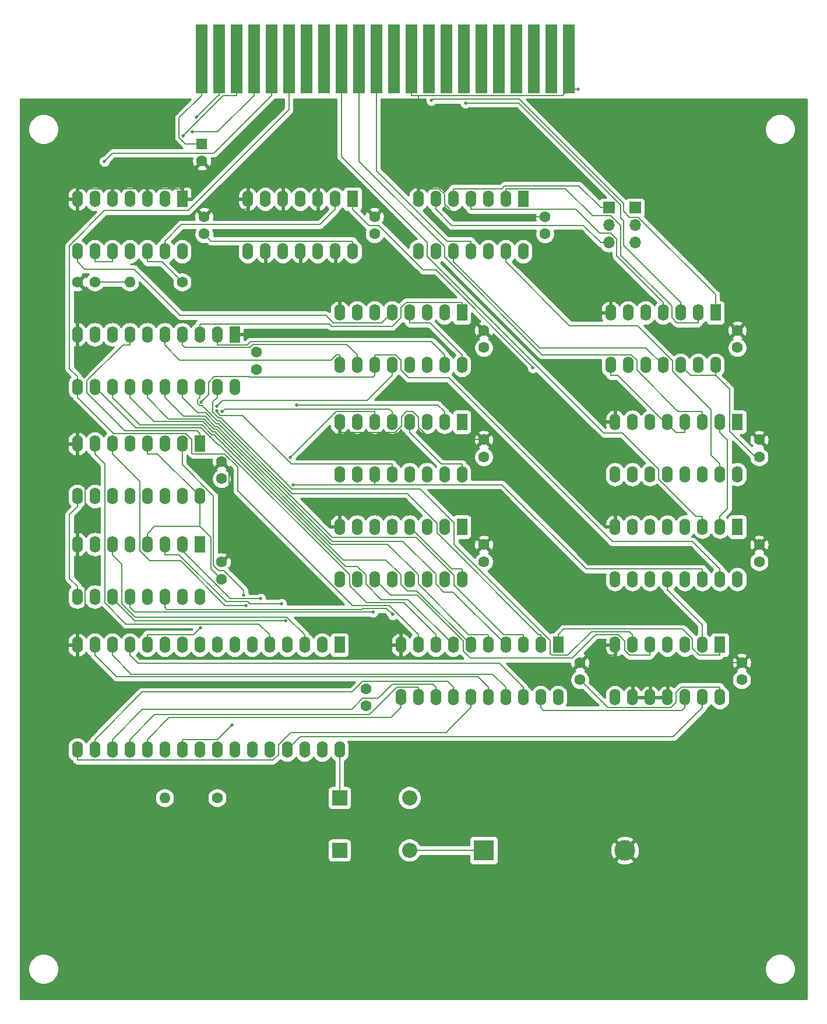
<source format=gbl>
G04 #@! TF.GenerationSoftware,KiCad,Pcbnew,(5.1.9)-1*
G04 #@! TF.CreationDate,2025-12-18T14:44:51+09:00*
G04 #@! TF.ProjectId,MZ-2000_EMM,4d5a2d32-3030-4305-9f45-4d4d2e6b6963,rev?*
G04 #@! TF.SameCoordinates,PX20a6660PYbcc1c70*
G04 #@! TF.FileFunction,Copper,L2,Bot*
G04 #@! TF.FilePolarity,Positive*
%FSLAX46Y46*%
G04 Gerber Fmt 4.6, Leading zero omitted, Abs format (unit mm)*
G04 Created by KiCad (PCBNEW (5.1.9)-1) date 2025-12-18 14:44:51*
%MOMM*%
%LPD*%
G01*
G04 APERTURE LIST*
G04 #@! TA.AperFunction,ConnectorPad*
%ADD10R,1.780000X10.000000*%
G04 #@! TD*
G04 #@! TA.AperFunction,ComponentPad*
%ADD11C,1.600000*%
G04 #@! TD*
G04 #@! TA.AperFunction,ComponentPad*
%ADD12R,1.600000X1.600000*%
G04 #@! TD*
G04 #@! TA.AperFunction,ComponentPad*
%ADD13O,2.200000X2.200000*%
G04 #@! TD*
G04 #@! TA.AperFunction,ComponentPad*
%ADD14R,2.200000X2.200000*%
G04 #@! TD*
G04 #@! TA.AperFunction,ComponentPad*
%ADD15O,1.600000X1.600000*%
G04 #@! TD*
G04 #@! TA.AperFunction,ComponentPad*
%ADD16R,1.600000X2.400000*%
G04 #@! TD*
G04 #@! TA.AperFunction,ComponentPad*
%ADD17O,1.600000X2.400000*%
G04 #@! TD*
G04 #@! TA.AperFunction,ComponentPad*
%ADD18C,3.000000*%
G04 #@! TD*
G04 #@! TA.AperFunction,ComponentPad*
%ADD19R,3.000000X3.000000*%
G04 #@! TD*
G04 #@! TA.AperFunction,ComponentPad*
%ADD20R,1.700000X1.700000*%
G04 #@! TD*
G04 #@! TA.AperFunction,ComponentPad*
%ADD21O,1.700000X1.700000*%
G04 #@! TD*
G04 #@! TA.AperFunction,ViaPad*
%ADD22C,0.500000*%
G04 #@! TD*
G04 #@! TA.AperFunction,Conductor*
%ADD23C,0.200000*%
G04 #@! TD*
G04 #@! TA.AperFunction,Conductor*
%ADD24C,0.254000*%
G04 #@! TD*
G04 #@! TA.AperFunction,Conductor*
%ADD25C,0.100000*%
G04 #@! TD*
G04 APERTURE END LIST*
D10*
X26940000Y137196000D03*
X29480000Y137196000D03*
X32020000Y137196000D03*
X34560000Y137196000D03*
X37100000Y137196000D03*
X39640000Y137196000D03*
X42180000Y137196000D03*
X44720000Y137196000D03*
X47260000Y137196000D03*
X49800000Y137196000D03*
X52340000Y137196000D03*
X54880000Y137196000D03*
X57420000Y137196000D03*
X59960000Y137196000D03*
X62500000Y137196000D03*
X65040000Y137196000D03*
X67580000Y137196000D03*
X70120000Y137196000D03*
X72660000Y137196000D03*
X75200000Y137196000D03*
X77740000Y137196000D03*
X80280000Y137196000D03*
D11*
X76835000Y111760000D03*
X76835000Y114260000D03*
X34925000Y94575000D03*
X34925000Y92075000D03*
X67945000Y95250000D03*
X67945000Y97750000D03*
X29845000Y76200000D03*
X29845000Y78700000D03*
X67945000Y81875000D03*
X67945000Y79375000D03*
X29845000Y61595000D03*
X29845000Y64095000D03*
X67945000Y66635000D03*
X67945000Y64135000D03*
X50800000Y43180000D03*
X50800000Y45680000D03*
X81915000Y49490000D03*
X81915000Y46990000D03*
X8930000Y104775000D03*
X11430000Y104775000D03*
D12*
X26987500Y124841000D03*
D11*
X26987500Y122341000D03*
D13*
X57150000Y22225000D03*
D14*
X46990000Y22225000D03*
X46990000Y29845000D03*
D13*
X57150000Y29845000D03*
D11*
X24130000Y104775000D03*
D15*
X16510000Y104775000D03*
D16*
X24130000Y116840000D03*
D17*
X8890000Y109220000D03*
X21590000Y116840000D03*
X11430000Y109220000D03*
X19050000Y116840000D03*
X13970000Y109220000D03*
X16510000Y116840000D03*
X16510000Y109220000D03*
X13970000Y116840000D03*
X19050000Y109220000D03*
X11430000Y116840000D03*
X21590000Y109220000D03*
X8890000Y116840000D03*
X24130000Y109220000D03*
X31750000Y89535000D03*
X8890000Y97155000D03*
X29210000Y89535000D03*
X11430000Y97155000D03*
X26670000Y89535000D03*
X13970000Y97155000D03*
X24130000Y89535000D03*
X16510000Y97155000D03*
X21590000Y89535000D03*
X19050000Y97155000D03*
X19050000Y89535000D03*
X21590000Y97155000D03*
X16510000Y89535000D03*
X24130000Y97155000D03*
X13970000Y89535000D03*
X26670000Y97155000D03*
X11430000Y89535000D03*
X29210000Y97155000D03*
X8890000Y89535000D03*
D16*
X31750000Y97155000D03*
X64770000Y100330000D03*
D17*
X46990000Y92710000D03*
X62230000Y100330000D03*
X49530000Y92710000D03*
X59690000Y100330000D03*
X52070000Y92710000D03*
X57150000Y100330000D03*
X54610000Y92710000D03*
X54610000Y100330000D03*
X57150000Y92710000D03*
X52070000Y100330000D03*
X59690000Y92710000D03*
X49530000Y100330000D03*
X62230000Y92710000D03*
X46990000Y100330000D03*
X64770000Y92710000D03*
X26670000Y73660000D03*
X8890000Y81280000D03*
X24130000Y73660000D03*
X11430000Y81280000D03*
X21590000Y73660000D03*
X13970000Y81280000D03*
X19050000Y73660000D03*
X16510000Y81280000D03*
X16510000Y73660000D03*
X19050000Y81280000D03*
X13970000Y73660000D03*
X21590000Y81280000D03*
X11430000Y73660000D03*
X24130000Y81280000D03*
X8890000Y73660000D03*
D16*
X26670000Y81280000D03*
X64770000Y84455000D03*
D17*
X46990000Y76835000D03*
X62230000Y84455000D03*
X49530000Y76835000D03*
X59690000Y84455000D03*
X52070000Y76835000D03*
X57150000Y84455000D03*
X54610000Y76835000D03*
X54610000Y84455000D03*
X57150000Y76835000D03*
X52070000Y84455000D03*
X59690000Y76835000D03*
X49530000Y84455000D03*
X62230000Y76835000D03*
X46990000Y84455000D03*
X64770000Y76835000D03*
D16*
X26670000Y66675000D03*
D17*
X8890000Y59055000D03*
X24130000Y66675000D03*
X11430000Y59055000D03*
X21590000Y66675000D03*
X13970000Y59055000D03*
X19050000Y66675000D03*
X16510000Y59055000D03*
X16510000Y66675000D03*
X19050000Y59055000D03*
X13970000Y66675000D03*
X21590000Y59055000D03*
X11430000Y66675000D03*
X24130000Y59055000D03*
X8890000Y66675000D03*
X26670000Y59055000D03*
X64770000Y61595000D03*
X46990000Y69215000D03*
X62230000Y61595000D03*
X49530000Y69215000D03*
X59690000Y61595000D03*
X52070000Y69215000D03*
X57150000Y61595000D03*
X54610000Y69215000D03*
X54610000Y61595000D03*
X57150000Y69215000D03*
X52070000Y61595000D03*
X59690000Y69215000D03*
X49530000Y61595000D03*
X62230000Y69215000D03*
X46990000Y61595000D03*
D16*
X64770000Y69215000D03*
X46990000Y52070000D03*
D17*
X8890000Y36830000D03*
X44450000Y52070000D03*
X11430000Y36830000D03*
X41910000Y52070000D03*
X13970000Y36830000D03*
X39370000Y52070000D03*
X16510000Y36830000D03*
X36830000Y52070000D03*
X19050000Y36830000D03*
X34290000Y52070000D03*
X21590000Y36830000D03*
X31750000Y52070000D03*
X24130000Y36830000D03*
X29210000Y52070000D03*
X26670000Y36830000D03*
X26670000Y52070000D03*
X29210000Y36830000D03*
X24130000Y52070000D03*
X31750000Y36830000D03*
X21590000Y52070000D03*
X34290000Y36830000D03*
X19050000Y52070000D03*
X36830000Y36830000D03*
X16510000Y52070000D03*
X39370000Y36830000D03*
X13970000Y52070000D03*
X41910000Y36830000D03*
X11430000Y52070000D03*
X44450000Y36830000D03*
X8890000Y52070000D03*
X46990000Y36830000D03*
D16*
X78740000Y52070000D03*
D17*
X55880000Y44450000D03*
X76200000Y52070000D03*
X58420000Y44450000D03*
X73660000Y52070000D03*
X60960000Y44450000D03*
X71120000Y52070000D03*
X63500000Y44450000D03*
X68580000Y52070000D03*
X66040000Y44450000D03*
X66040000Y52070000D03*
X68580000Y44450000D03*
X63500000Y52070000D03*
X71120000Y44450000D03*
X60960000Y52070000D03*
X73660000Y44450000D03*
X58420000Y52070000D03*
X76200000Y44450000D03*
X55880000Y52070000D03*
X78740000Y44450000D03*
D18*
X88435000Y22225000D03*
D19*
X67945000Y22225000D03*
D11*
X52070000Y114260000D03*
X52070000Y111760000D03*
X27305000Y111760000D03*
X27305000Y114260000D03*
X104775000Y97750000D03*
X104775000Y95250000D03*
X107950000Y81875000D03*
X107950000Y79375000D03*
X107950000Y64135000D03*
X107950000Y66635000D03*
X105410000Y46990000D03*
X105410000Y49490000D03*
D20*
X86106000Y115570000D03*
D21*
X86106000Y113030000D03*
X86106000Y110490000D03*
X89916000Y110490000D03*
X89916000Y113030000D03*
D20*
X89916000Y115570000D03*
D16*
X48895000Y116840000D03*
D17*
X33655000Y109220000D03*
X46355000Y116840000D03*
X36195000Y109220000D03*
X43815000Y116840000D03*
X38735000Y109220000D03*
X41275000Y116840000D03*
X41275000Y109220000D03*
X38735000Y116840000D03*
X43815000Y109220000D03*
X36195000Y116840000D03*
X46355000Y109220000D03*
X33655000Y116840000D03*
X48895000Y109220000D03*
D16*
X101600000Y100330000D03*
D17*
X86360000Y92710000D03*
X99060000Y100330000D03*
X88900000Y92710000D03*
X96520000Y100330000D03*
X91440000Y92710000D03*
X93980000Y100330000D03*
X93980000Y92710000D03*
X91440000Y100330000D03*
X96520000Y92710000D03*
X88900000Y100330000D03*
X99060000Y92710000D03*
X86360000Y100330000D03*
X101600000Y92710000D03*
X104775000Y76835000D03*
X86995000Y84455000D03*
X102235000Y76835000D03*
X89535000Y84455000D03*
X99695000Y76835000D03*
X92075000Y84455000D03*
X97155000Y76835000D03*
X94615000Y84455000D03*
X94615000Y76835000D03*
X97155000Y84455000D03*
X92075000Y76835000D03*
X99695000Y84455000D03*
X89535000Y76835000D03*
X102235000Y84455000D03*
X86995000Y76835000D03*
D16*
X104775000Y84455000D03*
X104775000Y69215000D03*
D17*
X86995000Y61595000D03*
X102235000Y69215000D03*
X89535000Y61595000D03*
X99695000Y69215000D03*
X92075000Y61595000D03*
X97155000Y69215000D03*
X94615000Y61595000D03*
X94615000Y69215000D03*
X97155000Y61595000D03*
X92075000Y69215000D03*
X99695000Y61595000D03*
X89535000Y69215000D03*
X102235000Y61595000D03*
X86995000Y69215000D03*
X104775000Y61595000D03*
X102235000Y44450000D03*
X86995000Y52070000D03*
X99695000Y44450000D03*
X89535000Y52070000D03*
X97155000Y44450000D03*
X92075000Y52070000D03*
X94615000Y44450000D03*
X94615000Y52070000D03*
X92075000Y44450000D03*
X97155000Y52070000D03*
X89535000Y44450000D03*
X99695000Y52070000D03*
X86995000Y44450000D03*
D16*
X102235000Y52070000D03*
X73660000Y116840000D03*
D17*
X58420000Y109220000D03*
X71120000Y116840000D03*
X60960000Y109220000D03*
X68580000Y116840000D03*
X63500000Y109220000D03*
X66040000Y116840000D03*
X66040000Y109220000D03*
X63500000Y116840000D03*
X68580000Y109220000D03*
X60960000Y116840000D03*
X71120000Y109220000D03*
X58420000Y116840000D03*
X73660000Y109220000D03*
D11*
X29210000Y29845000D03*
D15*
X21590000Y29845000D03*
D22*
X81626200Y132822300D03*
X60351300Y131160700D03*
X65286100Y130794900D03*
X26192900Y128760900D03*
X24250400Y126019500D03*
X25617100Y126622100D03*
X12841700Y122317300D03*
X29128100Y86734900D03*
X29943700Y85964500D03*
X75088800Y92306600D03*
X26807200Y54559300D03*
X26905700Y87366700D03*
X33408000Y57813700D03*
X33058100Y59314700D03*
X40792000Y86929100D03*
X39140500Y55558100D03*
X40220000Y75334700D03*
X29197700Y86032800D03*
X39831300Y79297600D03*
X31328100Y40386600D03*
X35509000Y58764300D03*
X38566500Y58021500D03*
X51819800Y56812400D03*
X54709300Y56471700D03*
D23*
X64770000Y61595000D02*
X64770000Y63095300D01*
X57150000Y69215000D02*
X63269700Y63095300D01*
X63269700Y63095300D02*
X64770000Y63095300D01*
X19050000Y81280000D02*
X19050000Y79779700D01*
X19050000Y79779700D02*
X20550300Y79779700D01*
X20550300Y79779700D02*
X26670000Y73660000D01*
X26670000Y69260300D02*
X20135000Y69260300D01*
X20135000Y69260300D02*
X19050000Y68175300D01*
X29845000Y61595000D02*
X28284300Y63155700D01*
X28284300Y63155700D02*
X28284300Y67646000D01*
X28284300Y67646000D02*
X26670000Y69260300D01*
X26670000Y72159700D02*
X26670000Y69260300D01*
X19050000Y66675000D02*
X19050000Y68175300D01*
X57150000Y84455000D02*
X57150000Y82954700D01*
X64770000Y76835000D02*
X64770000Y78335300D01*
X64770000Y78335300D02*
X61769400Y78335300D01*
X61769400Y78335300D02*
X57150000Y82954700D01*
X26670000Y73660000D02*
X26670000Y72159700D01*
X102235000Y44450000D02*
X102235000Y45950300D01*
X81915000Y46990000D02*
X85955300Y42949700D01*
X85955300Y42949700D02*
X95086900Y42949700D01*
X95086900Y42949700D02*
X95885000Y43747800D01*
X95885000Y43747800D02*
X95885000Y45167500D01*
X95885000Y45167500D02*
X96667800Y45950300D01*
X96667800Y45950300D02*
X102235000Y45950300D01*
X26987500Y124841000D02*
X25887200Y124841000D01*
X26940000Y131895700D02*
X23696400Y128652100D01*
X23696400Y128652100D02*
X23696400Y125771400D01*
X23696400Y125771400D02*
X24626800Y124841000D01*
X24626800Y124841000D02*
X25887200Y124841000D01*
X26940000Y137196000D02*
X26940000Y131895700D01*
X57150000Y100330000D02*
X57150000Y98829700D01*
X64770000Y92710000D02*
X64770000Y94210300D01*
X64770000Y94210300D02*
X60150600Y98829700D01*
X60150600Y98829700D02*
X57150000Y98829700D01*
X107950000Y79375000D02*
X107392500Y79375000D01*
X107392500Y79375000D02*
X103646700Y83120800D01*
X103646700Y83120800D02*
X103646700Y89163000D01*
X103646700Y89163000D02*
X101600000Y91209700D01*
X48895000Y109220000D02*
X48895000Y110720300D01*
X48895000Y110720300D02*
X28344700Y110720300D01*
X28344700Y110720300D02*
X27305000Y111760000D01*
X101600000Y92710000D02*
X101600000Y91209700D01*
X96520000Y92710000D02*
X98020300Y91209700D01*
X98020300Y91209700D02*
X101600000Y91209700D01*
X29845000Y78700000D02*
X30959700Y77585300D01*
X30959700Y77585300D02*
X30959700Y65209700D01*
X30959700Y65209700D02*
X29845000Y64095000D01*
X8890000Y116840000D02*
X8890000Y118340300D01*
X8890000Y118340300D02*
X13970000Y118340300D01*
X13970000Y116840000D02*
X13970000Y118340300D01*
X19050000Y118240300D02*
X18950000Y118340300D01*
X18950000Y118340300D02*
X13970000Y118340300D01*
X19050000Y118240300D02*
X19150000Y118340300D01*
X19150000Y118340300D02*
X24130000Y118340300D01*
X19050000Y118240200D02*
X19050000Y118240300D01*
X76835000Y114260000D02*
X64081100Y114260000D01*
X64081100Y114260000D02*
X62230000Y116111100D01*
X62230000Y116111100D02*
X62230000Y117533700D01*
X62230000Y117533700D02*
X61423400Y118340300D01*
X61423400Y118340300D02*
X58420000Y118340300D01*
X80280000Y132822300D02*
X81626200Y132822300D01*
X58420000Y131892300D02*
X79350000Y131892300D01*
X79350000Y131892300D02*
X80280000Y132822300D01*
X80280000Y134545900D02*
X80280000Y132822300D01*
X46990000Y84455000D02*
X46990000Y82954700D01*
X67945000Y81875000D02*
X60271100Y81875000D01*
X60271100Y81875000D02*
X58420000Y83726100D01*
X58420000Y83726100D02*
X58420000Y85141700D01*
X58420000Y85141700D02*
X57606300Y85955400D01*
X57606300Y85955400D02*
X56667000Y85955400D01*
X56667000Y85955400D02*
X55966400Y85254800D01*
X55966400Y85254800D02*
X55966400Y83817100D01*
X55966400Y83817100D02*
X55104000Y82954700D01*
X55104000Y82954700D02*
X46990000Y82954700D01*
X57420000Y137196000D02*
X57420000Y131895700D01*
X58420000Y131892300D02*
X58416600Y131895700D01*
X58416600Y131895700D02*
X57420000Y131895700D01*
X58420000Y118340300D02*
X58420000Y131892300D01*
X58420000Y116840000D02*
X58420000Y118340300D01*
X80280000Y137196000D02*
X80280000Y134545900D01*
X46990000Y100330000D02*
X46990000Y101830300D01*
X46355000Y109220000D02*
X46355000Y102465300D01*
X46355000Y102465300D02*
X46990000Y101830300D01*
X94615000Y44450000D02*
X94615000Y45950300D01*
X94615000Y45950300D02*
X98154700Y49490000D01*
X98154700Y49490000D02*
X105410000Y49490000D01*
X92075000Y44450000D02*
X94615000Y44450000D01*
X89535000Y44450000D02*
X89535000Y45950300D01*
X86995000Y50569700D02*
X86995000Y48490300D01*
X86995000Y48490300D02*
X89535000Y45950300D01*
X81915000Y49490000D02*
X82994700Y50569700D01*
X82994700Y50569700D02*
X86995000Y50569700D01*
X8890000Y66675000D02*
X8890000Y68175300D01*
X8890000Y81280000D02*
X8890000Y79779700D01*
X8890000Y79779700D02*
X10001100Y78668600D01*
X10001100Y78668600D02*
X10001100Y69286400D01*
X10001100Y69286400D02*
X8890000Y68175300D01*
X8890000Y52070000D02*
X8890000Y53570300D01*
X8890000Y66675000D02*
X8890000Y65174700D01*
X8890000Y65174700D02*
X10001100Y64063600D01*
X10001100Y64063600D02*
X10001100Y54681400D01*
X10001100Y54681400D02*
X8890000Y53570300D01*
X89535000Y44450000D02*
X92075000Y44450000D01*
X105410000Y49490000D02*
X106550400Y50630400D01*
X106550400Y50630400D02*
X106550400Y65235400D01*
X106550400Y65235400D02*
X107950000Y66635000D01*
X24130000Y118340300D02*
X24130000Y119483500D01*
X24130000Y119483500D02*
X26987500Y122341000D01*
X24130000Y116840000D02*
X24130000Y118340300D01*
X33655000Y115339700D02*
X28384700Y115339700D01*
X28384700Y115339700D02*
X27305000Y114260000D01*
X33655000Y116840000D02*
X33655000Y115339700D01*
X19050000Y116840000D02*
X19050000Y118240200D01*
X86995000Y52070000D02*
X86995000Y50569700D01*
X21590000Y88034700D02*
X24320300Y85304400D01*
X24320300Y85304400D02*
X27449600Y85304400D01*
X27449600Y85304400D02*
X28941000Y83813000D01*
X28941000Y83813000D02*
X29231600Y83813000D01*
X29231600Y83813000D02*
X45939100Y67105500D01*
X45939100Y67105500D02*
X56168800Y67105500D01*
X56168800Y67105500D02*
X60960000Y62314300D01*
X60960000Y62314300D02*
X60960000Y60892500D01*
X60960000Y60892500D02*
X62140100Y59712400D01*
X62140100Y59712400D02*
X63477600Y59712400D01*
X63477600Y59712400D02*
X71120000Y52070000D01*
X21590000Y89535000D02*
X21590000Y88034700D01*
X24130000Y88034700D02*
X26400800Y85763900D01*
X26400800Y85763900D02*
X27556200Y85763900D01*
X27556200Y85763900D02*
X29106800Y84213300D01*
X29106800Y84213300D02*
X29397400Y84213300D01*
X29397400Y84213300D02*
X45904900Y67705800D01*
X45904900Y67705800D02*
X58093000Y67705800D01*
X58093000Y67705800D02*
X63641700Y62157100D01*
X63641700Y62157100D02*
X63641700Y60731500D01*
X63641700Y60731500D02*
X70802900Y53570300D01*
X70802900Y53570300D02*
X73660000Y53570300D01*
X24130000Y89535000D02*
X24130000Y88034700D01*
X73660000Y52070000D02*
X73660000Y53570300D01*
X26670000Y88034700D02*
X26355400Y87720100D01*
X26355400Y87720100D02*
X26355400Y87138800D01*
X26355400Y87138800D02*
X26677800Y86816400D01*
X26677800Y86816400D02*
X27069800Y86816400D01*
X27069800Y86816400D02*
X29272600Y84613600D01*
X29272600Y84613600D02*
X29563200Y84613600D01*
X29563200Y84613600D02*
X40123700Y74053100D01*
X40123700Y74053100D02*
X56823500Y74053100D01*
X56823500Y74053100D02*
X61129600Y69747000D01*
X61129600Y69747000D02*
X61129600Y68322700D01*
X61129600Y68322700D02*
X75882000Y53570300D01*
X75882000Y53570300D02*
X76200000Y53570300D01*
X26670000Y89535000D02*
X26670000Y88034700D01*
X76200000Y52070000D02*
X76200000Y53570300D01*
X101600000Y101830300D02*
X101600000Y102972800D01*
X101600000Y102972800D02*
X90392500Y114180300D01*
X90392500Y114180300D02*
X89131100Y114180300D01*
X89131100Y114180300D02*
X88234000Y115077400D01*
X88234000Y115077400D02*
X88234000Y116204700D01*
X88234000Y116204700D02*
X73093500Y131345200D01*
X73093500Y131345200D02*
X60535800Y131345200D01*
X60535800Y131345200D02*
X60351300Y131160700D01*
X101600000Y100330000D02*
X101600000Y101830300D01*
X96520000Y100330000D02*
X96520000Y101830300D01*
X96520000Y101830300D02*
X88234100Y110116200D01*
X88234100Y110116200D02*
X88234100Y113644400D01*
X88234100Y113644400D02*
X87833600Y114044900D01*
X87833600Y114044900D02*
X87833600Y115985200D01*
X87833600Y115985200D02*
X73023900Y130794900D01*
X73023900Y130794900D02*
X65286100Y130794900D01*
X84955700Y115570000D02*
X81785100Y118740600D01*
X81785100Y118740600D02*
X70954200Y118740600D01*
X70954200Y118740600D02*
X70554000Y118340400D01*
X70554000Y118340400D02*
X70554000Y118340300D01*
X70554000Y118340300D02*
X63500000Y118340300D01*
X86106000Y115570000D02*
X84955700Y115570000D01*
X63500000Y116840000D02*
X63500000Y118340300D01*
X102235000Y69215000D02*
X102235000Y70715300D01*
X102235000Y84455000D02*
X102235000Y82954700D01*
X102235000Y82954700D02*
X103346100Y81843600D01*
X103346100Y81843600D02*
X103346100Y71826400D01*
X103346100Y71826400D02*
X102235000Y70715300D01*
X19050000Y88034700D02*
X22180600Y84904100D01*
X22180600Y84904100D02*
X27283800Y84904100D01*
X27283800Y84904100D02*
X28775200Y83412700D01*
X28775200Y83412700D02*
X29065800Y83412700D01*
X29065800Y83412700D02*
X45773400Y66705100D01*
X45773400Y66705100D02*
X53996600Y66705100D01*
X53996600Y66705100D02*
X58420000Y62281700D01*
X58420000Y62281700D02*
X58420000Y60890300D01*
X58420000Y60890300D02*
X65740000Y53570300D01*
X65740000Y53570300D02*
X68580000Y53570300D01*
X29480000Y137196000D02*
X29480000Y131895700D01*
X29480000Y131895700D02*
X29327700Y131895700D01*
X29327700Y131895700D02*
X26192900Y128760900D01*
X19050000Y89535000D02*
X19050000Y88034700D01*
X68580000Y52070000D02*
X68580000Y53570300D01*
X16510000Y88034700D02*
X20040900Y84503800D01*
X20040900Y84503800D02*
X27118000Y84503800D01*
X27118000Y84503800D02*
X28609400Y83012400D01*
X28609400Y83012400D02*
X28900000Y83012400D01*
X28900000Y83012400D02*
X47502400Y64410000D01*
X47502400Y64410000D02*
X53758200Y64410000D01*
X53758200Y64410000D02*
X55880000Y62288200D01*
X55880000Y62288200D02*
X55880000Y60859400D01*
X55880000Y60859400D02*
X56827400Y59912000D01*
X56827400Y59912000D02*
X58212200Y59912000D01*
X58212200Y59912000D02*
X66040000Y52084200D01*
X66040000Y52084200D02*
X66040000Y52070000D01*
X16510000Y89535000D02*
X16510000Y88034700D01*
X32020000Y137196000D02*
X32020000Y131895700D01*
X24250400Y126019500D02*
X24250400Y126039900D01*
X24250400Y126039900D02*
X30106200Y131895700D01*
X30106200Y131895700D02*
X32020000Y131895700D01*
X63500000Y52070000D02*
X56957300Y58612700D01*
X56957300Y58612700D02*
X53062900Y58612700D01*
X53062900Y58612700D02*
X50800000Y60875600D01*
X50800000Y60875600D02*
X50800000Y62283000D01*
X50800000Y62283000D02*
X49588900Y63494100D01*
X49588900Y63494100D02*
X47852200Y63494100D01*
X47852200Y63494100D02*
X28734200Y82612100D01*
X28734200Y82612100D02*
X28443600Y82612100D01*
X28443600Y82612100D02*
X27065700Y83990000D01*
X27065700Y83990000D02*
X18014700Y83990000D01*
X18014700Y83990000D02*
X13970000Y88034700D01*
X13970000Y89535000D02*
X13970000Y88034700D01*
X34560000Y131895700D02*
X29286400Y126622100D01*
X29286400Y126622100D02*
X25617100Y126622100D01*
X34560000Y137196000D02*
X34560000Y131895700D01*
X60960000Y52070000D02*
X60960000Y53570300D01*
X11430000Y89535000D02*
X17375400Y83589600D01*
X17375400Y83589600D02*
X26899800Y83589600D01*
X26899800Y83589600D02*
X29410200Y81079200D01*
X29410200Y81079200D02*
X29598000Y81079200D01*
X29598000Y81079200D02*
X48429600Y62247600D01*
X48429600Y62247600D02*
X48429600Y60689400D01*
X48429600Y60689400D02*
X50955600Y58163400D01*
X50955600Y58163400D02*
X56366900Y58163400D01*
X56366900Y58163400D02*
X60960000Y53570300D01*
X37100000Y131895700D02*
X28705200Y123500900D01*
X28705200Y123500900D02*
X14025300Y123500900D01*
X14025300Y123500900D02*
X12841700Y122317300D01*
X37100000Y137196000D02*
X37100000Y131895700D01*
X8890000Y88034700D02*
X14144300Y82780400D01*
X14144300Y82780400D02*
X24646600Y82780400D01*
X24646600Y82780400D02*
X25541700Y81885300D01*
X25541700Y81885300D02*
X25541700Y79915900D01*
X25541700Y79915900D02*
X25678000Y79779600D01*
X25678000Y79779600D02*
X28344100Y79779600D01*
X28344100Y79779600D02*
X28394200Y79829700D01*
X28394200Y79829700D02*
X30278100Y79829700D01*
X30278100Y79829700D02*
X32191700Y77916100D01*
X32191700Y77916100D02*
X32191700Y74433900D01*
X32191700Y74433900D02*
X48862600Y57763000D01*
X48862600Y57763000D02*
X54227300Y57763000D01*
X54227300Y57763000D02*
X58420000Y53570300D01*
X8890000Y89535000D02*
X8890000Y88034700D01*
X58420000Y52070000D02*
X58420000Y53570300D01*
X8890000Y89535000D02*
X8890000Y91035300D01*
X8890000Y91035300D02*
X7735100Y92190200D01*
X7735100Y92190200D02*
X7735100Y110037600D01*
X7735100Y110037600D02*
X12857600Y115160100D01*
X12857600Y115160100D02*
X24978100Y115160100D01*
X24978100Y115160100D02*
X39640000Y129822000D01*
X39640000Y129822000D02*
X39640000Y137196000D01*
X99695000Y69215000D02*
X99695000Y70715300D01*
X99695000Y70715300D02*
X98757300Y70715300D01*
X98757300Y70715300D02*
X93314600Y76158000D01*
X93314600Y76158000D02*
X93314600Y77568900D01*
X93314600Y77568900D02*
X88060300Y82823200D01*
X88060300Y82823200D02*
X85384500Y82823200D01*
X85384500Y82823200D02*
X59690000Y108517700D01*
X59690000Y108517700D02*
X59690000Y110566800D01*
X59690000Y110566800D02*
X47260000Y122996800D01*
X47260000Y122996800D02*
X47260000Y137196000D01*
X99695000Y84455000D02*
X99695000Y85955300D01*
X99695000Y85955300D02*
X96168600Y85955300D01*
X96168600Y85955300D02*
X90170000Y91953900D01*
X90170000Y91953900D02*
X90170000Y93408300D01*
X90170000Y93408300D02*
X89368000Y94210300D01*
X89368000Y94210300D02*
X76399000Y94210300D01*
X76399000Y94210300D02*
X62230000Y108379300D01*
X62230000Y108379300D02*
X62230000Y109906200D01*
X62230000Y109906200D02*
X49800000Y122336200D01*
X49800000Y122336200D02*
X49800000Y137196000D01*
X66040000Y109220000D02*
X66040000Y110720300D01*
X66040000Y110720300D02*
X62583600Y110720300D01*
X62583600Y110720300D02*
X52340000Y120963900D01*
X52340000Y120963900D02*
X52340000Y137196000D01*
X67945000Y22225000D02*
X57150000Y22225000D01*
X19050000Y109220000D02*
X19050000Y107719700D01*
X19050000Y107719700D02*
X21185300Y107719700D01*
X21185300Y107719700D02*
X24130000Y104775000D01*
X8890000Y109220000D02*
X8890000Y107719700D01*
X54610000Y100330000D02*
X53085400Y98805400D01*
X53085400Y98805400D02*
X46139900Y98805400D01*
X46139900Y98805400D02*
X45011500Y99933800D01*
X45011500Y99933800D02*
X23839900Y99933800D01*
X23839900Y99933800D02*
X17117800Y106655900D01*
X17117800Y106655900D02*
X9953800Y106655900D01*
X9953800Y106655900D02*
X8890000Y107719700D01*
X16510000Y95654700D02*
X15531800Y95654700D01*
X15531800Y95654700D02*
X10313000Y90435900D01*
X10313000Y90435900D02*
X10313000Y88670200D01*
X10313000Y88670200D02*
X15793900Y83189300D01*
X15793900Y83189300D02*
X26261000Y83189300D01*
X26261000Y83189300D02*
X26670000Y82780300D01*
X16510000Y97155000D02*
X16510000Y95654700D01*
X26670000Y81280000D02*
X26670000Y82780300D01*
X54610000Y92710000D02*
X54610000Y91209700D01*
X29128100Y86734900D02*
X30001000Y87607800D01*
X30001000Y87607800D02*
X51008100Y87607800D01*
X51008100Y87607800D02*
X54610000Y91209700D01*
X54610000Y85955300D02*
X54209600Y86355700D01*
X54209600Y86355700D02*
X30334900Y86355700D01*
X30334900Y86355700D02*
X29943700Y85964500D01*
X54610000Y84455000D02*
X54610000Y85955300D01*
X29210000Y97155000D02*
X29210000Y95654700D01*
X62230000Y92710000D02*
X62230000Y94210300D01*
X62230000Y94210300D02*
X60332600Y96107700D01*
X60332600Y96107700D02*
X34044200Y96107700D01*
X34044200Y96107700D02*
X33591200Y95654700D01*
X33591200Y95654700D02*
X29210000Y95654700D01*
X46990000Y36830000D02*
X46990000Y29845000D01*
X16510000Y104775000D02*
X11430000Y104775000D01*
X84955700Y110490000D02*
X82435700Y113010000D01*
X82435700Y113010000D02*
X63289700Y113010000D01*
X63289700Y113010000D02*
X60960000Y115339700D01*
X86106000Y110490000D02*
X84955700Y110490000D01*
X60960000Y116840000D02*
X60960000Y115339700D01*
X21590000Y109220000D02*
X21590000Y110720300D01*
X46355000Y116840000D02*
X46355000Y115339700D01*
X46355000Y115339700D02*
X44145900Y113130600D01*
X44145900Y113130600D02*
X24000300Y113130600D01*
X24000300Y113130600D02*
X21590000Y110720300D01*
X102235000Y78335300D02*
X100965000Y79605300D01*
X100965000Y79605300D02*
X100965000Y86242100D01*
X100965000Y86242100D02*
X95407300Y91799800D01*
X95407300Y91799800D02*
X95407300Y93309500D01*
X95407300Y93309500D02*
X90287500Y98429300D01*
X90287500Y98429300D02*
X80410400Y98429300D01*
X80410400Y98429300D02*
X71120000Y107719700D01*
X102235000Y76835000D02*
X102235000Y78335300D01*
X71120000Y109220000D02*
X71120000Y107719700D01*
X48895000Y115339700D02*
X51224700Y113010000D01*
X51224700Y113010000D02*
X52673800Y113010000D01*
X52673800Y113010000D02*
X59168400Y106515400D01*
X59168400Y106515400D02*
X61021300Y106515400D01*
X61021300Y106515400D02*
X75088800Y92447900D01*
X75088800Y92447900D02*
X75088800Y92306600D01*
X48895000Y116840000D02*
X48895000Y115339700D01*
X97155000Y42949700D02*
X96754700Y42549400D01*
X96754700Y42549400D02*
X76600300Y42549400D01*
X76600300Y42549400D02*
X76200000Y42949700D01*
X76200000Y44450000D02*
X76200000Y42949700D01*
X97155000Y44450000D02*
X97155000Y42949700D01*
X11430000Y109220000D02*
X11430000Y107719700D01*
X13970000Y109220000D02*
X13970000Y107719700D01*
X13970000Y107719700D02*
X11430000Y107719700D01*
X29210000Y88034700D02*
X28577800Y87402500D01*
X28577800Y87402500D02*
X28577800Y85874500D01*
X28577800Y85874500D02*
X29438400Y85013900D01*
X29438400Y85013900D02*
X29729000Y85013900D01*
X29729000Y85013900D02*
X40052800Y74690100D01*
X40052800Y74690100D02*
X58727900Y74690100D01*
X58727900Y74690100D02*
X63641700Y69776300D01*
X63641700Y69776300D02*
X63641700Y66711100D01*
X63641700Y66711100D02*
X77611700Y52741100D01*
X77611700Y52741100D02*
X77611700Y50773600D01*
X77611700Y50773600D02*
X77832000Y50553300D01*
X77832000Y50553300D02*
X80169300Y50553300D01*
X80169300Y50553300D02*
X83586600Y53970600D01*
X83586600Y53970600D02*
X89134700Y53970600D01*
X89134700Y53970600D02*
X89535000Y53570300D01*
X29210000Y89535000D02*
X29210000Y88034700D01*
X89535000Y52070000D02*
X89535000Y53570300D01*
X8890000Y59055000D02*
X8890000Y60555300D01*
X8890000Y73660000D02*
X8890000Y72159700D01*
X8890000Y72159700D02*
X7742900Y71012600D01*
X7742900Y71012600D02*
X7742900Y61702400D01*
X7742900Y61702400D02*
X8890000Y60555300D01*
X21590000Y97155000D02*
X21590000Y95654700D01*
X46990000Y92710000D02*
X46990000Y94210300D01*
X46990000Y94210300D02*
X46534200Y94210300D01*
X46534200Y94210300D02*
X45779100Y93455200D01*
X45779100Y93455200D02*
X23789500Y93455200D01*
X23789500Y93455200D02*
X21590000Y95654700D01*
X24130000Y95654700D02*
X24530300Y95254400D01*
X24530300Y95254400D02*
X33956900Y95254400D01*
X33956900Y95254400D02*
X34409800Y95707300D01*
X34409800Y95707300D02*
X48033000Y95707300D01*
X48033000Y95707300D02*
X49530000Y94210300D01*
X24130000Y97155000D02*
X24130000Y95654700D01*
X49530000Y92710000D02*
X49530000Y94210300D01*
X26670000Y98655300D02*
X45523600Y98655300D01*
X45523600Y98655300D02*
X45806600Y98372300D01*
X45806600Y98372300D02*
X54624800Y98372300D01*
X54624800Y98372300D02*
X55880000Y99627500D01*
X55880000Y99627500D02*
X55880000Y101026300D01*
X55880000Y101026300D02*
X56684000Y101830300D01*
X56684000Y101830300D02*
X64770000Y101830300D01*
X26670000Y97155000D02*
X26670000Y98655300D01*
X64770000Y100330000D02*
X64770000Y101830300D01*
X19050000Y52070000D02*
X19050000Y53570300D01*
X19050000Y53570300D02*
X25818200Y53570300D01*
X25818200Y53570300D02*
X26807200Y54559300D01*
X52070000Y92710000D02*
X52070000Y91209700D01*
X52070000Y91209700D02*
X51834900Y90974600D01*
X51834900Y90974600D02*
X33885400Y90974600D01*
X33885400Y90974600D02*
X33805700Y91054300D01*
X33805700Y91054300D02*
X28761000Y91054300D01*
X28761000Y91054300D02*
X27940000Y90233300D01*
X27940000Y90233300D02*
X27940000Y88401000D01*
X27940000Y88401000D02*
X26905700Y87366700D01*
X52070000Y92710000D02*
X52070000Y93143500D01*
X102235000Y63095300D02*
X98270300Y67060000D01*
X98270300Y67060000D02*
X86622200Y67060000D01*
X86622200Y67060000D02*
X62837500Y90844700D01*
X62837500Y90844700D02*
X57010200Y90844700D01*
X57010200Y90844700D02*
X55880000Y91974900D01*
X55880000Y91974900D02*
X55880000Y93454300D01*
X55880000Y93454300D02*
X55124000Y94210300D01*
X55124000Y94210300D02*
X52070000Y94210300D01*
X52070000Y93143500D02*
X52070000Y94210300D01*
X102235000Y61595000D02*
X102235000Y63095300D01*
X36830000Y53570300D02*
X35290700Y55109600D01*
X35290700Y55109600D02*
X15941800Y55109600D01*
X15941800Y55109600D02*
X12869600Y58181800D01*
X12869600Y58181800D02*
X12869600Y78340100D01*
X12869600Y78340100D02*
X11430000Y79779700D01*
X11430000Y81280000D02*
X11430000Y79779700D01*
X36830000Y52070000D02*
X36830000Y53570300D01*
X33408000Y57813700D02*
X30368600Y57813700D01*
X30368600Y57813700D02*
X23898900Y64283400D01*
X23898900Y64283400D02*
X19438500Y64283400D01*
X19438500Y64283400D02*
X17949600Y65772300D01*
X17949600Y65772300D02*
X17949600Y75800100D01*
X17949600Y75800100D02*
X13970000Y79779700D01*
X13970000Y81280000D02*
X13970000Y79779700D01*
X24130000Y81280000D02*
X24130000Y78245500D01*
X24130000Y78245500D02*
X28696200Y73679300D01*
X28696200Y73679300D02*
X28696200Y63606000D01*
X28696200Y63606000D02*
X29457200Y62845000D01*
X29457200Y62845000D02*
X30207500Y62845000D01*
X30207500Y62845000D02*
X33058100Y59994400D01*
X33058100Y59994400D02*
X33058100Y59314700D01*
X62230000Y85955300D02*
X61256200Y86929100D01*
X61256200Y86929100D02*
X40792000Y86929100D01*
X62230000Y84455000D02*
X62230000Y85955300D01*
X52070000Y75334700D02*
X40220000Y75334700D01*
X39140500Y55558100D02*
X17218600Y55558100D01*
X17218600Y55558100D02*
X13970000Y58806700D01*
X13970000Y58806700D02*
X13970000Y59055000D01*
X52070000Y75434800D02*
X52070000Y75334700D01*
X52070000Y76835000D02*
X52070000Y75434800D01*
X99695000Y61595000D02*
X99695000Y63095300D01*
X99695000Y63095300D02*
X82831300Y63095300D01*
X82831300Y63095300D02*
X70591900Y75334700D01*
X70591900Y75334700D02*
X52070000Y75334700D01*
X29197700Y86032800D02*
X29197700Y85932300D01*
X29197700Y85932300D02*
X29715800Y85414200D01*
X29715800Y85414200D02*
X32901600Y85414200D01*
X32901600Y85414200D02*
X39980500Y78335300D01*
X39980500Y78335300D02*
X54610000Y78335300D01*
X54610000Y76835000D02*
X54610000Y78335300D01*
X52070000Y85955300D02*
X46489000Y85955300D01*
X46489000Y85955300D02*
X39831300Y79297600D01*
X24130000Y36830000D02*
X24130000Y38330300D01*
X52070000Y84455000D02*
X52070000Y85955300D01*
X24130000Y38330300D02*
X29271800Y38330300D01*
X29271800Y38330300D02*
X31328100Y40386600D01*
X24130000Y66675000D02*
X24130000Y65737900D01*
X24130000Y65737900D02*
X31103600Y58764300D01*
X31103600Y58764300D02*
X35509000Y58764300D01*
X38566500Y58021500D02*
X33978500Y58021500D01*
X33978500Y58021500D02*
X33636000Y58364000D01*
X33636000Y58364000D02*
X30484700Y58364000D01*
X30484700Y58364000D02*
X23674000Y65174700D01*
X23674000Y65174700D02*
X21590000Y65174700D01*
X21590000Y66675000D02*
X21590000Y65174700D01*
X16510000Y57554700D02*
X17252300Y56812400D01*
X17252300Y56812400D02*
X51819800Y56812400D01*
X16510000Y59055000D02*
X16510000Y57554700D01*
X13970000Y65174700D02*
X15381700Y63763000D01*
X15381700Y63763000D02*
X15381700Y58049900D01*
X15381700Y58049900D02*
X17316200Y56115400D01*
X17316200Y56115400D02*
X39364900Y56115400D01*
X39364900Y56115400D02*
X41910000Y53570300D01*
X13970000Y66675000D02*
X13970000Y65174700D01*
X41910000Y52070000D02*
X41910000Y53570300D01*
X52070000Y61595000D02*
X54391900Y59273100D01*
X54391900Y59273100D02*
X58284800Y59273100D01*
X58284800Y59273100D02*
X64939700Y52618200D01*
X64939700Y52618200D02*
X64939700Y51211900D01*
X64939700Y51211900D02*
X66019200Y50132400D01*
X66019200Y50132400D02*
X80794100Y50132400D01*
X80794100Y50132400D02*
X84232000Y53570300D01*
X84232000Y53570300D02*
X87461900Y53570300D01*
X87461900Y53570300D02*
X88406700Y52625500D01*
X88406700Y52625500D02*
X88406700Y51237700D01*
X88406700Y51237700D02*
X89074700Y50569700D01*
X89074700Y50569700D02*
X92075000Y50569700D01*
X92075000Y52070000D02*
X92075000Y50569700D01*
X102235000Y50569700D02*
X99232800Y50569700D01*
X99232800Y50569700D02*
X98264200Y51538300D01*
X98264200Y51538300D02*
X98264200Y52948800D01*
X98264200Y52948800D02*
X96842100Y54370900D01*
X96842100Y54370900D02*
X79540600Y54370900D01*
X79540600Y54370900D02*
X78740000Y53570300D01*
X78740000Y52070000D02*
X78740000Y53570300D01*
X102235000Y52070000D02*
X102235000Y50569700D01*
X99695000Y44450000D02*
X99695000Y42949700D01*
X99695000Y42949700D02*
X95502400Y38757100D01*
X95502400Y38757100D02*
X41297100Y38757100D01*
X41297100Y38757100D02*
X39370000Y36830000D01*
X94615000Y61595000D02*
X94615000Y60094700D01*
X99695000Y52070000D02*
X99695000Y55014700D01*
X99695000Y55014700D02*
X94615000Y60094700D01*
X66040000Y42949700D02*
X62439500Y39349200D01*
X62439500Y39349200D02*
X39916500Y39349200D01*
X39916500Y39349200D02*
X38100000Y37532700D01*
X38100000Y37532700D02*
X38100000Y36119300D01*
X38100000Y36119300D02*
X37310400Y35329700D01*
X37310400Y35329700D02*
X8890000Y35329700D01*
X8890000Y36830000D02*
X8890000Y35329700D01*
X66040000Y44450000D02*
X66040000Y42949700D01*
X11430000Y38330300D02*
X18323800Y45224100D01*
X18323800Y45224100D02*
X48788200Y45224100D01*
X48788200Y45224100D02*
X48788200Y45224200D01*
X48788200Y45224200D02*
X50344300Y46780300D01*
X50344300Y46780300D02*
X62670000Y46780300D01*
X62670000Y46780300D02*
X63500000Y45950300D01*
X11430000Y36830000D02*
X11430000Y38330300D01*
X63500000Y44450000D02*
X63500000Y45950300D01*
X60960000Y45950300D02*
X60559700Y46350600D01*
X60559700Y46350600D02*
X54683500Y46350600D01*
X54683500Y46350600D02*
X52613200Y44280300D01*
X52613200Y44280300D02*
X50344300Y44280300D01*
X50344300Y44280300D02*
X48788200Y42724200D01*
X48788200Y42724200D02*
X48788200Y42724100D01*
X48788200Y42724100D02*
X18363800Y42724100D01*
X18363800Y42724100D02*
X13970000Y38330300D01*
X13970000Y36830000D02*
X13970000Y38330300D01*
X60960000Y44450000D02*
X60960000Y45950300D01*
X58420000Y45950300D02*
X55353100Y45950300D01*
X55353100Y45950300D02*
X51341000Y41938200D01*
X51341000Y41938200D02*
X20117900Y41938200D01*
X20117900Y41938200D02*
X16510000Y38330300D01*
X58420000Y44450000D02*
X58420000Y45950300D01*
X16510000Y36830000D02*
X16510000Y38330300D01*
X55880000Y42949700D02*
X54468200Y41537900D01*
X54468200Y41537900D02*
X22257600Y41537900D01*
X22257600Y41537900D02*
X19050000Y38330300D01*
X19050000Y36830000D02*
X19050000Y38330300D01*
X55880000Y44450000D02*
X55880000Y42949700D01*
X73660000Y45950300D02*
X70240000Y49370300D01*
X70240000Y49370300D02*
X17709400Y49370300D01*
X17709400Y49370300D02*
X16510000Y50569700D01*
X16510000Y52070000D02*
X16510000Y50569700D01*
X73660000Y44450000D02*
X73660000Y45950300D01*
X13970000Y52070000D02*
X13970000Y50569700D01*
X71120000Y44450000D02*
X71120000Y45950300D01*
X71120000Y45950300D02*
X69252300Y47818000D01*
X69252300Y47818000D02*
X16721700Y47818000D01*
X16721700Y47818000D02*
X13970000Y50569700D01*
X11430000Y50569700D02*
X14582100Y47417600D01*
X14582100Y47417600D02*
X67112700Y47417600D01*
X67112700Y47417600D02*
X68580000Y45950300D01*
X11430000Y52070000D02*
X11430000Y50569700D01*
X68580000Y44450000D02*
X68580000Y45950300D01*
X99060000Y100330000D02*
X99060000Y98829700D01*
X71120000Y116840000D02*
X71120000Y118340300D01*
X71120000Y118340300D02*
X79823700Y118340300D01*
X79823700Y118340300D02*
X83744400Y114419600D01*
X83744400Y114419600D02*
X86426600Y114419600D01*
X86426600Y114419600D02*
X87829800Y113016400D01*
X87829800Y113016400D02*
X87829800Y108680400D01*
X87829800Y108680400D02*
X95250000Y101260200D01*
X95250000Y101260200D02*
X95250000Y99583400D01*
X95250000Y99583400D02*
X96003700Y98829700D01*
X96003700Y98829700D02*
X99060000Y98829700D01*
X93980000Y92710000D02*
X91501500Y95188500D01*
X91501500Y95188500D02*
X76031200Y95188500D01*
X76031200Y95188500D02*
X63500000Y107719700D01*
X63500000Y109220000D02*
X63500000Y107719700D01*
X93980000Y101830300D02*
X87256400Y108553900D01*
X87256400Y108553900D02*
X87256400Y111001800D01*
X87256400Y111001800D02*
X86378600Y111879600D01*
X86378600Y111879600D02*
X84790100Y111879600D01*
X84790100Y111879600D02*
X81299800Y115369900D01*
X81299800Y115369900D02*
X76160500Y115369900D01*
X76160500Y115369900D02*
X76130300Y115339700D01*
X76130300Y115339700D02*
X66040000Y115339700D01*
X93980000Y100330000D02*
X93980000Y101830300D01*
X66040000Y116840000D02*
X66040000Y115339700D01*
X21590000Y57554700D02*
X21915600Y57229100D01*
X21915600Y57229100D02*
X50161600Y57229100D01*
X50161600Y57229100D02*
X50295200Y57362700D01*
X50295200Y57362700D02*
X53818300Y57362700D01*
X53818300Y57362700D02*
X54709300Y56471700D01*
X21590000Y59055000D02*
X21590000Y57554700D01*
X97155000Y84455000D02*
X97155000Y82954700D01*
X94615000Y84238300D02*
X95898600Y82954700D01*
X95898600Y82954700D02*
X97155000Y82954700D01*
X94615000Y84238300D02*
X94615000Y84021500D01*
X94615000Y84455000D02*
X94615000Y84238300D01*
X86360000Y92710000D02*
X86360000Y91209700D01*
X94615000Y84021500D02*
X87426800Y91209700D01*
X87426800Y91209700D02*
X86360000Y91209700D01*
D24*
X23202208Y129197354D02*
X23174162Y129174337D01*
X23082313Y129062419D01*
X23014063Y128934732D01*
X22987773Y128848065D01*
X22972035Y128796185D01*
X22957844Y128652100D01*
X22961400Y128615995D01*
X22961401Y125807515D01*
X22957844Y125771400D01*
X22972035Y125627315D01*
X23011487Y125497263D01*
X23014064Y125488767D01*
X23082314Y125361080D01*
X23174163Y125249162D01*
X23202208Y125226146D01*
X24081546Y124346807D01*
X24104562Y124318762D01*
X24205529Y124235900D01*
X14061396Y124235900D01*
X14025299Y124239455D01*
X13989202Y124235900D01*
X13989195Y124235900D01*
X13897958Y124226914D01*
X13881214Y124225265D01*
X13839186Y124212516D01*
X13742667Y124183237D01*
X13614980Y124114987D01*
X13503062Y124023138D01*
X13480046Y123995093D01*
X12670548Y123185594D01*
X12583555Y123168290D01*
X12422495Y123101577D01*
X12277545Y123004724D01*
X12154276Y122881455D01*
X12057423Y122736505D01*
X11990710Y122575445D01*
X11956700Y122404465D01*
X11956700Y122230135D01*
X11990710Y122059155D01*
X12057423Y121898095D01*
X12154276Y121753145D01*
X12277545Y121629876D01*
X12422495Y121533023D01*
X12583555Y121466310D01*
X12754535Y121432300D01*
X12928865Y121432300D01*
X13099845Y121466310D01*
X13260905Y121533023D01*
X13405855Y121629876D01*
X13529124Y121753145D01*
X13625977Y121898095D01*
X13692690Y122059155D01*
X13709994Y122146148D01*
X14329747Y122765900D01*
X25614612Y122765900D01*
X25561200Y122552816D01*
X25547283Y122270488D01*
X25588713Y121990870D01*
X25683897Y121724708D01*
X25750829Y121599486D01*
X25994798Y121527903D01*
X26807895Y122341000D01*
X26793753Y122355142D01*
X26973358Y122534747D01*
X26987500Y122520605D01*
X27001643Y122534747D01*
X27181248Y122355142D01*
X27167105Y122341000D01*
X27980202Y121527903D01*
X28224171Y121599486D01*
X28345071Y121854996D01*
X28413800Y122129184D01*
X28427717Y122411512D01*
X28386287Y122691130D01*
X28359548Y122765900D01*
X28669095Y122765900D01*
X28705200Y122762344D01*
X28741305Y122765900D01*
X28849285Y122776535D01*
X28987833Y122818563D01*
X29115520Y122886813D01*
X29227438Y122978662D01*
X29250459Y123006713D01*
X37594193Y131350446D01*
X37621675Y131373000D01*
X38905000Y131373000D01*
X38905000Y130126447D01*
X25448902Y116670348D01*
X25406250Y116713000D01*
X24257000Y116713000D01*
X24257000Y116693000D01*
X24003000Y116693000D01*
X24003000Y116713000D01*
X23983000Y116713000D01*
X23983000Y116967000D01*
X24003000Y116967000D01*
X24003000Y118516250D01*
X24257000Y118516250D01*
X24257000Y116967000D01*
X25406250Y116967000D01*
X25565000Y117125750D01*
X25568072Y118040000D01*
X25555812Y118164482D01*
X25519502Y118284180D01*
X25460537Y118394494D01*
X25381185Y118491185D01*
X25284494Y118570537D01*
X25174180Y118629502D01*
X25054482Y118665812D01*
X24930000Y118678072D01*
X24415750Y118675000D01*
X24257000Y118516250D01*
X24003000Y118516250D01*
X23844250Y118675000D01*
X23330000Y118678072D01*
X23205518Y118665812D01*
X23085820Y118629502D01*
X22975506Y118570537D01*
X22878815Y118491185D01*
X22799463Y118394494D01*
X22740498Y118284180D01*
X22704188Y118164482D01*
X22702419Y118146518D01*
X22609608Y118259608D01*
X22391101Y118438932D01*
X22141808Y118572182D01*
X21871309Y118654236D01*
X21590000Y118681943D01*
X21308692Y118654236D01*
X21038193Y118572182D01*
X20788900Y118438932D01*
X20570393Y118259608D01*
X20391068Y118041101D01*
X20322735Y117913259D01*
X20172601Y118142839D01*
X19974895Y118344500D01*
X19741646Y118503715D01*
X19481818Y118614367D01*
X19399039Y118631904D01*
X19177000Y118509915D01*
X19177000Y116967000D01*
X19197000Y116967000D01*
X19197000Y116713000D01*
X19177000Y116713000D01*
X19177000Y116693000D01*
X18923000Y116693000D01*
X18923000Y116713000D01*
X18903000Y116713000D01*
X18903000Y116967000D01*
X18923000Y116967000D01*
X18923000Y118509915D01*
X18700961Y118631904D01*
X18618182Y118614367D01*
X18358354Y118503715D01*
X18125105Y118344500D01*
X17927399Y118142839D01*
X17777265Y117913259D01*
X17708932Y118041101D01*
X17529608Y118259608D01*
X17311101Y118438932D01*
X17061808Y118572182D01*
X16791309Y118654236D01*
X16510000Y118681943D01*
X16228692Y118654236D01*
X15958193Y118572182D01*
X15708900Y118438932D01*
X15490393Y118259608D01*
X15311068Y118041101D01*
X15242735Y117913259D01*
X15092601Y118142839D01*
X14894895Y118344500D01*
X14661646Y118503715D01*
X14401818Y118614367D01*
X14319039Y118631904D01*
X14097000Y118509915D01*
X14097000Y116967000D01*
X14117000Y116967000D01*
X14117000Y116713000D01*
X14097000Y116713000D01*
X14097000Y116693000D01*
X13843000Y116693000D01*
X13843000Y116713000D01*
X13823000Y116713000D01*
X13823000Y116967000D01*
X13843000Y116967000D01*
X13843000Y118509915D01*
X13620961Y118631904D01*
X13538182Y118614367D01*
X13278354Y118503715D01*
X13045105Y118344500D01*
X12847399Y118142839D01*
X12697265Y117913259D01*
X12628932Y118041101D01*
X12449608Y118259608D01*
X12231101Y118438932D01*
X11981808Y118572182D01*
X11711309Y118654236D01*
X11430000Y118681943D01*
X11148692Y118654236D01*
X10878193Y118572182D01*
X10628900Y118438932D01*
X10410393Y118259608D01*
X10231068Y118041101D01*
X10162735Y117913259D01*
X10012601Y118142839D01*
X9814895Y118344500D01*
X9581646Y118503715D01*
X9321818Y118614367D01*
X9239039Y118631904D01*
X9017000Y118509915D01*
X9017000Y116967000D01*
X9037000Y116967000D01*
X9037000Y116713000D01*
X9017000Y116713000D01*
X9017000Y115170085D01*
X9239039Y115048096D01*
X9321818Y115065633D01*
X9581646Y115176285D01*
X9814895Y115335500D01*
X10012601Y115537161D01*
X10162735Y115766742D01*
X10231068Y115638900D01*
X10410392Y115420393D01*
X10628899Y115241068D01*
X10878192Y115107818D01*
X11148691Y115025764D01*
X11430000Y114998057D01*
X11680814Y115022761D01*
X7240908Y110582854D01*
X7212863Y110559838D01*
X7121014Y110447920D01*
X7088833Y110387713D01*
X7052764Y110320233D01*
X7010735Y110181685D01*
X6996544Y110037600D01*
X7000101Y110001485D01*
X7000100Y92226305D01*
X6996544Y92190200D01*
X7010735Y92046115D01*
X7017454Y92023967D01*
X7052763Y91907568D01*
X7121013Y91779881D01*
X7212862Y91667963D01*
X7240908Y91644946D01*
X7903816Y90982037D01*
X7870393Y90954608D01*
X7691068Y90736101D01*
X7557818Y90486808D01*
X7475764Y90216309D01*
X7455000Y90005492D01*
X7455000Y89064509D01*
X7475764Y88853692D01*
X7557818Y88583193D01*
X7691068Y88333900D01*
X7870392Y88115393D01*
X8088899Y87936068D01*
X8165174Y87895298D01*
X8165635Y87890615D01*
X8197399Y87785905D01*
X8207664Y87752067D01*
X8275914Y87624380D01*
X8367763Y87512462D01*
X8395808Y87489446D01*
X13079604Y82805649D01*
X12950393Y82699608D01*
X12771068Y82481101D01*
X12700000Y82348142D01*
X12628932Y82481101D01*
X12449608Y82699608D01*
X12231101Y82878932D01*
X11981808Y83012182D01*
X11711309Y83094236D01*
X11430000Y83121943D01*
X11148692Y83094236D01*
X10878193Y83012182D01*
X10628900Y82878932D01*
X10410393Y82699608D01*
X10231068Y82481101D01*
X10162735Y82353259D01*
X10012601Y82582839D01*
X9814895Y82784500D01*
X9581646Y82943715D01*
X9321818Y83054367D01*
X9239039Y83071904D01*
X9017000Y82949915D01*
X9017000Y81407000D01*
X9037000Y81407000D01*
X9037000Y81153000D01*
X9017000Y81153000D01*
X9017000Y79610085D01*
X9239039Y79488096D01*
X9321818Y79505633D01*
X9581646Y79616285D01*
X9814895Y79775500D01*
X10012601Y79977161D01*
X10162735Y80206742D01*
X10231068Y80078900D01*
X10410392Y79860393D01*
X10628899Y79681068D01*
X10705174Y79640298D01*
X10705635Y79635615D01*
X10745081Y79505581D01*
X10747664Y79497067D01*
X10815914Y79369380D01*
X10907763Y79257462D01*
X10935808Y79234446D01*
X12134601Y78035652D01*
X12134601Y75310512D01*
X11981808Y75392182D01*
X11711309Y75474236D01*
X11430000Y75501943D01*
X11148692Y75474236D01*
X10878193Y75392182D01*
X10628900Y75258932D01*
X10410393Y75079608D01*
X10231068Y74861101D01*
X10160000Y74728142D01*
X10088932Y74861101D01*
X9909608Y75079608D01*
X9691101Y75258932D01*
X9441808Y75392182D01*
X9171309Y75474236D01*
X8890000Y75501943D01*
X8608692Y75474236D01*
X8338193Y75392182D01*
X8088900Y75258932D01*
X7870393Y75079608D01*
X7691068Y74861101D01*
X7557818Y74611808D01*
X7475764Y74341309D01*
X7455000Y74130492D01*
X7455000Y73189509D01*
X7475764Y72978692D01*
X7557818Y72708193D01*
X7691068Y72458900D01*
X7870392Y72240393D01*
X7903816Y72212963D01*
X7248708Y71557854D01*
X7220662Y71534837D01*
X7128813Y71422919D01*
X7060563Y71295232D01*
X7043062Y71237538D01*
X7018535Y71156685D01*
X7004344Y71012600D01*
X7007900Y70976495D01*
X7007901Y61738515D01*
X7004344Y61702400D01*
X7018535Y61558315D01*
X7045309Y61470056D01*
X7060564Y61419767D01*
X7128814Y61292080D01*
X7220663Y61180162D01*
X7248708Y61157146D01*
X7903816Y60502037D01*
X7870393Y60474608D01*
X7691068Y60256101D01*
X7557818Y60006808D01*
X7475764Y59736309D01*
X7455000Y59525492D01*
X7455000Y58584509D01*
X7475764Y58373692D01*
X7557818Y58103193D01*
X7691068Y57853900D01*
X7870392Y57635393D01*
X8088899Y57456068D01*
X8338192Y57322818D01*
X8608691Y57240764D01*
X8890000Y57213057D01*
X9171308Y57240764D01*
X9441807Y57322818D01*
X9691100Y57456068D01*
X9909607Y57635392D01*
X10088932Y57853899D01*
X10160000Y57986858D01*
X10231068Y57853900D01*
X10410392Y57635393D01*
X10628899Y57456068D01*
X10878192Y57322818D01*
X11148691Y57240764D01*
X11430000Y57213057D01*
X11711308Y57240764D01*
X11981807Y57322818D01*
X12231100Y57456068D01*
X12409487Y57602467D01*
X15396546Y54615407D01*
X15419562Y54587362D01*
X15531480Y54495513D01*
X15659167Y54427263D01*
X15797715Y54385235D01*
X15941800Y54371044D01*
X15977905Y54374600D01*
X25583054Y54374600D01*
X25513754Y54305300D01*
X19086105Y54305300D01*
X19050000Y54308856D01*
X19013895Y54305300D01*
X18905915Y54294665D01*
X18767367Y54252637D01*
X18639680Y54184387D01*
X18527762Y54092538D01*
X18435913Y53980620D01*
X18367663Y53852933D01*
X18325635Y53714385D01*
X18325174Y53709701D01*
X18248900Y53668932D01*
X18030393Y53489608D01*
X17851068Y53271101D01*
X17780000Y53138142D01*
X17708932Y53271101D01*
X17529608Y53489608D01*
X17311101Y53668932D01*
X17061808Y53802182D01*
X16791309Y53884236D01*
X16510000Y53911943D01*
X16228692Y53884236D01*
X15958193Y53802182D01*
X15708900Y53668932D01*
X15490393Y53489608D01*
X15311068Y53271101D01*
X15240000Y53138142D01*
X15168932Y53271101D01*
X14989608Y53489608D01*
X14771101Y53668932D01*
X14521808Y53802182D01*
X14251309Y53884236D01*
X13970000Y53911943D01*
X13688692Y53884236D01*
X13418193Y53802182D01*
X13168900Y53668932D01*
X12950393Y53489608D01*
X12771068Y53271101D01*
X12700000Y53138142D01*
X12628932Y53271101D01*
X12449608Y53489608D01*
X12231101Y53668932D01*
X11981808Y53802182D01*
X11711309Y53884236D01*
X11430000Y53911943D01*
X11148692Y53884236D01*
X10878193Y53802182D01*
X10628900Y53668932D01*
X10410393Y53489608D01*
X10231068Y53271101D01*
X10162735Y53143259D01*
X10012601Y53372839D01*
X9814895Y53574500D01*
X9581646Y53733715D01*
X9321818Y53844367D01*
X9239039Y53861904D01*
X9017000Y53739915D01*
X9017000Y52197000D01*
X9037000Y52197000D01*
X9037000Y51943000D01*
X9017000Y51943000D01*
X9017000Y50400085D01*
X9239039Y50278096D01*
X9321818Y50295633D01*
X9581646Y50406285D01*
X9814895Y50565500D01*
X10012601Y50767161D01*
X10162735Y50996742D01*
X10231068Y50868900D01*
X10410392Y50650393D01*
X10628899Y50471068D01*
X10705174Y50430298D01*
X10705635Y50425615D01*
X10747664Y50287067D01*
X10815914Y50159380D01*
X10907763Y50047462D01*
X10935807Y50024447D01*
X14036846Y46923407D01*
X14059862Y46895362D01*
X14087906Y46872347D01*
X14171780Y46803513D01*
X14299466Y46735263D01*
X14438015Y46693235D01*
X14582100Y46679044D01*
X14618205Y46682600D01*
X49207153Y46682600D01*
X48483654Y45959100D01*
X18359894Y45959100D01*
X18323799Y45962655D01*
X18287704Y45959100D01*
X18287695Y45959100D01*
X18179715Y45948465D01*
X18041167Y45906437D01*
X17913480Y45838187D01*
X17801562Y45746338D01*
X17778546Y45718293D01*
X10935808Y38875554D01*
X10907763Y38852538D01*
X10815914Y38740620D01*
X10776491Y38666864D01*
X10747664Y38612933D01*
X10705635Y38474385D01*
X10705174Y38469701D01*
X10628900Y38428932D01*
X10410393Y38249608D01*
X10231068Y38031101D01*
X10160000Y37898142D01*
X10088932Y38031101D01*
X9909608Y38249608D01*
X9691101Y38428932D01*
X9441808Y38562182D01*
X9171309Y38644236D01*
X8890000Y38671943D01*
X8608692Y38644236D01*
X8338193Y38562182D01*
X8088900Y38428932D01*
X7870393Y38249608D01*
X7691068Y38031101D01*
X7557818Y37781808D01*
X7475764Y37511309D01*
X7455000Y37300492D01*
X7455000Y36359509D01*
X7475764Y36148692D01*
X7557818Y35878193D01*
X7691068Y35628900D01*
X7870392Y35410393D01*
X8088899Y35231068D01*
X8165174Y35190298D01*
X8165635Y35185615D01*
X8207663Y35047067D01*
X8275913Y34919380D01*
X8367762Y34807462D01*
X8479680Y34715613D01*
X8607367Y34647363D01*
X8745915Y34605335D01*
X8853895Y34594700D01*
X8890000Y34591144D01*
X8926105Y34594700D01*
X37274295Y34594700D01*
X37310400Y34591144D01*
X37346505Y34594700D01*
X37454485Y34605335D01*
X37593033Y34647363D01*
X37720720Y34715613D01*
X37832638Y34807462D01*
X37855658Y34835512D01*
X38394413Y35374266D01*
X38568899Y35231068D01*
X38818192Y35097818D01*
X39088691Y35015764D01*
X39370000Y34988057D01*
X39651308Y35015764D01*
X39921807Y35097818D01*
X40171100Y35231068D01*
X40389607Y35410392D01*
X40568932Y35628899D01*
X40640000Y35761858D01*
X40711068Y35628900D01*
X40890392Y35410393D01*
X41108899Y35231068D01*
X41358192Y35097818D01*
X41628691Y35015764D01*
X41910000Y34988057D01*
X42191308Y35015764D01*
X42461807Y35097818D01*
X42711100Y35231068D01*
X42929607Y35410392D01*
X43108932Y35628899D01*
X43180000Y35761858D01*
X43251068Y35628900D01*
X43430392Y35410393D01*
X43648899Y35231068D01*
X43898192Y35097818D01*
X44168691Y35015764D01*
X44450000Y34988057D01*
X44731308Y35015764D01*
X45001807Y35097818D01*
X45251100Y35231068D01*
X45469607Y35410392D01*
X45648932Y35628899D01*
X45720000Y35761858D01*
X45791068Y35628900D01*
X45970392Y35410393D01*
X46188899Y35231068D01*
X46255000Y35195736D01*
X46255001Y31583072D01*
X45890000Y31583072D01*
X45765518Y31570812D01*
X45645820Y31534502D01*
X45535506Y31475537D01*
X45438815Y31396185D01*
X45359463Y31299494D01*
X45300498Y31189180D01*
X45264188Y31069482D01*
X45251928Y30945000D01*
X45251928Y28745000D01*
X45264188Y28620518D01*
X45300498Y28500820D01*
X45359463Y28390506D01*
X45438815Y28293815D01*
X45535506Y28214463D01*
X45645820Y28155498D01*
X45765518Y28119188D01*
X45890000Y28106928D01*
X48090000Y28106928D01*
X48214482Y28119188D01*
X48334180Y28155498D01*
X48444494Y28214463D01*
X48541185Y28293815D01*
X48620537Y28390506D01*
X48679502Y28500820D01*
X48715812Y28620518D01*
X48728072Y28745000D01*
X48728072Y30015883D01*
X55415000Y30015883D01*
X55415000Y29674117D01*
X55481675Y29338919D01*
X55612463Y29023169D01*
X55802337Y28739002D01*
X56044002Y28497337D01*
X56328169Y28307463D01*
X56643919Y28176675D01*
X56979117Y28110000D01*
X57320883Y28110000D01*
X57656081Y28176675D01*
X57971831Y28307463D01*
X58255998Y28497337D01*
X58497663Y28739002D01*
X58687537Y29023169D01*
X58818325Y29338919D01*
X58885000Y29674117D01*
X58885000Y30015883D01*
X58818325Y30351081D01*
X58687537Y30666831D01*
X58497663Y30950998D01*
X58255998Y31192663D01*
X57971831Y31382537D01*
X57656081Y31513325D01*
X57320883Y31580000D01*
X56979117Y31580000D01*
X56643919Y31513325D01*
X56328169Y31382537D01*
X56044002Y31192663D01*
X55802337Y30950998D01*
X55612463Y30666831D01*
X55481675Y30351081D01*
X55415000Y30015883D01*
X48728072Y30015883D01*
X48728072Y30945000D01*
X48715812Y31069482D01*
X48679502Y31189180D01*
X48620537Y31299494D01*
X48541185Y31396185D01*
X48444494Y31475537D01*
X48334180Y31534502D01*
X48214482Y31570812D01*
X48090000Y31583072D01*
X47725000Y31583072D01*
X47725000Y35195737D01*
X47791100Y35231068D01*
X48009607Y35410392D01*
X48188932Y35628899D01*
X48322182Y35878192D01*
X48404236Y36148691D01*
X48425000Y36359508D01*
X48425000Y37300491D01*
X48404236Y37511309D01*
X48322182Y37781808D01*
X48193743Y38022100D01*
X95466295Y38022100D01*
X95502400Y38018544D01*
X95538505Y38022100D01*
X95646485Y38032735D01*
X95785033Y38074763D01*
X95912720Y38143013D01*
X96024638Y38234862D01*
X96047659Y38262913D01*
X100189194Y42404447D01*
X100217238Y42427462D01*
X100309087Y42539380D01*
X100377337Y42667067D01*
X100419365Y42805615D01*
X100419826Y42810299D01*
X100496100Y42851068D01*
X100714607Y43030392D01*
X100893932Y43248899D01*
X100965000Y43381858D01*
X101036068Y43248900D01*
X101215392Y43030393D01*
X101433899Y42851068D01*
X101683192Y42717818D01*
X101953691Y42635764D01*
X102235000Y42608057D01*
X102516308Y42635764D01*
X102786807Y42717818D01*
X103036100Y42851068D01*
X103254607Y43030392D01*
X103433932Y43248899D01*
X103567182Y43498192D01*
X103649236Y43768691D01*
X103670000Y43979508D01*
X103670000Y44920491D01*
X103649236Y45131309D01*
X103567182Y45401808D01*
X103433932Y45651101D01*
X103254608Y45869608D01*
X103036101Y46048932D01*
X102959826Y46089702D01*
X102959365Y46094385D01*
X102917337Y46232933D01*
X102849087Y46360620D01*
X102757238Y46472538D01*
X102645320Y46564387D01*
X102517633Y46632637D01*
X102379085Y46674665D01*
X102271105Y46685300D01*
X102235000Y46688856D01*
X102198895Y46685300D01*
X96703894Y46685300D01*
X96667799Y46688855D01*
X96631704Y46685300D01*
X96631695Y46685300D01*
X96523715Y46674665D01*
X96385167Y46632637D01*
X96257480Y46564387D01*
X96145562Y46472538D01*
X96122547Y46444494D01*
X95585766Y45907712D01*
X95539895Y45954500D01*
X95306646Y46113715D01*
X95046818Y46224367D01*
X94964039Y46241904D01*
X94742000Y46119915D01*
X94742000Y44577000D01*
X94762000Y44577000D01*
X94762000Y44323000D01*
X94742000Y44323000D01*
X94742000Y44303000D01*
X94488000Y44303000D01*
X94488000Y44323000D01*
X92202000Y44323000D01*
X92202000Y44303000D01*
X91948000Y44303000D01*
X91948000Y44323000D01*
X89662000Y44323000D01*
X89662000Y44303000D01*
X89408000Y44303000D01*
X89408000Y44323000D01*
X89388000Y44323000D01*
X89388000Y44577000D01*
X89408000Y44577000D01*
X89408000Y46119915D01*
X89662000Y46119915D01*
X89662000Y44577000D01*
X91948000Y44577000D01*
X91948000Y46119915D01*
X92202000Y46119915D01*
X92202000Y44577000D01*
X94488000Y44577000D01*
X94488000Y46119915D01*
X94265961Y46241904D01*
X94183182Y46224367D01*
X93923354Y46113715D01*
X93690105Y45954500D01*
X93492399Y45752839D01*
X93345000Y45527441D01*
X93197601Y45752839D01*
X92999895Y45954500D01*
X92766646Y46113715D01*
X92506818Y46224367D01*
X92424039Y46241904D01*
X92202000Y46119915D01*
X91948000Y46119915D01*
X91725961Y46241904D01*
X91643182Y46224367D01*
X91383354Y46113715D01*
X91150105Y45954500D01*
X90952399Y45752839D01*
X90805000Y45527441D01*
X90657601Y45752839D01*
X90459895Y45954500D01*
X90226646Y46113715D01*
X89966818Y46224367D01*
X89884039Y46241904D01*
X89662000Y46119915D01*
X89408000Y46119915D01*
X89185961Y46241904D01*
X89103182Y46224367D01*
X88843354Y46113715D01*
X88610105Y45954500D01*
X88412399Y45752839D01*
X88262265Y45523259D01*
X88193932Y45651101D01*
X88014608Y45869608D01*
X87796101Y46048932D01*
X87546808Y46182182D01*
X87276309Y46264236D01*
X86995000Y46291943D01*
X86713692Y46264236D01*
X86443193Y46182182D01*
X86193900Y46048932D01*
X85975393Y45869608D01*
X85796068Y45651101D01*
X85662818Y45401808D01*
X85580764Y45131309D01*
X85560000Y44920492D01*
X85560000Y44384447D01*
X83307822Y46636624D01*
X83350000Y46848665D01*
X83350000Y47131335D01*
X103975000Y47131335D01*
X103975000Y46848665D01*
X104030147Y46571426D01*
X104138320Y46310273D01*
X104295363Y46075241D01*
X104495241Y45875363D01*
X104730273Y45718320D01*
X104991426Y45610147D01*
X105268665Y45555000D01*
X105551335Y45555000D01*
X105828574Y45610147D01*
X106089727Y45718320D01*
X106324759Y45875363D01*
X106524637Y46075241D01*
X106681680Y46310273D01*
X106789853Y46571426D01*
X106845000Y46848665D01*
X106845000Y47131335D01*
X106789853Y47408574D01*
X106681680Y47669727D01*
X106524637Y47904759D01*
X106324759Y48104637D01*
X106124131Y48238692D01*
X106151514Y48253329D01*
X106223097Y48497298D01*
X105410000Y49310395D01*
X104596903Y48497298D01*
X104668486Y48253329D01*
X104697341Y48239676D01*
X104495241Y48104637D01*
X104295363Y47904759D01*
X104138320Y47669727D01*
X104030147Y47408574D01*
X103975000Y47131335D01*
X83350000Y47131335D01*
X83294853Y47408574D01*
X83186680Y47669727D01*
X83029637Y47904759D01*
X82829759Y48104637D01*
X82629131Y48238692D01*
X82656514Y48253329D01*
X82728097Y48497298D01*
X81915000Y49310395D01*
X81101903Y48497298D01*
X81173486Y48253329D01*
X81202341Y48239676D01*
X81000241Y48104637D01*
X80800363Y47904759D01*
X80643320Y47669727D01*
X80535147Y47408574D01*
X80480000Y47131335D01*
X80480000Y46848665D01*
X80535147Y46571426D01*
X80643320Y46310273D01*
X80800363Y46075241D01*
X81000241Y45875363D01*
X81235273Y45718320D01*
X81496426Y45610147D01*
X81773665Y45555000D01*
X82056335Y45555000D01*
X82268376Y45597178D01*
X84581153Y43284400D01*
X79957908Y43284400D01*
X80072182Y43498192D01*
X80154236Y43768691D01*
X80175000Y43979508D01*
X80175000Y44920491D01*
X80154236Y45131309D01*
X80072182Y45401808D01*
X79938932Y45651101D01*
X79759608Y45869608D01*
X79541101Y46048932D01*
X79291808Y46182182D01*
X79021309Y46264236D01*
X78740000Y46291943D01*
X78458692Y46264236D01*
X78188193Y46182182D01*
X77938900Y46048932D01*
X77720393Y45869608D01*
X77541068Y45651101D01*
X77470000Y45518142D01*
X77398932Y45651101D01*
X77219608Y45869608D01*
X77001101Y46048932D01*
X76751808Y46182182D01*
X76481309Y46264236D01*
X76200000Y46291943D01*
X75918692Y46264236D01*
X75648193Y46182182D01*
X75398900Y46048932D01*
X75180393Y45869608D01*
X75001068Y45651101D01*
X74930000Y45518142D01*
X74858932Y45651101D01*
X74679608Y45869608D01*
X74461101Y46048932D01*
X74384826Y46089702D01*
X74384365Y46094385D01*
X74342337Y46232933D01*
X74274087Y46360620D01*
X74182238Y46472538D01*
X74154193Y46495554D01*
X71252346Y49397400D01*
X80478056Y49397400D01*
X80516213Y49139870D01*
X80611397Y48873708D01*
X80678329Y48748486D01*
X80922298Y48676903D01*
X81735395Y49490000D01*
X82094605Y49490000D01*
X82907702Y48676903D01*
X83151671Y48748486D01*
X83272571Y49003996D01*
X83341300Y49278184D01*
X83348265Y49419488D01*
X103969783Y49419488D01*
X104011213Y49139870D01*
X104106397Y48873708D01*
X104173329Y48748486D01*
X104417298Y48676903D01*
X105230395Y49490000D01*
X105589605Y49490000D01*
X106402702Y48676903D01*
X106646671Y48748486D01*
X106767571Y49003996D01*
X106836300Y49278184D01*
X106850217Y49560512D01*
X106808787Y49840130D01*
X106713603Y50106292D01*
X106646671Y50231514D01*
X106402702Y50303097D01*
X105589605Y49490000D01*
X105230395Y49490000D01*
X104417298Y50303097D01*
X104173329Y50231514D01*
X104052429Y49976004D01*
X103983700Y49701816D01*
X103969783Y49419488D01*
X83348265Y49419488D01*
X83355217Y49560512D01*
X83313787Y49840130D01*
X83218603Y50106292D01*
X83151671Y50231514D01*
X82907702Y50303097D01*
X82094605Y49490000D01*
X81735395Y49490000D01*
X81721253Y49504142D01*
X81900858Y49683747D01*
X81915000Y49669605D01*
X82728097Y50482702D01*
X82656514Y50726671D01*
X82501273Y50800127D01*
X83644146Y51943000D01*
X85560000Y51943000D01*
X85560000Y51543000D01*
X85612350Y51265486D01*
X85717834Y51003517D01*
X85872399Y50767161D01*
X86070105Y50565500D01*
X86303354Y50406285D01*
X86563182Y50295633D01*
X86645961Y50278096D01*
X86868000Y50400085D01*
X86868000Y51943000D01*
X85560000Y51943000D01*
X83644146Y51943000D01*
X84536447Y52835300D01*
X85604953Y52835300D01*
X85560000Y52597000D01*
X85560000Y52197000D01*
X86868000Y52197000D01*
X86868000Y52217000D01*
X87122000Y52217000D01*
X87122000Y52197000D01*
X87142000Y52197000D01*
X87142000Y51943000D01*
X87122000Y51943000D01*
X87122000Y50400085D01*
X87344039Y50278096D01*
X87426818Y50295633D01*
X87686646Y50406285D01*
X87919895Y50565500D01*
X87979082Y50625871D01*
X88529446Y50075507D01*
X88552462Y50047462D01*
X88580506Y50024447D01*
X88664380Y49955613D01*
X88792066Y49887363D01*
X88930615Y49845335D01*
X89074700Y49831144D01*
X89110805Y49834700D01*
X92038895Y49834700D01*
X92075000Y49831144D01*
X92111105Y49834700D01*
X92219085Y49845335D01*
X92357633Y49887363D01*
X92485320Y49955613D01*
X92597238Y50047462D01*
X92689087Y50159380D01*
X92757337Y50287067D01*
X92799365Y50425615D01*
X92799826Y50430299D01*
X92876100Y50471068D01*
X93094607Y50650392D01*
X93273932Y50868899D01*
X93345000Y51001858D01*
X93416068Y50868900D01*
X93595392Y50650393D01*
X93813899Y50471068D01*
X94063192Y50337818D01*
X94333691Y50255764D01*
X94615000Y50228057D01*
X94896308Y50255764D01*
X95166807Y50337818D01*
X95416100Y50471068D01*
X95634607Y50650392D01*
X95813932Y50868899D01*
X95885000Y51001858D01*
X95956068Y50868900D01*
X96135392Y50650393D01*
X96353899Y50471068D01*
X96603192Y50337818D01*
X96873691Y50255764D01*
X97155000Y50228057D01*
X97436308Y50255764D01*
X97706807Y50337818D01*
X97956100Y50471068D01*
X98140584Y50622470D01*
X98687546Y50075507D01*
X98710562Y50047462D01*
X98822480Y49955613D01*
X98950167Y49887363D01*
X99088715Y49845335D01*
X99196695Y49834700D01*
X99196704Y49834700D01*
X99232799Y49831145D01*
X99268894Y49834700D01*
X102198895Y49834700D01*
X102235000Y49831144D01*
X102271105Y49834700D01*
X102379085Y49845335D01*
X102517633Y49887363D01*
X102645320Y49955613D01*
X102757238Y50047462D01*
X102849087Y50159380D01*
X102887865Y50231928D01*
X103035000Y50231928D01*
X103159482Y50244188D01*
X103279180Y50280498D01*
X103389494Y50339463D01*
X103486185Y50418815D01*
X103538615Y50482702D01*
X104596903Y50482702D01*
X105410000Y49669605D01*
X106223097Y50482702D01*
X106151514Y50726671D01*
X105896004Y50847571D01*
X105621816Y50916300D01*
X105339488Y50930217D01*
X105059870Y50888787D01*
X104793708Y50793603D01*
X104668486Y50726671D01*
X104596903Y50482702D01*
X103538615Y50482702D01*
X103565537Y50515506D01*
X103624502Y50625820D01*
X103660812Y50745518D01*
X103673072Y50870000D01*
X103673072Y53270000D01*
X103660812Y53394482D01*
X103624502Y53514180D01*
X103565537Y53624494D01*
X103486185Y53721185D01*
X103389494Y53800537D01*
X103279180Y53859502D01*
X103159482Y53895812D01*
X103035000Y53908072D01*
X101435000Y53908072D01*
X101310518Y53895812D01*
X101190820Y53859502D01*
X101080506Y53800537D01*
X100983815Y53721185D01*
X100904463Y53624494D01*
X100845498Y53514180D01*
X100809188Y53394482D01*
X100807419Y53376518D01*
X100714608Y53489608D01*
X100496101Y53668932D01*
X100430000Y53704264D01*
X100430000Y54978595D01*
X100433556Y55014700D01*
X100419365Y55158785D01*
X100390577Y55253685D01*
X100377337Y55297333D01*
X100309087Y55425020D01*
X100217238Y55536938D01*
X100189193Y55559954D01*
X95601184Y60147962D01*
X95634607Y60175392D01*
X95813932Y60393899D01*
X95885000Y60526858D01*
X95956068Y60393900D01*
X96135392Y60175393D01*
X96353899Y59996068D01*
X96603192Y59862818D01*
X96873691Y59780764D01*
X97155000Y59753057D01*
X97436308Y59780764D01*
X97706807Y59862818D01*
X97956100Y59996068D01*
X98174607Y60175392D01*
X98353932Y60393899D01*
X98425000Y60526858D01*
X98496068Y60393900D01*
X98675392Y60175393D01*
X98893899Y59996068D01*
X99143192Y59862818D01*
X99413691Y59780764D01*
X99695000Y59753057D01*
X99976308Y59780764D01*
X100246807Y59862818D01*
X100496100Y59996068D01*
X100714607Y60175392D01*
X100893932Y60393899D01*
X100965000Y60526858D01*
X101036068Y60393900D01*
X101215392Y60175393D01*
X101433899Y59996068D01*
X101683192Y59862818D01*
X101953691Y59780764D01*
X102235000Y59753057D01*
X102516308Y59780764D01*
X102786807Y59862818D01*
X103036100Y59996068D01*
X103254607Y60175392D01*
X103433932Y60393899D01*
X103505000Y60526858D01*
X103576068Y60393900D01*
X103755392Y60175393D01*
X103973899Y59996068D01*
X104223192Y59862818D01*
X104493691Y59780764D01*
X104775000Y59753057D01*
X105056308Y59780764D01*
X105326807Y59862818D01*
X105576100Y59996068D01*
X105794607Y60175392D01*
X105973932Y60393899D01*
X106107182Y60643192D01*
X106189236Y60913691D01*
X106210000Y61124508D01*
X106210000Y62065491D01*
X106189236Y62276309D01*
X106107182Y62546808D01*
X105973932Y62796101D01*
X105794608Y63014608D01*
X105576101Y63193932D01*
X105326808Y63327182D01*
X105056309Y63409236D01*
X104775000Y63436943D01*
X104493692Y63409236D01*
X104223193Y63327182D01*
X103973900Y63193932D01*
X103755393Y63014608D01*
X103576068Y62796101D01*
X103505000Y62663142D01*
X103433932Y62796101D01*
X103254608Y63014608D01*
X103036101Y63193932D01*
X102959826Y63234702D01*
X102959365Y63239385D01*
X102917337Y63377934D01*
X102849087Y63505620D01*
X102780253Y63589494D01*
X102757238Y63617538D01*
X102729193Y63640554D01*
X102093412Y64276335D01*
X106515000Y64276335D01*
X106515000Y63993665D01*
X106570147Y63716426D01*
X106678320Y63455273D01*
X106835363Y63220241D01*
X107035241Y63020363D01*
X107270273Y62863320D01*
X107531426Y62755147D01*
X107808665Y62700000D01*
X108091335Y62700000D01*
X108368574Y62755147D01*
X108629727Y62863320D01*
X108864759Y63020363D01*
X109064637Y63220241D01*
X109221680Y63455273D01*
X109329853Y63716426D01*
X109385000Y63993665D01*
X109385000Y64276335D01*
X109329853Y64553574D01*
X109221680Y64814727D01*
X109064637Y65049759D01*
X108864759Y65249637D01*
X108664131Y65383692D01*
X108691514Y65398329D01*
X108763097Y65642298D01*
X107950000Y66455395D01*
X107136903Y65642298D01*
X107208486Y65398329D01*
X107237341Y65384676D01*
X107035241Y65249637D01*
X106835363Y65049759D01*
X106678320Y64814727D01*
X106570147Y64553574D01*
X106515000Y64276335D01*
X102093412Y64276335D01*
X99805259Y66564488D01*
X106509783Y66564488D01*
X106551213Y66284870D01*
X106646397Y66018708D01*
X106713329Y65893486D01*
X106957298Y65821903D01*
X107770395Y66635000D01*
X108129605Y66635000D01*
X108942702Y65821903D01*
X109186671Y65893486D01*
X109307571Y66148996D01*
X109376300Y66423184D01*
X109390217Y66705512D01*
X109348787Y66985130D01*
X109253603Y67251292D01*
X109186671Y67376514D01*
X108942702Y67448097D01*
X108129605Y66635000D01*
X107770395Y66635000D01*
X106957298Y67448097D01*
X106713329Y67376514D01*
X106592429Y67121004D01*
X106523700Y66846816D01*
X106509783Y66564488D01*
X99805259Y66564488D01*
X98815559Y67554187D01*
X98792538Y67582238D01*
X98680620Y67674087D01*
X98552933Y67742337D01*
X98414385Y67784365D01*
X98306405Y67795000D01*
X98270300Y67798556D01*
X98234195Y67795000D01*
X98174129Y67795000D01*
X98174607Y67795392D01*
X98353932Y68013899D01*
X98425000Y68146858D01*
X98496068Y68013900D01*
X98675392Y67795393D01*
X98893899Y67616068D01*
X99143192Y67482818D01*
X99413691Y67400764D01*
X99695000Y67373057D01*
X99976308Y67400764D01*
X100246807Y67482818D01*
X100496100Y67616068D01*
X100714607Y67795392D01*
X100893932Y68013899D01*
X100965000Y68146858D01*
X101036068Y68013900D01*
X101215392Y67795393D01*
X101433899Y67616068D01*
X101683192Y67482818D01*
X101953691Y67400764D01*
X102235000Y67373057D01*
X102516308Y67400764D01*
X102786807Y67482818D01*
X103036100Y67616068D01*
X103254607Y67795392D01*
X103347419Y67908483D01*
X103349188Y67890518D01*
X103385498Y67770820D01*
X103444463Y67660506D01*
X103523815Y67563815D01*
X103620506Y67484463D01*
X103730820Y67425498D01*
X103850518Y67389188D01*
X103975000Y67376928D01*
X105575000Y67376928D01*
X105699482Y67389188D01*
X105819180Y67425498D01*
X105929494Y67484463D01*
X106026185Y67563815D01*
X106078615Y67627702D01*
X107136903Y67627702D01*
X107950000Y66814605D01*
X108763097Y67627702D01*
X108691514Y67871671D01*
X108436004Y67992571D01*
X108161816Y68061300D01*
X107879488Y68075217D01*
X107599870Y68033787D01*
X107333708Y67938603D01*
X107208486Y67871671D01*
X107136903Y67627702D01*
X106078615Y67627702D01*
X106105537Y67660506D01*
X106164502Y67770820D01*
X106200812Y67890518D01*
X106213072Y68015000D01*
X106213072Y70415000D01*
X106200812Y70539482D01*
X106164502Y70659180D01*
X106105537Y70769494D01*
X106026185Y70866185D01*
X105929494Y70945537D01*
X105819180Y71004502D01*
X105699482Y71040812D01*
X105575000Y71053072D01*
X103975000Y71053072D01*
X103850518Y71040812D01*
X103730820Y71004502D01*
X103620506Y70945537D01*
X103523815Y70866185D01*
X103444463Y70769494D01*
X103385498Y70659180D01*
X103349188Y70539482D01*
X103347419Y70521518D01*
X103254608Y70634608D01*
X103221184Y70662038D01*
X103840293Y71281146D01*
X103868338Y71304162D01*
X103960187Y71416080D01*
X103970479Y71435335D01*
X104028437Y71543766D01*
X104070465Y71682315D01*
X104084656Y71826400D01*
X104081100Y71862505D01*
X104081100Y75178768D01*
X104223192Y75102818D01*
X104493691Y75020764D01*
X104775000Y74993057D01*
X105056308Y75020764D01*
X105326807Y75102818D01*
X105576100Y75236068D01*
X105794607Y75415392D01*
X105973932Y75633899D01*
X106107182Y75883192D01*
X106189236Y76153691D01*
X106210000Y76364508D01*
X106210000Y77305491D01*
X106189236Y77516309D01*
X106107182Y77786808D01*
X105973932Y78036101D01*
X105794608Y78254608D01*
X105576101Y78433932D01*
X105326808Y78567182D01*
X105056309Y78649236D01*
X104775000Y78676943D01*
X104493692Y78649236D01*
X104223193Y78567182D01*
X104081100Y78491232D01*
X104081100Y81646954D01*
X106520118Y79207935D01*
X106570147Y78956426D01*
X106678320Y78695273D01*
X106835363Y78460241D01*
X107035241Y78260363D01*
X107270273Y78103320D01*
X107531426Y77995147D01*
X107808665Y77940000D01*
X108091335Y77940000D01*
X108368574Y77995147D01*
X108629727Y78103320D01*
X108864759Y78260363D01*
X109064637Y78460241D01*
X109221680Y78695273D01*
X109329853Y78956426D01*
X109385000Y79233665D01*
X109385000Y79516335D01*
X109329853Y79793574D01*
X109221680Y80054727D01*
X109064637Y80289759D01*
X108864759Y80489637D01*
X108664131Y80623692D01*
X108691514Y80638329D01*
X108763097Y80882298D01*
X107950000Y81695395D01*
X107935858Y81681252D01*
X107756253Y81860857D01*
X107770395Y81875000D01*
X108129605Y81875000D01*
X108942702Y81061903D01*
X109186671Y81133486D01*
X109307571Y81388996D01*
X109376300Y81663184D01*
X109390217Y81945512D01*
X109348787Y82225130D01*
X109253603Y82491292D01*
X109186671Y82616514D01*
X108942702Y82688097D01*
X108129605Y81875000D01*
X107770395Y81875000D01*
X106957298Y82688097D01*
X106713329Y82616514D01*
X106592429Y82361004D01*
X106523700Y82086816D01*
X106509783Y81804488D01*
X106551213Y81524870D01*
X106646397Y81258708D01*
X106713329Y81133486D01*
X106957296Y81061903D01*
X106851170Y80955777D01*
X105190018Y82616928D01*
X105575000Y82616928D01*
X105699482Y82629188D01*
X105819180Y82665498D01*
X105929494Y82724463D01*
X106026185Y82803815D01*
X106078615Y82867702D01*
X107136903Y82867702D01*
X107950000Y82054605D01*
X108763097Y82867702D01*
X108691514Y83111671D01*
X108436004Y83232571D01*
X108161816Y83301300D01*
X107879488Y83315217D01*
X107599870Y83273787D01*
X107333708Y83178603D01*
X107208486Y83111671D01*
X107136903Y82867702D01*
X106078615Y82867702D01*
X106105537Y82900506D01*
X106164502Y83010820D01*
X106200812Y83130518D01*
X106213072Y83255000D01*
X106213072Y85655000D01*
X106200812Y85779482D01*
X106164502Y85899180D01*
X106105537Y86009494D01*
X106026185Y86106185D01*
X105929494Y86185537D01*
X105819180Y86244502D01*
X105699482Y86280812D01*
X105575000Y86293072D01*
X104381700Y86293072D01*
X104381700Y89126895D01*
X104385256Y89163000D01*
X104371065Y89307085D01*
X104329037Y89445633D01*
X104260787Y89573320D01*
X104168938Y89685238D01*
X104140893Y89708254D01*
X102586184Y91262962D01*
X102619607Y91290392D01*
X102798932Y91508899D01*
X102932182Y91758192D01*
X103014236Y92028691D01*
X103035000Y92239508D01*
X103035000Y93180491D01*
X103014236Y93391309D01*
X102932182Y93661808D01*
X102798932Y93911101D01*
X102619608Y94129608D01*
X102401101Y94308932D01*
X102151808Y94442182D01*
X101881309Y94524236D01*
X101600000Y94551943D01*
X101318692Y94524236D01*
X101048193Y94442182D01*
X100798900Y94308932D01*
X100580393Y94129608D01*
X100401068Y93911101D01*
X100330000Y93778142D01*
X100258932Y93911101D01*
X100079608Y94129608D01*
X99861101Y94308932D01*
X99611808Y94442182D01*
X99341309Y94524236D01*
X99060000Y94551943D01*
X98778692Y94524236D01*
X98508193Y94442182D01*
X98258900Y94308932D01*
X98040393Y94129608D01*
X97861068Y93911101D01*
X97790000Y93778142D01*
X97718932Y93911101D01*
X97539608Y94129608D01*
X97321101Y94308932D01*
X97071808Y94442182D01*
X96801309Y94524236D01*
X96520000Y94551943D01*
X96238692Y94524236D01*
X95968193Y94442182D01*
X95718900Y94308932D01*
X95569733Y94186514D01*
X94364912Y95391335D01*
X103340000Y95391335D01*
X103340000Y95108665D01*
X103395147Y94831426D01*
X103503320Y94570273D01*
X103660363Y94335241D01*
X103860241Y94135363D01*
X104095273Y93978320D01*
X104356426Y93870147D01*
X104633665Y93815000D01*
X104916335Y93815000D01*
X105193574Y93870147D01*
X105454727Y93978320D01*
X105689759Y94135363D01*
X105889637Y94335241D01*
X106046680Y94570273D01*
X106154853Y94831426D01*
X106210000Y95108665D01*
X106210000Y95391335D01*
X106154853Y95668574D01*
X106046680Y95929727D01*
X105889637Y96164759D01*
X105689759Y96364637D01*
X105489131Y96498692D01*
X105516514Y96513329D01*
X105588097Y96757298D01*
X104775000Y97570395D01*
X103961903Y96757298D01*
X104033486Y96513329D01*
X104062341Y96499676D01*
X103860241Y96364637D01*
X103660363Y96164759D01*
X103503320Y95929727D01*
X103395147Y95668574D01*
X103340000Y95391335D01*
X94364912Y95391335D01*
X92076759Y97679488D01*
X103334783Y97679488D01*
X103376213Y97399870D01*
X103471397Y97133708D01*
X103538329Y97008486D01*
X103782298Y96936903D01*
X104595395Y97750000D01*
X104954605Y97750000D01*
X105767702Y96936903D01*
X106011671Y97008486D01*
X106132571Y97263996D01*
X106201300Y97538184D01*
X106215217Y97820512D01*
X106173787Y98100130D01*
X106078603Y98366292D01*
X106011671Y98491514D01*
X105767702Y98563097D01*
X104954605Y97750000D01*
X104595395Y97750000D01*
X103782298Y98563097D01*
X103538329Y98491514D01*
X103417429Y98236004D01*
X103348700Y97961816D01*
X103334783Y97679488D01*
X92076759Y97679488D01*
X91249418Y98506828D01*
X91440000Y98488057D01*
X91721308Y98515764D01*
X91991807Y98597818D01*
X92241100Y98731068D01*
X92459607Y98910392D01*
X92638932Y99128899D01*
X92710000Y99261858D01*
X92781068Y99128900D01*
X92960392Y98910393D01*
X93178899Y98731068D01*
X93428192Y98597818D01*
X93698691Y98515764D01*
X93980000Y98488057D01*
X94261308Y98515764D01*
X94531807Y98597818D01*
X94781100Y98731068D01*
X94935870Y98858084D01*
X95458446Y98335507D01*
X95481462Y98307462D01*
X95593380Y98215613D01*
X95721067Y98147363D01*
X95801174Y98123063D01*
X95859615Y98105335D01*
X96003700Y98091144D01*
X96039805Y98094700D01*
X99023895Y98094700D01*
X99060000Y98091144D01*
X99096105Y98094700D01*
X99204085Y98105335D01*
X99342633Y98147363D01*
X99470320Y98215613D01*
X99582238Y98307462D01*
X99674087Y98419380D01*
X99742337Y98547067D01*
X99784365Y98685615D01*
X99784826Y98690299D01*
X99861100Y98731068D01*
X100079607Y98910392D01*
X100172419Y99023483D01*
X100174188Y99005518D01*
X100210498Y98885820D01*
X100269463Y98775506D01*
X100348815Y98678815D01*
X100445506Y98599463D01*
X100555820Y98540498D01*
X100675518Y98504188D01*
X100800000Y98491928D01*
X102400000Y98491928D01*
X102524482Y98504188D01*
X102644180Y98540498D01*
X102754494Y98599463D01*
X102851185Y98678815D01*
X102903615Y98742702D01*
X103961903Y98742702D01*
X104775000Y97929605D01*
X105588097Y98742702D01*
X105516514Y98986671D01*
X105261004Y99107571D01*
X104986816Y99176300D01*
X104704488Y99190217D01*
X104424870Y99148787D01*
X104158708Y99053603D01*
X104033486Y98986671D01*
X103961903Y98742702D01*
X102903615Y98742702D01*
X102930537Y98775506D01*
X102989502Y98885820D01*
X103025812Y99005518D01*
X103038072Y99130000D01*
X103038072Y101530000D01*
X103025812Y101654482D01*
X102989502Y101774180D01*
X102930537Y101884494D01*
X102851185Y101981185D01*
X102754494Y102060537D01*
X102644180Y102119502D01*
X102524482Y102155812D01*
X102400000Y102168072D01*
X102335000Y102168072D01*
X102335000Y102936695D01*
X102338556Y102972800D01*
X102324365Y103116885D01*
X102282337Y103255434D01*
X102214087Y103383120D01*
X102145253Y103466994D01*
X102122238Y103495038D01*
X102094193Y103518054D01*
X91274091Y114338155D01*
X91296537Y114365506D01*
X91355502Y114475820D01*
X91391812Y114595518D01*
X91404072Y114720000D01*
X91404072Y116420000D01*
X91391812Y116544482D01*
X91355502Y116664180D01*
X91296537Y116774494D01*
X91217185Y116871185D01*
X91120494Y116950537D01*
X91010180Y117009502D01*
X90890482Y117045812D01*
X90766000Y117058072D01*
X89066000Y117058072D01*
X88941518Y117045812D01*
X88821820Y117009502D01*
X88711506Y116950537D01*
X88614815Y116871185D01*
X88611275Y116866872D01*
X78258019Y127220128D01*
X108765000Y127220128D01*
X108765000Y126779872D01*
X108850890Y126348075D01*
X109019369Y125941331D01*
X109263962Y125575271D01*
X109575271Y125263962D01*
X109941331Y125019369D01*
X110348075Y124850890D01*
X110779872Y124765000D01*
X111220128Y124765000D01*
X111651925Y124850890D01*
X112058669Y125019369D01*
X112424729Y125263962D01*
X112736038Y125575271D01*
X112980631Y125941331D01*
X113149110Y126348075D01*
X113235000Y126779872D01*
X113235000Y127220128D01*
X113149110Y127651925D01*
X112980631Y128058669D01*
X112736038Y128424729D01*
X112424729Y128736038D01*
X112058669Y128980631D01*
X111651925Y129149110D01*
X111220128Y129235000D01*
X110779872Y129235000D01*
X110348075Y129149110D01*
X109941331Y128980631D01*
X109575271Y128736038D01*
X109263962Y128424729D01*
X109019369Y128058669D01*
X108850890Y127651925D01*
X108765000Y127220128D01*
X78258019Y127220128D01*
X74105146Y131373000D01*
X114873000Y131373000D01*
X114873000Y660000D01*
X660000Y660000D01*
X660000Y5220128D01*
X1765000Y5220128D01*
X1765000Y4779872D01*
X1850890Y4348075D01*
X2019369Y3941331D01*
X2263962Y3575271D01*
X2575271Y3263962D01*
X2941331Y3019369D01*
X3348075Y2850890D01*
X3779872Y2765000D01*
X4220128Y2765000D01*
X4651925Y2850890D01*
X5058669Y3019369D01*
X5424729Y3263962D01*
X5736038Y3575271D01*
X5980631Y3941331D01*
X6149110Y4348075D01*
X6235000Y4779872D01*
X6235000Y5220128D01*
X108765000Y5220128D01*
X108765000Y4779872D01*
X108850890Y4348075D01*
X109019369Y3941331D01*
X109263962Y3575271D01*
X109575271Y3263962D01*
X109941331Y3019369D01*
X110348075Y2850890D01*
X110779872Y2765000D01*
X111220128Y2765000D01*
X111651925Y2850890D01*
X112058669Y3019369D01*
X112424729Y3263962D01*
X112736038Y3575271D01*
X112980631Y3941331D01*
X113149110Y4348075D01*
X113235000Y4779872D01*
X113235000Y5220128D01*
X113149110Y5651925D01*
X112980631Y6058669D01*
X112736038Y6424729D01*
X112424729Y6736038D01*
X112058669Y6980631D01*
X111651925Y7149110D01*
X111220128Y7235000D01*
X110779872Y7235000D01*
X110348075Y7149110D01*
X109941331Y6980631D01*
X109575271Y6736038D01*
X109263962Y6424729D01*
X109019369Y6058669D01*
X108850890Y5651925D01*
X108765000Y5220128D01*
X6235000Y5220128D01*
X6149110Y5651925D01*
X5980631Y6058669D01*
X5736038Y6424729D01*
X5424729Y6736038D01*
X5058669Y6980631D01*
X4651925Y7149110D01*
X4220128Y7235000D01*
X3779872Y7235000D01*
X3348075Y7149110D01*
X2941331Y6980631D01*
X2575271Y6736038D01*
X2263962Y6424729D01*
X2019369Y6058669D01*
X1850890Y5651925D01*
X1765000Y5220128D01*
X660000Y5220128D01*
X660000Y23325000D01*
X45251928Y23325000D01*
X45251928Y21125000D01*
X45264188Y21000518D01*
X45300498Y20880820D01*
X45359463Y20770506D01*
X45438815Y20673815D01*
X45535506Y20594463D01*
X45645820Y20535498D01*
X45765518Y20499188D01*
X45890000Y20486928D01*
X48090000Y20486928D01*
X48214482Y20499188D01*
X48334180Y20535498D01*
X48444494Y20594463D01*
X48541185Y20673815D01*
X48620537Y20770506D01*
X48679502Y20880820D01*
X48715812Y21000518D01*
X48728072Y21125000D01*
X48728072Y22395883D01*
X55415000Y22395883D01*
X55415000Y22054117D01*
X55481675Y21718919D01*
X55612463Y21403169D01*
X55802337Y21119002D01*
X56044002Y20877337D01*
X56328169Y20687463D01*
X56643919Y20556675D01*
X56979117Y20490000D01*
X57320883Y20490000D01*
X57656081Y20556675D01*
X57971831Y20687463D01*
X58255998Y20877337D01*
X58497663Y21119002D01*
X58687537Y21403169D01*
X58723504Y21490000D01*
X65806928Y21490000D01*
X65806928Y20725000D01*
X65819188Y20600518D01*
X65855498Y20480820D01*
X65914463Y20370506D01*
X65993815Y20273815D01*
X66090506Y20194463D01*
X66200820Y20135498D01*
X66320518Y20099188D01*
X66445000Y20086928D01*
X69445000Y20086928D01*
X69569482Y20099188D01*
X69689180Y20135498D01*
X69799494Y20194463D01*
X69896185Y20273815D01*
X69975537Y20370506D01*
X70034502Y20480820D01*
X70070812Y20600518D01*
X70083072Y20725000D01*
X70083072Y20733347D01*
X87122952Y20733347D01*
X87278962Y20417786D01*
X87653745Y20226980D01*
X88058551Y20112956D01*
X88477824Y20080098D01*
X88895451Y20129666D01*
X89295383Y20259757D01*
X89591038Y20417786D01*
X89747048Y20733347D01*
X88435000Y22045395D01*
X87122952Y20733347D01*
X70083072Y20733347D01*
X70083072Y22182176D01*
X86290098Y22182176D01*
X86339666Y21764549D01*
X86469757Y21364617D01*
X86627786Y21068962D01*
X86943347Y20912952D01*
X88255395Y22225000D01*
X88614605Y22225000D01*
X89926653Y20912952D01*
X90242214Y21068962D01*
X90433020Y21443745D01*
X90547044Y21848551D01*
X90579902Y22267824D01*
X90530334Y22685451D01*
X90400243Y23085383D01*
X90242214Y23381038D01*
X89926653Y23537048D01*
X88614605Y22225000D01*
X88255395Y22225000D01*
X86943347Y23537048D01*
X86627786Y23381038D01*
X86436980Y23006255D01*
X86322956Y22601449D01*
X86290098Y22182176D01*
X70083072Y22182176D01*
X70083072Y23716653D01*
X87122952Y23716653D01*
X88435000Y22404605D01*
X89747048Y23716653D01*
X89591038Y24032214D01*
X89216255Y24223020D01*
X88811449Y24337044D01*
X88392176Y24369902D01*
X87974549Y24320334D01*
X87574617Y24190243D01*
X87278962Y24032214D01*
X87122952Y23716653D01*
X70083072Y23716653D01*
X70083072Y23725000D01*
X70070812Y23849482D01*
X70034502Y23969180D01*
X69975537Y24079494D01*
X69896185Y24176185D01*
X69799494Y24255537D01*
X69689180Y24314502D01*
X69569482Y24350812D01*
X69445000Y24363072D01*
X66445000Y24363072D01*
X66320518Y24350812D01*
X66200820Y24314502D01*
X66090506Y24255537D01*
X65993815Y24176185D01*
X65914463Y24079494D01*
X65855498Y23969180D01*
X65819188Y23849482D01*
X65806928Y23725000D01*
X65806928Y22960000D01*
X58723504Y22960000D01*
X58687537Y23046831D01*
X58497663Y23330998D01*
X58255998Y23572663D01*
X57971831Y23762537D01*
X57656081Y23893325D01*
X57320883Y23960000D01*
X56979117Y23960000D01*
X56643919Y23893325D01*
X56328169Y23762537D01*
X56044002Y23572663D01*
X55802337Y23330998D01*
X55612463Y23046831D01*
X55481675Y22731081D01*
X55415000Y22395883D01*
X48728072Y22395883D01*
X48728072Y23325000D01*
X48715812Y23449482D01*
X48679502Y23569180D01*
X48620537Y23679494D01*
X48541185Y23776185D01*
X48444494Y23855537D01*
X48334180Y23914502D01*
X48214482Y23950812D01*
X48090000Y23963072D01*
X45890000Y23963072D01*
X45765518Y23950812D01*
X45645820Y23914502D01*
X45535506Y23855537D01*
X45438815Y23776185D01*
X45359463Y23679494D01*
X45300498Y23569180D01*
X45264188Y23449482D01*
X45251928Y23325000D01*
X660000Y23325000D01*
X660000Y29986335D01*
X20155000Y29986335D01*
X20155000Y29703665D01*
X20210147Y29426426D01*
X20318320Y29165273D01*
X20475363Y28930241D01*
X20675241Y28730363D01*
X20910273Y28573320D01*
X21171426Y28465147D01*
X21448665Y28410000D01*
X21731335Y28410000D01*
X22008574Y28465147D01*
X22269727Y28573320D01*
X22504759Y28730363D01*
X22704637Y28930241D01*
X22861680Y29165273D01*
X22969853Y29426426D01*
X23025000Y29703665D01*
X23025000Y29986335D01*
X27775000Y29986335D01*
X27775000Y29703665D01*
X27830147Y29426426D01*
X27938320Y29165273D01*
X28095363Y28930241D01*
X28295241Y28730363D01*
X28530273Y28573320D01*
X28791426Y28465147D01*
X29068665Y28410000D01*
X29351335Y28410000D01*
X29628574Y28465147D01*
X29889727Y28573320D01*
X30124759Y28730363D01*
X30324637Y28930241D01*
X30481680Y29165273D01*
X30589853Y29426426D01*
X30645000Y29703665D01*
X30645000Y29986335D01*
X30589853Y30263574D01*
X30481680Y30524727D01*
X30324637Y30759759D01*
X30124759Y30959637D01*
X29889727Y31116680D01*
X29628574Y31224853D01*
X29351335Y31280000D01*
X29068665Y31280000D01*
X28791426Y31224853D01*
X28530273Y31116680D01*
X28295241Y30959637D01*
X28095363Y30759759D01*
X27938320Y30524727D01*
X27830147Y30263574D01*
X27775000Y29986335D01*
X23025000Y29986335D01*
X22969853Y30263574D01*
X22861680Y30524727D01*
X22704637Y30759759D01*
X22504759Y30959637D01*
X22269727Y31116680D01*
X22008574Y31224853D01*
X21731335Y31280000D01*
X21448665Y31280000D01*
X21171426Y31224853D01*
X20910273Y31116680D01*
X20675241Y30959637D01*
X20475363Y30759759D01*
X20318320Y30524727D01*
X20210147Y30263574D01*
X20155000Y29986335D01*
X660000Y29986335D01*
X660000Y51943000D01*
X7455000Y51943000D01*
X7455000Y51543000D01*
X7507350Y51265486D01*
X7612834Y51003517D01*
X7767399Y50767161D01*
X7965105Y50565500D01*
X8198354Y50406285D01*
X8458182Y50295633D01*
X8540961Y50278096D01*
X8763000Y50400085D01*
X8763000Y51943000D01*
X7455000Y51943000D01*
X660000Y51943000D01*
X660000Y52597000D01*
X7455000Y52597000D01*
X7455000Y52197000D01*
X8763000Y52197000D01*
X8763000Y53739915D01*
X8540961Y53861904D01*
X8458182Y53844367D01*
X8198354Y53733715D01*
X7965105Y53574500D01*
X7767399Y53372839D01*
X7612834Y53136483D01*
X7507350Y52874514D01*
X7455000Y52597000D01*
X660000Y52597000D01*
X660000Y81153000D01*
X7455000Y81153000D01*
X7455000Y80753000D01*
X7507350Y80475486D01*
X7612834Y80213517D01*
X7767399Y79977161D01*
X7965105Y79775500D01*
X8198354Y79616285D01*
X8458182Y79505633D01*
X8540961Y79488096D01*
X8763000Y79610085D01*
X8763000Y81153000D01*
X7455000Y81153000D01*
X660000Y81153000D01*
X660000Y81807000D01*
X7455000Y81807000D01*
X7455000Y81407000D01*
X8763000Y81407000D01*
X8763000Y82949915D01*
X8540961Y83071904D01*
X8458182Y83054367D01*
X8198354Y82943715D01*
X7965105Y82784500D01*
X7767399Y82582839D01*
X7612834Y82346483D01*
X7507350Y82084514D01*
X7455000Y81807000D01*
X660000Y81807000D01*
X660000Y116713000D01*
X7455000Y116713000D01*
X7455000Y116313000D01*
X7507350Y116035486D01*
X7612834Y115773517D01*
X7767399Y115537161D01*
X7965105Y115335500D01*
X8198354Y115176285D01*
X8458182Y115065633D01*
X8540961Y115048096D01*
X8763000Y115170085D01*
X8763000Y116713000D01*
X7455000Y116713000D01*
X660000Y116713000D01*
X660000Y117367000D01*
X7455000Y117367000D01*
X7455000Y116967000D01*
X8763000Y116967000D01*
X8763000Y118509915D01*
X8540961Y118631904D01*
X8458182Y118614367D01*
X8198354Y118503715D01*
X7965105Y118344500D01*
X7767399Y118142839D01*
X7612834Y117906483D01*
X7507350Y117644514D01*
X7455000Y117367000D01*
X660000Y117367000D01*
X660000Y121348298D01*
X26174403Y121348298D01*
X26245986Y121104329D01*
X26501496Y120983429D01*
X26775684Y120914700D01*
X27058012Y120900783D01*
X27337630Y120942213D01*
X27603792Y121037397D01*
X27729014Y121104329D01*
X27800597Y121348298D01*
X26987500Y122161395D01*
X26174403Y121348298D01*
X660000Y121348298D01*
X660000Y127220128D01*
X1765000Y127220128D01*
X1765000Y126779872D01*
X1850890Y126348075D01*
X2019369Y125941331D01*
X2263962Y125575271D01*
X2575271Y125263962D01*
X2941331Y125019369D01*
X3348075Y124850890D01*
X3779872Y124765000D01*
X4220128Y124765000D01*
X4651925Y124850890D01*
X5058669Y125019369D01*
X5424729Y125263962D01*
X5736038Y125575271D01*
X5980631Y125941331D01*
X6149110Y126348075D01*
X6235000Y126779872D01*
X6235000Y127220128D01*
X6149110Y127651925D01*
X5980631Y128058669D01*
X5736038Y128424729D01*
X5424729Y128736038D01*
X5058669Y128980631D01*
X4651925Y129149110D01*
X4220128Y129235000D01*
X3779872Y129235000D01*
X3348075Y129149110D01*
X2941331Y128980631D01*
X2575271Y128736038D01*
X2263962Y128424729D01*
X2019369Y128058669D01*
X1850890Y127651925D01*
X1765000Y127220128D01*
X660000Y127220128D01*
X660000Y131373000D01*
X25377854Y131373000D01*
X23202208Y129197354D01*
G04 #@! TA.AperFunction,Conductor*
D25*
G36*
X23202208Y129197354D02*
G01*
X23174162Y129174337D01*
X23082313Y129062419D01*
X23014063Y128934732D01*
X22987773Y128848065D01*
X22972035Y128796185D01*
X22957844Y128652100D01*
X22961400Y128615995D01*
X22961401Y125807515D01*
X22957844Y125771400D01*
X22972035Y125627315D01*
X23011487Y125497263D01*
X23014064Y125488767D01*
X23082314Y125361080D01*
X23174163Y125249162D01*
X23202208Y125226146D01*
X24081546Y124346807D01*
X24104562Y124318762D01*
X24205529Y124235900D01*
X14061396Y124235900D01*
X14025299Y124239455D01*
X13989202Y124235900D01*
X13989195Y124235900D01*
X13897958Y124226914D01*
X13881214Y124225265D01*
X13839186Y124212516D01*
X13742667Y124183237D01*
X13614980Y124114987D01*
X13503062Y124023138D01*
X13480046Y123995093D01*
X12670548Y123185594D01*
X12583555Y123168290D01*
X12422495Y123101577D01*
X12277545Y123004724D01*
X12154276Y122881455D01*
X12057423Y122736505D01*
X11990710Y122575445D01*
X11956700Y122404465D01*
X11956700Y122230135D01*
X11990710Y122059155D01*
X12057423Y121898095D01*
X12154276Y121753145D01*
X12277545Y121629876D01*
X12422495Y121533023D01*
X12583555Y121466310D01*
X12754535Y121432300D01*
X12928865Y121432300D01*
X13099845Y121466310D01*
X13260905Y121533023D01*
X13405855Y121629876D01*
X13529124Y121753145D01*
X13625977Y121898095D01*
X13692690Y122059155D01*
X13709994Y122146148D01*
X14329747Y122765900D01*
X25614612Y122765900D01*
X25561200Y122552816D01*
X25547283Y122270488D01*
X25588713Y121990870D01*
X25683897Y121724708D01*
X25750829Y121599486D01*
X25994798Y121527903D01*
X26807895Y122341000D01*
X26793753Y122355142D01*
X26973358Y122534747D01*
X26987500Y122520605D01*
X27001643Y122534747D01*
X27181248Y122355142D01*
X27167105Y122341000D01*
X27980202Y121527903D01*
X28224171Y121599486D01*
X28345071Y121854996D01*
X28413800Y122129184D01*
X28427717Y122411512D01*
X28386287Y122691130D01*
X28359548Y122765900D01*
X28669095Y122765900D01*
X28705200Y122762344D01*
X28741305Y122765900D01*
X28849285Y122776535D01*
X28987833Y122818563D01*
X29115520Y122886813D01*
X29227438Y122978662D01*
X29250459Y123006713D01*
X37594193Y131350446D01*
X37621675Y131373000D01*
X38905000Y131373000D01*
X38905000Y130126447D01*
X25448902Y116670348D01*
X25406250Y116713000D01*
X24257000Y116713000D01*
X24257000Y116693000D01*
X24003000Y116693000D01*
X24003000Y116713000D01*
X23983000Y116713000D01*
X23983000Y116967000D01*
X24003000Y116967000D01*
X24003000Y118516250D01*
X24257000Y118516250D01*
X24257000Y116967000D01*
X25406250Y116967000D01*
X25565000Y117125750D01*
X25568072Y118040000D01*
X25555812Y118164482D01*
X25519502Y118284180D01*
X25460537Y118394494D01*
X25381185Y118491185D01*
X25284494Y118570537D01*
X25174180Y118629502D01*
X25054482Y118665812D01*
X24930000Y118678072D01*
X24415750Y118675000D01*
X24257000Y118516250D01*
X24003000Y118516250D01*
X23844250Y118675000D01*
X23330000Y118678072D01*
X23205518Y118665812D01*
X23085820Y118629502D01*
X22975506Y118570537D01*
X22878815Y118491185D01*
X22799463Y118394494D01*
X22740498Y118284180D01*
X22704188Y118164482D01*
X22702419Y118146518D01*
X22609608Y118259608D01*
X22391101Y118438932D01*
X22141808Y118572182D01*
X21871309Y118654236D01*
X21590000Y118681943D01*
X21308692Y118654236D01*
X21038193Y118572182D01*
X20788900Y118438932D01*
X20570393Y118259608D01*
X20391068Y118041101D01*
X20322735Y117913259D01*
X20172601Y118142839D01*
X19974895Y118344500D01*
X19741646Y118503715D01*
X19481818Y118614367D01*
X19399039Y118631904D01*
X19177000Y118509915D01*
X19177000Y116967000D01*
X19197000Y116967000D01*
X19197000Y116713000D01*
X19177000Y116713000D01*
X19177000Y116693000D01*
X18923000Y116693000D01*
X18923000Y116713000D01*
X18903000Y116713000D01*
X18903000Y116967000D01*
X18923000Y116967000D01*
X18923000Y118509915D01*
X18700961Y118631904D01*
X18618182Y118614367D01*
X18358354Y118503715D01*
X18125105Y118344500D01*
X17927399Y118142839D01*
X17777265Y117913259D01*
X17708932Y118041101D01*
X17529608Y118259608D01*
X17311101Y118438932D01*
X17061808Y118572182D01*
X16791309Y118654236D01*
X16510000Y118681943D01*
X16228692Y118654236D01*
X15958193Y118572182D01*
X15708900Y118438932D01*
X15490393Y118259608D01*
X15311068Y118041101D01*
X15242735Y117913259D01*
X15092601Y118142839D01*
X14894895Y118344500D01*
X14661646Y118503715D01*
X14401818Y118614367D01*
X14319039Y118631904D01*
X14097000Y118509915D01*
X14097000Y116967000D01*
X14117000Y116967000D01*
X14117000Y116713000D01*
X14097000Y116713000D01*
X14097000Y116693000D01*
X13843000Y116693000D01*
X13843000Y116713000D01*
X13823000Y116713000D01*
X13823000Y116967000D01*
X13843000Y116967000D01*
X13843000Y118509915D01*
X13620961Y118631904D01*
X13538182Y118614367D01*
X13278354Y118503715D01*
X13045105Y118344500D01*
X12847399Y118142839D01*
X12697265Y117913259D01*
X12628932Y118041101D01*
X12449608Y118259608D01*
X12231101Y118438932D01*
X11981808Y118572182D01*
X11711309Y118654236D01*
X11430000Y118681943D01*
X11148692Y118654236D01*
X10878193Y118572182D01*
X10628900Y118438932D01*
X10410393Y118259608D01*
X10231068Y118041101D01*
X10162735Y117913259D01*
X10012601Y118142839D01*
X9814895Y118344500D01*
X9581646Y118503715D01*
X9321818Y118614367D01*
X9239039Y118631904D01*
X9017000Y118509915D01*
X9017000Y116967000D01*
X9037000Y116967000D01*
X9037000Y116713000D01*
X9017000Y116713000D01*
X9017000Y115170085D01*
X9239039Y115048096D01*
X9321818Y115065633D01*
X9581646Y115176285D01*
X9814895Y115335500D01*
X10012601Y115537161D01*
X10162735Y115766742D01*
X10231068Y115638900D01*
X10410392Y115420393D01*
X10628899Y115241068D01*
X10878192Y115107818D01*
X11148691Y115025764D01*
X11430000Y114998057D01*
X11680814Y115022761D01*
X7240908Y110582854D01*
X7212863Y110559838D01*
X7121014Y110447920D01*
X7088833Y110387713D01*
X7052764Y110320233D01*
X7010735Y110181685D01*
X6996544Y110037600D01*
X7000101Y110001485D01*
X7000100Y92226305D01*
X6996544Y92190200D01*
X7010735Y92046115D01*
X7017454Y92023967D01*
X7052763Y91907568D01*
X7121013Y91779881D01*
X7212862Y91667963D01*
X7240908Y91644946D01*
X7903816Y90982037D01*
X7870393Y90954608D01*
X7691068Y90736101D01*
X7557818Y90486808D01*
X7475764Y90216309D01*
X7455000Y90005492D01*
X7455000Y89064509D01*
X7475764Y88853692D01*
X7557818Y88583193D01*
X7691068Y88333900D01*
X7870392Y88115393D01*
X8088899Y87936068D01*
X8165174Y87895298D01*
X8165635Y87890615D01*
X8197399Y87785905D01*
X8207664Y87752067D01*
X8275914Y87624380D01*
X8367763Y87512462D01*
X8395808Y87489446D01*
X13079604Y82805649D01*
X12950393Y82699608D01*
X12771068Y82481101D01*
X12700000Y82348142D01*
X12628932Y82481101D01*
X12449608Y82699608D01*
X12231101Y82878932D01*
X11981808Y83012182D01*
X11711309Y83094236D01*
X11430000Y83121943D01*
X11148692Y83094236D01*
X10878193Y83012182D01*
X10628900Y82878932D01*
X10410393Y82699608D01*
X10231068Y82481101D01*
X10162735Y82353259D01*
X10012601Y82582839D01*
X9814895Y82784500D01*
X9581646Y82943715D01*
X9321818Y83054367D01*
X9239039Y83071904D01*
X9017000Y82949915D01*
X9017000Y81407000D01*
X9037000Y81407000D01*
X9037000Y81153000D01*
X9017000Y81153000D01*
X9017000Y79610085D01*
X9239039Y79488096D01*
X9321818Y79505633D01*
X9581646Y79616285D01*
X9814895Y79775500D01*
X10012601Y79977161D01*
X10162735Y80206742D01*
X10231068Y80078900D01*
X10410392Y79860393D01*
X10628899Y79681068D01*
X10705174Y79640298D01*
X10705635Y79635615D01*
X10745081Y79505581D01*
X10747664Y79497067D01*
X10815914Y79369380D01*
X10907763Y79257462D01*
X10935808Y79234446D01*
X12134601Y78035652D01*
X12134601Y75310512D01*
X11981808Y75392182D01*
X11711309Y75474236D01*
X11430000Y75501943D01*
X11148692Y75474236D01*
X10878193Y75392182D01*
X10628900Y75258932D01*
X10410393Y75079608D01*
X10231068Y74861101D01*
X10160000Y74728142D01*
X10088932Y74861101D01*
X9909608Y75079608D01*
X9691101Y75258932D01*
X9441808Y75392182D01*
X9171309Y75474236D01*
X8890000Y75501943D01*
X8608692Y75474236D01*
X8338193Y75392182D01*
X8088900Y75258932D01*
X7870393Y75079608D01*
X7691068Y74861101D01*
X7557818Y74611808D01*
X7475764Y74341309D01*
X7455000Y74130492D01*
X7455000Y73189509D01*
X7475764Y72978692D01*
X7557818Y72708193D01*
X7691068Y72458900D01*
X7870392Y72240393D01*
X7903816Y72212963D01*
X7248708Y71557854D01*
X7220662Y71534837D01*
X7128813Y71422919D01*
X7060563Y71295232D01*
X7043062Y71237538D01*
X7018535Y71156685D01*
X7004344Y71012600D01*
X7007900Y70976495D01*
X7007901Y61738515D01*
X7004344Y61702400D01*
X7018535Y61558315D01*
X7045309Y61470056D01*
X7060564Y61419767D01*
X7128814Y61292080D01*
X7220663Y61180162D01*
X7248708Y61157146D01*
X7903816Y60502037D01*
X7870393Y60474608D01*
X7691068Y60256101D01*
X7557818Y60006808D01*
X7475764Y59736309D01*
X7455000Y59525492D01*
X7455000Y58584509D01*
X7475764Y58373692D01*
X7557818Y58103193D01*
X7691068Y57853900D01*
X7870392Y57635393D01*
X8088899Y57456068D01*
X8338192Y57322818D01*
X8608691Y57240764D01*
X8890000Y57213057D01*
X9171308Y57240764D01*
X9441807Y57322818D01*
X9691100Y57456068D01*
X9909607Y57635392D01*
X10088932Y57853899D01*
X10160000Y57986858D01*
X10231068Y57853900D01*
X10410392Y57635393D01*
X10628899Y57456068D01*
X10878192Y57322818D01*
X11148691Y57240764D01*
X11430000Y57213057D01*
X11711308Y57240764D01*
X11981807Y57322818D01*
X12231100Y57456068D01*
X12409487Y57602467D01*
X15396546Y54615407D01*
X15419562Y54587362D01*
X15531480Y54495513D01*
X15659167Y54427263D01*
X15797715Y54385235D01*
X15941800Y54371044D01*
X15977905Y54374600D01*
X25583054Y54374600D01*
X25513754Y54305300D01*
X19086105Y54305300D01*
X19050000Y54308856D01*
X19013895Y54305300D01*
X18905915Y54294665D01*
X18767367Y54252637D01*
X18639680Y54184387D01*
X18527762Y54092538D01*
X18435913Y53980620D01*
X18367663Y53852933D01*
X18325635Y53714385D01*
X18325174Y53709701D01*
X18248900Y53668932D01*
X18030393Y53489608D01*
X17851068Y53271101D01*
X17780000Y53138142D01*
X17708932Y53271101D01*
X17529608Y53489608D01*
X17311101Y53668932D01*
X17061808Y53802182D01*
X16791309Y53884236D01*
X16510000Y53911943D01*
X16228692Y53884236D01*
X15958193Y53802182D01*
X15708900Y53668932D01*
X15490393Y53489608D01*
X15311068Y53271101D01*
X15240000Y53138142D01*
X15168932Y53271101D01*
X14989608Y53489608D01*
X14771101Y53668932D01*
X14521808Y53802182D01*
X14251309Y53884236D01*
X13970000Y53911943D01*
X13688692Y53884236D01*
X13418193Y53802182D01*
X13168900Y53668932D01*
X12950393Y53489608D01*
X12771068Y53271101D01*
X12700000Y53138142D01*
X12628932Y53271101D01*
X12449608Y53489608D01*
X12231101Y53668932D01*
X11981808Y53802182D01*
X11711309Y53884236D01*
X11430000Y53911943D01*
X11148692Y53884236D01*
X10878193Y53802182D01*
X10628900Y53668932D01*
X10410393Y53489608D01*
X10231068Y53271101D01*
X10162735Y53143259D01*
X10012601Y53372839D01*
X9814895Y53574500D01*
X9581646Y53733715D01*
X9321818Y53844367D01*
X9239039Y53861904D01*
X9017000Y53739915D01*
X9017000Y52197000D01*
X9037000Y52197000D01*
X9037000Y51943000D01*
X9017000Y51943000D01*
X9017000Y50400085D01*
X9239039Y50278096D01*
X9321818Y50295633D01*
X9581646Y50406285D01*
X9814895Y50565500D01*
X10012601Y50767161D01*
X10162735Y50996742D01*
X10231068Y50868900D01*
X10410392Y50650393D01*
X10628899Y50471068D01*
X10705174Y50430298D01*
X10705635Y50425615D01*
X10747664Y50287067D01*
X10815914Y50159380D01*
X10907763Y50047462D01*
X10935807Y50024447D01*
X14036846Y46923407D01*
X14059862Y46895362D01*
X14087906Y46872347D01*
X14171780Y46803513D01*
X14299466Y46735263D01*
X14438015Y46693235D01*
X14582100Y46679044D01*
X14618205Y46682600D01*
X49207153Y46682600D01*
X48483654Y45959100D01*
X18359894Y45959100D01*
X18323799Y45962655D01*
X18287704Y45959100D01*
X18287695Y45959100D01*
X18179715Y45948465D01*
X18041167Y45906437D01*
X17913480Y45838187D01*
X17801562Y45746338D01*
X17778546Y45718293D01*
X10935808Y38875554D01*
X10907763Y38852538D01*
X10815914Y38740620D01*
X10776491Y38666864D01*
X10747664Y38612933D01*
X10705635Y38474385D01*
X10705174Y38469701D01*
X10628900Y38428932D01*
X10410393Y38249608D01*
X10231068Y38031101D01*
X10160000Y37898142D01*
X10088932Y38031101D01*
X9909608Y38249608D01*
X9691101Y38428932D01*
X9441808Y38562182D01*
X9171309Y38644236D01*
X8890000Y38671943D01*
X8608692Y38644236D01*
X8338193Y38562182D01*
X8088900Y38428932D01*
X7870393Y38249608D01*
X7691068Y38031101D01*
X7557818Y37781808D01*
X7475764Y37511309D01*
X7455000Y37300492D01*
X7455000Y36359509D01*
X7475764Y36148692D01*
X7557818Y35878193D01*
X7691068Y35628900D01*
X7870392Y35410393D01*
X8088899Y35231068D01*
X8165174Y35190298D01*
X8165635Y35185615D01*
X8207663Y35047067D01*
X8275913Y34919380D01*
X8367762Y34807462D01*
X8479680Y34715613D01*
X8607367Y34647363D01*
X8745915Y34605335D01*
X8853895Y34594700D01*
X8890000Y34591144D01*
X8926105Y34594700D01*
X37274295Y34594700D01*
X37310400Y34591144D01*
X37346505Y34594700D01*
X37454485Y34605335D01*
X37593033Y34647363D01*
X37720720Y34715613D01*
X37832638Y34807462D01*
X37855658Y34835512D01*
X38394413Y35374266D01*
X38568899Y35231068D01*
X38818192Y35097818D01*
X39088691Y35015764D01*
X39370000Y34988057D01*
X39651308Y35015764D01*
X39921807Y35097818D01*
X40171100Y35231068D01*
X40389607Y35410392D01*
X40568932Y35628899D01*
X40640000Y35761858D01*
X40711068Y35628900D01*
X40890392Y35410393D01*
X41108899Y35231068D01*
X41358192Y35097818D01*
X41628691Y35015764D01*
X41910000Y34988057D01*
X42191308Y35015764D01*
X42461807Y35097818D01*
X42711100Y35231068D01*
X42929607Y35410392D01*
X43108932Y35628899D01*
X43180000Y35761858D01*
X43251068Y35628900D01*
X43430392Y35410393D01*
X43648899Y35231068D01*
X43898192Y35097818D01*
X44168691Y35015764D01*
X44450000Y34988057D01*
X44731308Y35015764D01*
X45001807Y35097818D01*
X45251100Y35231068D01*
X45469607Y35410392D01*
X45648932Y35628899D01*
X45720000Y35761858D01*
X45791068Y35628900D01*
X45970392Y35410393D01*
X46188899Y35231068D01*
X46255000Y35195736D01*
X46255001Y31583072D01*
X45890000Y31583072D01*
X45765518Y31570812D01*
X45645820Y31534502D01*
X45535506Y31475537D01*
X45438815Y31396185D01*
X45359463Y31299494D01*
X45300498Y31189180D01*
X45264188Y31069482D01*
X45251928Y30945000D01*
X45251928Y28745000D01*
X45264188Y28620518D01*
X45300498Y28500820D01*
X45359463Y28390506D01*
X45438815Y28293815D01*
X45535506Y28214463D01*
X45645820Y28155498D01*
X45765518Y28119188D01*
X45890000Y28106928D01*
X48090000Y28106928D01*
X48214482Y28119188D01*
X48334180Y28155498D01*
X48444494Y28214463D01*
X48541185Y28293815D01*
X48620537Y28390506D01*
X48679502Y28500820D01*
X48715812Y28620518D01*
X48728072Y28745000D01*
X48728072Y30015883D01*
X55415000Y30015883D01*
X55415000Y29674117D01*
X55481675Y29338919D01*
X55612463Y29023169D01*
X55802337Y28739002D01*
X56044002Y28497337D01*
X56328169Y28307463D01*
X56643919Y28176675D01*
X56979117Y28110000D01*
X57320883Y28110000D01*
X57656081Y28176675D01*
X57971831Y28307463D01*
X58255998Y28497337D01*
X58497663Y28739002D01*
X58687537Y29023169D01*
X58818325Y29338919D01*
X58885000Y29674117D01*
X58885000Y30015883D01*
X58818325Y30351081D01*
X58687537Y30666831D01*
X58497663Y30950998D01*
X58255998Y31192663D01*
X57971831Y31382537D01*
X57656081Y31513325D01*
X57320883Y31580000D01*
X56979117Y31580000D01*
X56643919Y31513325D01*
X56328169Y31382537D01*
X56044002Y31192663D01*
X55802337Y30950998D01*
X55612463Y30666831D01*
X55481675Y30351081D01*
X55415000Y30015883D01*
X48728072Y30015883D01*
X48728072Y30945000D01*
X48715812Y31069482D01*
X48679502Y31189180D01*
X48620537Y31299494D01*
X48541185Y31396185D01*
X48444494Y31475537D01*
X48334180Y31534502D01*
X48214482Y31570812D01*
X48090000Y31583072D01*
X47725000Y31583072D01*
X47725000Y35195737D01*
X47791100Y35231068D01*
X48009607Y35410392D01*
X48188932Y35628899D01*
X48322182Y35878192D01*
X48404236Y36148691D01*
X48425000Y36359508D01*
X48425000Y37300491D01*
X48404236Y37511309D01*
X48322182Y37781808D01*
X48193743Y38022100D01*
X95466295Y38022100D01*
X95502400Y38018544D01*
X95538505Y38022100D01*
X95646485Y38032735D01*
X95785033Y38074763D01*
X95912720Y38143013D01*
X96024638Y38234862D01*
X96047659Y38262913D01*
X100189194Y42404447D01*
X100217238Y42427462D01*
X100309087Y42539380D01*
X100377337Y42667067D01*
X100419365Y42805615D01*
X100419826Y42810299D01*
X100496100Y42851068D01*
X100714607Y43030392D01*
X100893932Y43248899D01*
X100965000Y43381858D01*
X101036068Y43248900D01*
X101215392Y43030393D01*
X101433899Y42851068D01*
X101683192Y42717818D01*
X101953691Y42635764D01*
X102235000Y42608057D01*
X102516308Y42635764D01*
X102786807Y42717818D01*
X103036100Y42851068D01*
X103254607Y43030392D01*
X103433932Y43248899D01*
X103567182Y43498192D01*
X103649236Y43768691D01*
X103670000Y43979508D01*
X103670000Y44920491D01*
X103649236Y45131309D01*
X103567182Y45401808D01*
X103433932Y45651101D01*
X103254608Y45869608D01*
X103036101Y46048932D01*
X102959826Y46089702D01*
X102959365Y46094385D01*
X102917337Y46232933D01*
X102849087Y46360620D01*
X102757238Y46472538D01*
X102645320Y46564387D01*
X102517633Y46632637D01*
X102379085Y46674665D01*
X102271105Y46685300D01*
X102235000Y46688856D01*
X102198895Y46685300D01*
X96703894Y46685300D01*
X96667799Y46688855D01*
X96631704Y46685300D01*
X96631695Y46685300D01*
X96523715Y46674665D01*
X96385167Y46632637D01*
X96257480Y46564387D01*
X96145562Y46472538D01*
X96122547Y46444494D01*
X95585766Y45907712D01*
X95539895Y45954500D01*
X95306646Y46113715D01*
X95046818Y46224367D01*
X94964039Y46241904D01*
X94742000Y46119915D01*
X94742000Y44577000D01*
X94762000Y44577000D01*
X94762000Y44323000D01*
X94742000Y44323000D01*
X94742000Y44303000D01*
X94488000Y44303000D01*
X94488000Y44323000D01*
X92202000Y44323000D01*
X92202000Y44303000D01*
X91948000Y44303000D01*
X91948000Y44323000D01*
X89662000Y44323000D01*
X89662000Y44303000D01*
X89408000Y44303000D01*
X89408000Y44323000D01*
X89388000Y44323000D01*
X89388000Y44577000D01*
X89408000Y44577000D01*
X89408000Y46119915D01*
X89662000Y46119915D01*
X89662000Y44577000D01*
X91948000Y44577000D01*
X91948000Y46119915D01*
X92202000Y46119915D01*
X92202000Y44577000D01*
X94488000Y44577000D01*
X94488000Y46119915D01*
X94265961Y46241904D01*
X94183182Y46224367D01*
X93923354Y46113715D01*
X93690105Y45954500D01*
X93492399Y45752839D01*
X93345000Y45527441D01*
X93197601Y45752839D01*
X92999895Y45954500D01*
X92766646Y46113715D01*
X92506818Y46224367D01*
X92424039Y46241904D01*
X92202000Y46119915D01*
X91948000Y46119915D01*
X91725961Y46241904D01*
X91643182Y46224367D01*
X91383354Y46113715D01*
X91150105Y45954500D01*
X90952399Y45752839D01*
X90805000Y45527441D01*
X90657601Y45752839D01*
X90459895Y45954500D01*
X90226646Y46113715D01*
X89966818Y46224367D01*
X89884039Y46241904D01*
X89662000Y46119915D01*
X89408000Y46119915D01*
X89185961Y46241904D01*
X89103182Y46224367D01*
X88843354Y46113715D01*
X88610105Y45954500D01*
X88412399Y45752839D01*
X88262265Y45523259D01*
X88193932Y45651101D01*
X88014608Y45869608D01*
X87796101Y46048932D01*
X87546808Y46182182D01*
X87276309Y46264236D01*
X86995000Y46291943D01*
X86713692Y46264236D01*
X86443193Y46182182D01*
X86193900Y46048932D01*
X85975393Y45869608D01*
X85796068Y45651101D01*
X85662818Y45401808D01*
X85580764Y45131309D01*
X85560000Y44920492D01*
X85560000Y44384447D01*
X83307822Y46636624D01*
X83350000Y46848665D01*
X83350000Y47131335D01*
X103975000Y47131335D01*
X103975000Y46848665D01*
X104030147Y46571426D01*
X104138320Y46310273D01*
X104295363Y46075241D01*
X104495241Y45875363D01*
X104730273Y45718320D01*
X104991426Y45610147D01*
X105268665Y45555000D01*
X105551335Y45555000D01*
X105828574Y45610147D01*
X106089727Y45718320D01*
X106324759Y45875363D01*
X106524637Y46075241D01*
X106681680Y46310273D01*
X106789853Y46571426D01*
X106845000Y46848665D01*
X106845000Y47131335D01*
X106789853Y47408574D01*
X106681680Y47669727D01*
X106524637Y47904759D01*
X106324759Y48104637D01*
X106124131Y48238692D01*
X106151514Y48253329D01*
X106223097Y48497298D01*
X105410000Y49310395D01*
X104596903Y48497298D01*
X104668486Y48253329D01*
X104697341Y48239676D01*
X104495241Y48104637D01*
X104295363Y47904759D01*
X104138320Y47669727D01*
X104030147Y47408574D01*
X103975000Y47131335D01*
X83350000Y47131335D01*
X83294853Y47408574D01*
X83186680Y47669727D01*
X83029637Y47904759D01*
X82829759Y48104637D01*
X82629131Y48238692D01*
X82656514Y48253329D01*
X82728097Y48497298D01*
X81915000Y49310395D01*
X81101903Y48497298D01*
X81173486Y48253329D01*
X81202341Y48239676D01*
X81000241Y48104637D01*
X80800363Y47904759D01*
X80643320Y47669727D01*
X80535147Y47408574D01*
X80480000Y47131335D01*
X80480000Y46848665D01*
X80535147Y46571426D01*
X80643320Y46310273D01*
X80800363Y46075241D01*
X81000241Y45875363D01*
X81235273Y45718320D01*
X81496426Y45610147D01*
X81773665Y45555000D01*
X82056335Y45555000D01*
X82268376Y45597178D01*
X84581153Y43284400D01*
X79957908Y43284400D01*
X80072182Y43498192D01*
X80154236Y43768691D01*
X80175000Y43979508D01*
X80175000Y44920491D01*
X80154236Y45131309D01*
X80072182Y45401808D01*
X79938932Y45651101D01*
X79759608Y45869608D01*
X79541101Y46048932D01*
X79291808Y46182182D01*
X79021309Y46264236D01*
X78740000Y46291943D01*
X78458692Y46264236D01*
X78188193Y46182182D01*
X77938900Y46048932D01*
X77720393Y45869608D01*
X77541068Y45651101D01*
X77470000Y45518142D01*
X77398932Y45651101D01*
X77219608Y45869608D01*
X77001101Y46048932D01*
X76751808Y46182182D01*
X76481309Y46264236D01*
X76200000Y46291943D01*
X75918692Y46264236D01*
X75648193Y46182182D01*
X75398900Y46048932D01*
X75180393Y45869608D01*
X75001068Y45651101D01*
X74930000Y45518142D01*
X74858932Y45651101D01*
X74679608Y45869608D01*
X74461101Y46048932D01*
X74384826Y46089702D01*
X74384365Y46094385D01*
X74342337Y46232933D01*
X74274087Y46360620D01*
X74182238Y46472538D01*
X74154193Y46495554D01*
X71252346Y49397400D01*
X80478056Y49397400D01*
X80516213Y49139870D01*
X80611397Y48873708D01*
X80678329Y48748486D01*
X80922298Y48676903D01*
X81735395Y49490000D01*
X82094605Y49490000D01*
X82907702Y48676903D01*
X83151671Y48748486D01*
X83272571Y49003996D01*
X83341300Y49278184D01*
X83348265Y49419488D01*
X103969783Y49419488D01*
X104011213Y49139870D01*
X104106397Y48873708D01*
X104173329Y48748486D01*
X104417298Y48676903D01*
X105230395Y49490000D01*
X105589605Y49490000D01*
X106402702Y48676903D01*
X106646671Y48748486D01*
X106767571Y49003996D01*
X106836300Y49278184D01*
X106850217Y49560512D01*
X106808787Y49840130D01*
X106713603Y50106292D01*
X106646671Y50231514D01*
X106402702Y50303097D01*
X105589605Y49490000D01*
X105230395Y49490000D01*
X104417298Y50303097D01*
X104173329Y50231514D01*
X104052429Y49976004D01*
X103983700Y49701816D01*
X103969783Y49419488D01*
X83348265Y49419488D01*
X83355217Y49560512D01*
X83313787Y49840130D01*
X83218603Y50106292D01*
X83151671Y50231514D01*
X82907702Y50303097D01*
X82094605Y49490000D01*
X81735395Y49490000D01*
X81721253Y49504142D01*
X81900858Y49683747D01*
X81915000Y49669605D01*
X82728097Y50482702D01*
X82656514Y50726671D01*
X82501273Y50800127D01*
X83644146Y51943000D01*
X85560000Y51943000D01*
X85560000Y51543000D01*
X85612350Y51265486D01*
X85717834Y51003517D01*
X85872399Y50767161D01*
X86070105Y50565500D01*
X86303354Y50406285D01*
X86563182Y50295633D01*
X86645961Y50278096D01*
X86868000Y50400085D01*
X86868000Y51943000D01*
X85560000Y51943000D01*
X83644146Y51943000D01*
X84536447Y52835300D01*
X85604953Y52835300D01*
X85560000Y52597000D01*
X85560000Y52197000D01*
X86868000Y52197000D01*
X86868000Y52217000D01*
X87122000Y52217000D01*
X87122000Y52197000D01*
X87142000Y52197000D01*
X87142000Y51943000D01*
X87122000Y51943000D01*
X87122000Y50400085D01*
X87344039Y50278096D01*
X87426818Y50295633D01*
X87686646Y50406285D01*
X87919895Y50565500D01*
X87979082Y50625871D01*
X88529446Y50075507D01*
X88552462Y50047462D01*
X88580506Y50024447D01*
X88664380Y49955613D01*
X88792066Y49887363D01*
X88930615Y49845335D01*
X89074700Y49831144D01*
X89110805Y49834700D01*
X92038895Y49834700D01*
X92075000Y49831144D01*
X92111105Y49834700D01*
X92219085Y49845335D01*
X92357633Y49887363D01*
X92485320Y49955613D01*
X92597238Y50047462D01*
X92689087Y50159380D01*
X92757337Y50287067D01*
X92799365Y50425615D01*
X92799826Y50430299D01*
X92876100Y50471068D01*
X93094607Y50650392D01*
X93273932Y50868899D01*
X93345000Y51001858D01*
X93416068Y50868900D01*
X93595392Y50650393D01*
X93813899Y50471068D01*
X94063192Y50337818D01*
X94333691Y50255764D01*
X94615000Y50228057D01*
X94896308Y50255764D01*
X95166807Y50337818D01*
X95416100Y50471068D01*
X95634607Y50650392D01*
X95813932Y50868899D01*
X95885000Y51001858D01*
X95956068Y50868900D01*
X96135392Y50650393D01*
X96353899Y50471068D01*
X96603192Y50337818D01*
X96873691Y50255764D01*
X97155000Y50228057D01*
X97436308Y50255764D01*
X97706807Y50337818D01*
X97956100Y50471068D01*
X98140584Y50622470D01*
X98687546Y50075507D01*
X98710562Y50047462D01*
X98822480Y49955613D01*
X98950167Y49887363D01*
X99088715Y49845335D01*
X99196695Y49834700D01*
X99196704Y49834700D01*
X99232799Y49831145D01*
X99268894Y49834700D01*
X102198895Y49834700D01*
X102235000Y49831144D01*
X102271105Y49834700D01*
X102379085Y49845335D01*
X102517633Y49887363D01*
X102645320Y49955613D01*
X102757238Y50047462D01*
X102849087Y50159380D01*
X102887865Y50231928D01*
X103035000Y50231928D01*
X103159482Y50244188D01*
X103279180Y50280498D01*
X103389494Y50339463D01*
X103486185Y50418815D01*
X103538615Y50482702D01*
X104596903Y50482702D01*
X105410000Y49669605D01*
X106223097Y50482702D01*
X106151514Y50726671D01*
X105896004Y50847571D01*
X105621816Y50916300D01*
X105339488Y50930217D01*
X105059870Y50888787D01*
X104793708Y50793603D01*
X104668486Y50726671D01*
X104596903Y50482702D01*
X103538615Y50482702D01*
X103565537Y50515506D01*
X103624502Y50625820D01*
X103660812Y50745518D01*
X103673072Y50870000D01*
X103673072Y53270000D01*
X103660812Y53394482D01*
X103624502Y53514180D01*
X103565537Y53624494D01*
X103486185Y53721185D01*
X103389494Y53800537D01*
X103279180Y53859502D01*
X103159482Y53895812D01*
X103035000Y53908072D01*
X101435000Y53908072D01*
X101310518Y53895812D01*
X101190820Y53859502D01*
X101080506Y53800537D01*
X100983815Y53721185D01*
X100904463Y53624494D01*
X100845498Y53514180D01*
X100809188Y53394482D01*
X100807419Y53376518D01*
X100714608Y53489608D01*
X100496101Y53668932D01*
X100430000Y53704264D01*
X100430000Y54978595D01*
X100433556Y55014700D01*
X100419365Y55158785D01*
X100390577Y55253685D01*
X100377337Y55297333D01*
X100309087Y55425020D01*
X100217238Y55536938D01*
X100189193Y55559954D01*
X95601184Y60147962D01*
X95634607Y60175392D01*
X95813932Y60393899D01*
X95885000Y60526858D01*
X95956068Y60393900D01*
X96135392Y60175393D01*
X96353899Y59996068D01*
X96603192Y59862818D01*
X96873691Y59780764D01*
X97155000Y59753057D01*
X97436308Y59780764D01*
X97706807Y59862818D01*
X97956100Y59996068D01*
X98174607Y60175392D01*
X98353932Y60393899D01*
X98425000Y60526858D01*
X98496068Y60393900D01*
X98675392Y60175393D01*
X98893899Y59996068D01*
X99143192Y59862818D01*
X99413691Y59780764D01*
X99695000Y59753057D01*
X99976308Y59780764D01*
X100246807Y59862818D01*
X100496100Y59996068D01*
X100714607Y60175392D01*
X100893932Y60393899D01*
X100965000Y60526858D01*
X101036068Y60393900D01*
X101215392Y60175393D01*
X101433899Y59996068D01*
X101683192Y59862818D01*
X101953691Y59780764D01*
X102235000Y59753057D01*
X102516308Y59780764D01*
X102786807Y59862818D01*
X103036100Y59996068D01*
X103254607Y60175392D01*
X103433932Y60393899D01*
X103505000Y60526858D01*
X103576068Y60393900D01*
X103755392Y60175393D01*
X103973899Y59996068D01*
X104223192Y59862818D01*
X104493691Y59780764D01*
X104775000Y59753057D01*
X105056308Y59780764D01*
X105326807Y59862818D01*
X105576100Y59996068D01*
X105794607Y60175392D01*
X105973932Y60393899D01*
X106107182Y60643192D01*
X106189236Y60913691D01*
X106210000Y61124508D01*
X106210000Y62065491D01*
X106189236Y62276309D01*
X106107182Y62546808D01*
X105973932Y62796101D01*
X105794608Y63014608D01*
X105576101Y63193932D01*
X105326808Y63327182D01*
X105056309Y63409236D01*
X104775000Y63436943D01*
X104493692Y63409236D01*
X104223193Y63327182D01*
X103973900Y63193932D01*
X103755393Y63014608D01*
X103576068Y62796101D01*
X103505000Y62663142D01*
X103433932Y62796101D01*
X103254608Y63014608D01*
X103036101Y63193932D01*
X102959826Y63234702D01*
X102959365Y63239385D01*
X102917337Y63377934D01*
X102849087Y63505620D01*
X102780253Y63589494D01*
X102757238Y63617538D01*
X102729193Y63640554D01*
X102093412Y64276335D01*
X106515000Y64276335D01*
X106515000Y63993665D01*
X106570147Y63716426D01*
X106678320Y63455273D01*
X106835363Y63220241D01*
X107035241Y63020363D01*
X107270273Y62863320D01*
X107531426Y62755147D01*
X107808665Y62700000D01*
X108091335Y62700000D01*
X108368574Y62755147D01*
X108629727Y62863320D01*
X108864759Y63020363D01*
X109064637Y63220241D01*
X109221680Y63455273D01*
X109329853Y63716426D01*
X109385000Y63993665D01*
X109385000Y64276335D01*
X109329853Y64553574D01*
X109221680Y64814727D01*
X109064637Y65049759D01*
X108864759Y65249637D01*
X108664131Y65383692D01*
X108691514Y65398329D01*
X108763097Y65642298D01*
X107950000Y66455395D01*
X107136903Y65642298D01*
X107208486Y65398329D01*
X107237341Y65384676D01*
X107035241Y65249637D01*
X106835363Y65049759D01*
X106678320Y64814727D01*
X106570147Y64553574D01*
X106515000Y64276335D01*
X102093412Y64276335D01*
X99805259Y66564488D01*
X106509783Y66564488D01*
X106551213Y66284870D01*
X106646397Y66018708D01*
X106713329Y65893486D01*
X106957298Y65821903D01*
X107770395Y66635000D01*
X108129605Y66635000D01*
X108942702Y65821903D01*
X109186671Y65893486D01*
X109307571Y66148996D01*
X109376300Y66423184D01*
X109390217Y66705512D01*
X109348787Y66985130D01*
X109253603Y67251292D01*
X109186671Y67376514D01*
X108942702Y67448097D01*
X108129605Y66635000D01*
X107770395Y66635000D01*
X106957298Y67448097D01*
X106713329Y67376514D01*
X106592429Y67121004D01*
X106523700Y66846816D01*
X106509783Y66564488D01*
X99805259Y66564488D01*
X98815559Y67554187D01*
X98792538Y67582238D01*
X98680620Y67674087D01*
X98552933Y67742337D01*
X98414385Y67784365D01*
X98306405Y67795000D01*
X98270300Y67798556D01*
X98234195Y67795000D01*
X98174129Y67795000D01*
X98174607Y67795392D01*
X98353932Y68013899D01*
X98425000Y68146858D01*
X98496068Y68013900D01*
X98675392Y67795393D01*
X98893899Y67616068D01*
X99143192Y67482818D01*
X99413691Y67400764D01*
X99695000Y67373057D01*
X99976308Y67400764D01*
X100246807Y67482818D01*
X100496100Y67616068D01*
X100714607Y67795392D01*
X100893932Y68013899D01*
X100965000Y68146858D01*
X101036068Y68013900D01*
X101215392Y67795393D01*
X101433899Y67616068D01*
X101683192Y67482818D01*
X101953691Y67400764D01*
X102235000Y67373057D01*
X102516308Y67400764D01*
X102786807Y67482818D01*
X103036100Y67616068D01*
X103254607Y67795392D01*
X103347419Y67908483D01*
X103349188Y67890518D01*
X103385498Y67770820D01*
X103444463Y67660506D01*
X103523815Y67563815D01*
X103620506Y67484463D01*
X103730820Y67425498D01*
X103850518Y67389188D01*
X103975000Y67376928D01*
X105575000Y67376928D01*
X105699482Y67389188D01*
X105819180Y67425498D01*
X105929494Y67484463D01*
X106026185Y67563815D01*
X106078615Y67627702D01*
X107136903Y67627702D01*
X107950000Y66814605D01*
X108763097Y67627702D01*
X108691514Y67871671D01*
X108436004Y67992571D01*
X108161816Y68061300D01*
X107879488Y68075217D01*
X107599870Y68033787D01*
X107333708Y67938603D01*
X107208486Y67871671D01*
X107136903Y67627702D01*
X106078615Y67627702D01*
X106105537Y67660506D01*
X106164502Y67770820D01*
X106200812Y67890518D01*
X106213072Y68015000D01*
X106213072Y70415000D01*
X106200812Y70539482D01*
X106164502Y70659180D01*
X106105537Y70769494D01*
X106026185Y70866185D01*
X105929494Y70945537D01*
X105819180Y71004502D01*
X105699482Y71040812D01*
X105575000Y71053072D01*
X103975000Y71053072D01*
X103850518Y71040812D01*
X103730820Y71004502D01*
X103620506Y70945537D01*
X103523815Y70866185D01*
X103444463Y70769494D01*
X103385498Y70659180D01*
X103349188Y70539482D01*
X103347419Y70521518D01*
X103254608Y70634608D01*
X103221184Y70662038D01*
X103840293Y71281146D01*
X103868338Y71304162D01*
X103960187Y71416080D01*
X103970479Y71435335D01*
X104028437Y71543766D01*
X104070465Y71682315D01*
X104084656Y71826400D01*
X104081100Y71862505D01*
X104081100Y75178768D01*
X104223192Y75102818D01*
X104493691Y75020764D01*
X104775000Y74993057D01*
X105056308Y75020764D01*
X105326807Y75102818D01*
X105576100Y75236068D01*
X105794607Y75415392D01*
X105973932Y75633899D01*
X106107182Y75883192D01*
X106189236Y76153691D01*
X106210000Y76364508D01*
X106210000Y77305491D01*
X106189236Y77516309D01*
X106107182Y77786808D01*
X105973932Y78036101D01*
X105794608Y78254608D01*
X105576101Y78433932D01*
X105326808Y78567182D01*
X105056309Y78649236D01*
X104775000Y78676943D01*
X104493692Y78649236D01*
X104223193Y78567182D01*
X104081100Y78491232D01*
X104081100Y81646954D01*
X106520118Y79207935D01*
X106570147Y78956426D01*
X106678320Y78695273D01*
X106835363Y78460241D01*
X107035241Y78260363D01*
X107270273Y78103320D01*
X107531426Y77995147D01*
X107808665Y77940000D01*
X108091335Y77940000D01*
X108368574Y77995147D01*
X108629727Y78103320D01*
X108864759Y78260363D01*
X109064637Y78460241D01*
X109221680Y78695273D01*
X109329853Y78956426D01*
X109385000Y79233665D01*
X109385000Y79516335D01*
X109329853Y79793574D01*
X109221680Y80054727D01*
X109064637Y80289759D01*
X108864759Y80489637D01*
X108664131Y80623692D01*
X108691514Y80638329D01*
X108763097Y80882298D01*
X107950000Y81695395D01*
X107935858Y81681252D01*
X107756253Y81860857D01*
X107770395Y81875000D01*
X108129605Y81875000D01*
X108942702Y81061903D01*
X109186671Y81133486D01*
X109307571Y81388996D01*
X109376300Y81663184D01*
X109390217Y81945512D01*
X109348787Y82225130D01*
X109253603Y82491292D01*
X109186671Y82616514D01*
X108942702Y82688097D01*
X108129605Y81875000D01*
X107770395Y81875000D01*
X106957298Y82688097D01*
X106713329Y82616514D01*
X106592429Y82361004D01*
X106523700Y82086816D01*
X106509783Y81804488D01*
X106551213Y81524870D01*
X106646397Y81258708D01*
X106713329Y81133486D01*
X106957296Y81061903D01*
X106851170Y80955777D01*
X105190018Y82616928D01*
X105575000Y82616928D01*
X105699482Y82629188D01*
X105819180Y82665498D01*
X105929494Y82724463D01*
X106026185Y82803815D01*
X106078615Y82867702D01*
X107136903Y82867702D01*
X107950000Y82054605D01*
X108763097Y82867702D01*
X108691514Y83111671D01*
X108436004Y83232571D01*
X108161816Y83301300D01*
X107879488Y83315217D01*
X107599870Y83273787D01*
X107333708Y83178603D01*
X107208486Y83111671D01*
X107136903Y82867702D01*
X106078615Y82867702D01*
X106105537Y82900506D01*
X106164502Y83010820D01*
X106200812Y83130518D01*
X106213072Y83255000D01*
X106213072Y85655000D01*
X106200812Y85779482D01*
X106164502Y85899180D01*
X106105537Y86009494D01*
X106026185Y86106185D01*
X105929494Y86185537D01*
X105819180Y86244502D01*
X105699482Y86280812D01*
X105575000Y86293072D01*
X104381700Y86293072D01*
X104381700Y89126895D01*
X104385256Y89163000D01*
X104371065Y89307085D01*
X104329037Y89445633D01*
X104260787Y89573320D01*
X104168938Y89685238D01*
X104140893Y89708254D01*
X102586184Y91262962D01*
X102619607Y91290392D01*
X102798932Y91508899D01*
X102932182Y91758192D01*
X103014236Y92028691D01*
X103035000Y92239508D01*
X103035000Y93180491D01*
X103014236Y93391309D01*
X102932182Y93661808D01*
X102798932Y93911101D01*
X102619608Y94129608D01*
X102401101Y94308932D01*
X102151808Y94442182D01*
X101881309Y94524236D01*
X101600000Y94551943D01*
X101318692Y94524236D01*
X101048193Y94442182D01*
X100798900Y94308932D01*
X100580393Y94129608D01*
X100401068Y93911101D01*
X100330000Y93778142D01*
X100258932Y93911101D01*
X100079608Y94129608D01*
X99861101Y94308932D01*
X99611808Y94442182D01*
X99341309Y94524236D01*
X99060000Y94551943D01*
X98778692Y94524236D01*
X98508193Y94442182D01*
X98258900Y94308932D01*
X98040393Y94129608D01*
X97861068Y93911101D01*
X97790000Y93778142D01*
X97718932Y93911101D01*
X97539608Y94129608D01*
X97321101Y94308932D01*
X97071808Y94442182D01*
X96801309Y94524236D01*
X96520000Y94551943D01*
X96238692Y94524236D01*
X95968193Y94442182D01*
X95718900Y94308932D01*
X95569733Y94186514D01*
X94364912Y95391335D01*
X103340000Y95391335D01*
X103340000Y95108665D01*
X103395147Y94831426D01*
X103503320Y94570273D01*
X103660363Y94335241D01*
X103860241Y94135363D01*
X104095273Y93978320D01*
X104356426Y93870147D01*
X104633665Y93815000D01*
X104916335Y93815000D01*
X105193574Y93870147D01*
X105454727Y93978320D01*
X105689759Y94135363D01*
X105889637Y94335241D01*
X106046680Y94570273D01*
X106154853Y94831426D01*
X106210000Y95108665D01*
X106210000Y95391335D01*
X106154853Y95668574D01*
X106046680Y95929727D01*
X105889637Y96164759D01*
X105689759Y96364637D01*
X105489131Y96498692D01*
X105516514Y96513329D01*
X105588097Y96757298D01*
X104775000Y97570395D01*
X103961903Y96757298D01*
X104033486Y96513329D01*
X104062341Y96499676D01*
X103860241Y96364637D01*
X103660363Y96164759D01*
X103503320Y95929727D01*
X103395147Y95668574D01*
X103340000Y95391335D01*
X94364912Y95391335D01*
X92076759Y97679488D01*
X103334783Y97679488D01*
X103376213Y97399870D01*
X103471397Y97133708D01*
X103538329Y97008486D01*
X103782298Y96936903D01*
X104595395Y97750000D01*
X104954605Y97750000D01*
X105767702Y96936903D01*
X106011671Y97008486D01*
X106132571Y97263996D01*
X106201300Y97538184D01*
X106215217Y97820512D01*
X106173787Y98100130D01*
X106078603Y98366292D01*
X106011671Y98491514D01*
X105767702Y98563097D01*
X104954605Y97750000D01*
X104595395Y97750000D01*
X103782298Y98563097D01*
X103538329Y98491514D01*
X103417429Y98236004D01*
X103348700Y97961816D01*
X103334783Y97679488D01*
X92076759Y97679488D01*
X91249418Y98506828D01*
X91440000Y98488057D01*
X91721308Y98515764D01*
X91991807Y98597818D01*
X92241100Y98731068D01*
X92459607Y98910392D01*
X92638932Y99128899D01*
X92710000Y99261858D01*
X92781068Y99128900D01*
X92960392Y98910393D01*
X93178899Y98731068D01*
X93428192Y98597818D01*
X93698691Y98515764D01*
X93980000Y98488057D01*
X94261308Y98515764D01*
X94531807Y98597818D01*
X94781100Y98731068D01*
X94935870Y98858084D01*
X95458446Y98335507D01*
X95481462Y98307462D01*
X95593380Y98215613D01*
X95721067Y98147363D01*
X95801174Y98123063D01*
X95859615Y98105335D01*
X96003700Y98091144D01*
X96039805Y98094700D01*
X99023895Y98094700D01*
X99060000Y98091144D01*
X99096105Y98094700D01*
X99204085Y98105335D01*
X99342633Y98147363D01*
X99470320Y98215613D01*
X99582238Y98307462D01*
X99674087Y98419380D01*
X99742337Y98547067D01*
X99784365Y98685615D01*
X99784826Y98690299D01*
X99861100Y98731068D01*
X100079607Y98910392D01*
X100172419Y99023483D01*
X100174188Y99005518D01*
X100210498Y98885820D01*
X100269463Y98775506D01*
X100348815Y98678815D01*
X100445506Y98599463D01*
X100555820Y98540498D01*
X100675518Y98504188D01*
X100800000Y98491928D01*
X102400000Y98491928D01*
X102524482Y98504188D01*
X102644180Y98540498D01*
X102754494Y98599463D01*
X102851185Y98678815D01*
X102903615Y98742702D01*
X103961903Y98742702D01*
X104775000Y97929605D01*
X105588097Y98742702D01*
X105516514Y98986671D01*
X105261004Y99107571D01*
X104986816Y99176300D01*
X104704488Y99190217D01*
X104424870Y99148787D01*
X104158708Y99053603D01*
X104033486Y98986671D01*
X103961903Y98742702D01*
X102903615Y98742702D01*
X102930537Y98775506D01*
X102989502Y98885820D01*
X103025812Y99005518D01*
X103038072Y99130000D01*
X103038072Y101530000D01*
X103025812Y101654482D01*
X102989502Y101774180D01*
X102930537Y101884494D01*
X102851185Y101981185D01*
X102754494Y102060537D01*
X102644180Y102119502D01*
X102524482Y102155812D01*
X102400000Y102168072D01*
X102335000Y102168072D01*
X102335000Y102936695D01*
X102338556Y102972800D01*
X102324365Y103116885D01*
X102282337Y103255434D01*
X102214087Y103383120D01*
X102145253Y103466994D01*
X102122238Y103495038D01*
X102094193Y103518054D01*
X91274091Y114338155D01*
X91296537Y114365506D01*
X91355502Y114475820D01*
X91391812Y114595518D01*
X91404072Y114720000D01*
X91404072Y116420000D01*
X91391812Y116544482D01*
X91355502Y116664180D01*
X91296537Y116774494D01*
X91217185Y116871185D01*
X91120494Y116950537D01*
X91010180Y117009502D01*
X90890482Y117045812D01*
X90766000Y117058072D01*
X89066000Y117058072D01*
X88941518Y117045812D01*
X88821820Y117009502D01*
X88711506Y116950537D01*
X88614815Y116871185D01*
X88611275Y116866872D01*
X78258019Y127220128D01*
X108765000Y127220128D01*
X108765000Y126779872D01*
X108850890Y126348075D01*
X109019369Y125941331D01*
X109263962Y125575271D01*
X109575271Y125263962D01*
X109941331Y125019369D01*
X110348075Y124850890D01*
X110779872Y124765000D01*
X111220128Y124765000D01*
X111651925Y124850890D01*
X112058669Y125019369D01*
X112424729Y125263962D01*
X112736038Y125575271D01*
X112980631Y125941331D01*
X113149110Y126348075D01*
X113235000Y126779872D01*
X113235000Y127220128D01*
X113149110Y127651925D01*
X112980631Y128058669D01*
X112736038Y128424729D01*
X112424729Y128736038D01*
X112058669Y128980631D01*
X111651925Y129149110D01*
X111220128Y129235000D01*
X110779872Y129235000D01*
X110348075Y129149110D01*
X109941331Y128980631D01*
X109575271Y128736038D01*
X109263962Y128424729D01*
X109019369Y128058669D01*
X108850890Y127651925D01*
X108765000Y127220128D01*
X78258019Y127220128D01*
X74105146Y131373000D01*
X114873000Y131373000D01*
X114873000Y660000D01*
X660000Y660000D01*
X660000Y5220128D01*
X1765000Y5220128D01*
X1765000Y4779872D01*
X1850890Y4348075D01*
X2019369Y3941331D01*
X2263962Y3575271D01*
X2575271Y3263962D01*
X2941331Y3019369D01*
X3348075Y2850890D01*
X3779872Y2765000D01*
X4220128Y2765000D01*
X4651925Y2850890D01*
X5058669Y3019369D01*
X5424729Y3263962D01*
X5736038Y3575271D01*
X5980631Y3941331D01*
X6149110Y4348075D01*
X6235000Y4779872D01*
X6235000Y5220128D01*
X108765000Y5220128D01*
X108765000Y4779872D01*
X108850890Y4348075D01*
X109019369Y3941331D01*
X109263962Y3575271D01*
X109575271Y3263962D01*
X109941331Y3019369D01*
X110348075Y2850890D01*
X110779872Y2765000D01*
X111220128Y2765000D01*
X111651925Y2850890D01*
X112058669Y3019369D01*
X112424729Y3263962D01*
X112736038Y3575271D01*
X112980631Y3941331D01*
X113149110Y4348075D01*
X113235000Y4779872D01*
X113235000Y5220128D01*
X113149110Y5651925D01*
X112980631Y6058669D01*
X112736038Y6424729D01*
X112424729Y6736038D01*
X112058669Y6980631D01*
X111651925Y7149110D01*
X111220128Y7235000D01*
X110779872Y7235000D01*
X110348075Y7149110D01*
X109941331Y6980631D01*
X109575271Y6736038D01*
X109263962Y6424729D01*
X109019369Y6058669D01*
X108850890Y5651925D01*
X108765000Y5220128D01*
X6235000Y5220128D01*
X6149110Y5651925D01*
X5980631Y6058669D01*
X5736038Y6424729D01*
X5424729Y6736038D01*
X5058669Y6980631D01*
X4651925Y7149110D01*
X4220128Y7235000D01*
X3779872Y7235000D01*
X3348075Y7149110D01*
X2941331Y6980631D01*
X2575271Y6736038D01*
X2263962Y6424729D01*
X2019369Y6058669D01*
X1850890Y5651925D01*
X1765000Y5220128D01*
X660000Y5220128D01*
X660000Y23325000D01*
X45251928Y23325000D01*
X45251928Y21125000D01*
X45264188Y21000518D01*
X45300498Y20880820D01*
X45359463Y20770506D01*
X45438815Y20673815D01*
X45535506Y20594463D01*
X45645820Y20535498D01*
X45765518Y20499188D01*
X45890000Y20486928D01*
X48090000Y20486928D01*
X48214482Y20499188D01*
X48334180Y20535498D01*
X48444494Y20594463D01*
X48541185Y20673815D01*
X48620537Y20770506D01*
X48679502Y20880820D01*
X48715812Y21000518D01*
X48728072Y21125000D01*
X48728072Y22395883D01*
X55415000Y22395883D01*
X55415000Y22054117D01*
X55481675Y21718919D01*
X55612463Y21403169D01*
X55802337Y21119002D01*
X56044002Y20877337D01*
X56328169Y20687463D01*
X56643919Y20556675D01*
X56979117Y20490000D01*
X57320883Y20490000D01*
X57656081Y20556675D01*
X57971831Y20687463D01*
X58255998Y20877337D01*
X58497663Y21119002D01*
X58687537Y21403169D01*
X58723504Y21490000D01*
X65806928Y21490000D01*
X65806928Y20725000D01*
X65819188Y20600518D01*
X65855498Y20480820D01*
X65914463Y20370506D01*
X65993815Y20273815D01*
X66090506Y20194463D01*
X66200820Y20135498D01*
X66320518Y20099188D01*
X66445000Y20086928D01*
X69445000Y20086928D01*
X69569482Y20099188D01*
X69689180Y20135498D01*
X69799494Y20194463D01*
X69896185Y20273815D01*
X69975537Y20370506D01*
X70034502Y20480820D01*
X70070812Y20600518D01*
X70083072Y20725000D01*
X70083072Y20733347D01*
X87122952Y20733347D01*
X87278962Y20417786D01*
X87653745Y20226980D01*
X88058551Y20112956D01*
X88477824Y20080098D01*
X88895451Y20129666D01*
X89295383Y20259757D01*
X89591038Y20417786D01*
X89747048Y20733347D01*
X88435000Y22045395D01*
X87122952Y20733347D01*
X70083072Y20733347D01*
X70083072Y22182176D01*
X86290098Y22182176D01*
X86339666Y21764549D01*
X86469757Y21364617D01*
X86627786Y21068962D01*
X86943347Y20912952D01*
X88255395Y22225000D01*
X88614605Y22225000D01*
X89926653Y20912952D01*
X90242214Y21068962D01*
X90433020Y21443745D01*
X90547044Y21848551D01*
X90579902Y22267824D01*
X90530334Y22685451D01*
X90400243Y23085383D01*
X90242214Y23381038D01*
X89926653Y23537048D01*
X88614605Y22225000D01*
X88255395Y22225000D01*
X86943347Y23537048D01*
X86627786Y23381038D01*
X86436980Y23006255D01*
X86322956Y22601449D01*
X86290098Y22182176D01*
X70083072Y22182176D01*
X70083072Y23716653D01*
X87122952Y23716653D01*
X88435000Y22404605D01*
X89747048Y23716653D01*
X89591038Y24032214D01*
X89216255Y24223020D01*
X88811449Y24337044D01*
X88392176Y24369902D01*
X87974549Y24320334D01*
X87574617Y24190243D01*
X87278962Y24032214D01*
X87122952Y23716653D01*
X70083072Y23716653D01*
X70083072Y23725000D01*
X70070812Y23849482D01*
X70034502Y23969180D01*
X69975537Y24079494D01*
X69896185Y24176185D01*
X69799494Y24255537D01*
X69689180Y24314502D01*
X69569482Y24350812D01*
X69445000Y24363072D01*
X66445000Y24363072D01*
X66320518Y24350812D01*
X66200820Y24314502D01*
X66090506Y24255537D01*
X65993815Y24176185D01*
X65914463Y24079494D01*
X65855498Y23969180D01*
X65819188Y23849482D01*
X65806928Y23725000D01*
X65806928Y22960000D01*
X58723504Y22960000D01*
X58687537Y23046831D01*
X58497663Y23330998D01*
X58255998Y23572663D01*
X57971831Y23762537D01*
X57656081Y23893325D01*
X57320883Y23960000D01*
X56979117Y23960000D01*
X56643919Y23893325D01*
X56328169Y23762537D01*
X56044002Y23572663D01*
X55802337Y23330998D01*
X55612463Y23046831D01*
X55481675Y22731081D01*
X55415000Y22395883D01*
X48728072Y22395883D01*
X48728072Y23325000D01*
X48715812Y23449482D01*
X48679502Y23569180D01*
X48620537Y23679494D01*
X48541185Y23776185D01*
X48444494Y23855537D01*
X48334180Y23914502D01*
X48214482Y23950812D01*
X48090000Y23963072D01*
X45890000Y23963072D01*
X45765518Y23950812D01*
X45645820Y23914502D01*
X45535506Y23855537D01*
X45438815Y23776185D01*
X45359463Y23679494D01*
X45300498Y23569180D01*
X45264188Y23449482D01*
X45251928Y23325000D01*
X660000Y23325000D01*
X660000Y29986335D01*
X20155000Y29986335D01*
X20155000Y29703665D01*
X20210147Y29426426D01*
X20318320Y29165273D01*
X20475363Y28930241D01*
X20675241Y28730363D01*
X20910273Y28573320D01*
X21171426Y28465147D01*
X21448665Y28410000D01*
X21731335Y28410000D01*
X22008574Y28465147D01*
X22269727Y28573320D01*
X22504759Y28730363D01*
X22704637Y28930241D01*
X22861680Y29165273D01*
X22969853Y29426426D01*
X23025000Y29703665D01*
X23025000Y29986335D01*
X27775000Y29986335D01*
X27775000Y29703665D01*
X27830147Y29426426D01*
X27938320Y29165273D01*
X28095363Y28930241D01*
X28295241Y28730363D01*
X28530273Y28573320D01*
X28791426Y28465147D01*
X29068665Y28410000D01*
X29351335Y28410000D01*
X29628574Y28465147D01*
X29889727Y28573320D01*
X30124759Y28730363D01*
X30324637Y28930241D01*
X30481680Y29165273D01*
X30589853Y29426426D01*
X30645000Y29703665D01*
X30645000Y29986335D01*
X30589853Y30263574D01*
X30481680Y30524727D01*
X30324637Y30759759D01*
X30124759Y30959637D01*
X29889727Y31116680D01*
X29628574Y31224853D01*
X29351335Y31280000D01*
X29068665Y31280000D01*
X28791426Y31224853D01*
X28530273Y31116680D01*
X28295241Y30959637D01*
X28095363Y30759759D01*
X27938320Y30524727D01*
X27830147Y30263574D01*
X27775000Y29986335D01*
X23025000Y29986335D01*
X22969853Y30263574D01*
X22861680Y30524727D01*
X22704637Y30759759D01*
X22504759Y30959637D01*
X22269727Y31116680D01*
X22008574Y31224853D01*
X21731335Y31280000D01*
X21448665Y31280000D01*
X21171426Y31224853D01*
X20910273Y31116680D01*
X20675241Y30959637D01*
X20475363Y30759759D01*
X20318320Y30524727D01*
X20210147Y30263574D01*
X20155000Y29986335D01*
X660000Y29986335D01*
X660000Y51943000D01*
X7455000Y51943000D01*
X7455000Y51543000D01*
X7507350Y51265486D01*
X7612834Y51003517D01*
X7767399Y50767161D01*
X7965105Y50565500D01*
X8198354Y50406285D01*
X8458182Y50295633D01*
X8540961Y50278096D01*
X8763000Y50400085D01*
X8763000Y51943000D01*
X7455000Y51943000D01*
X660000Y51943000D01*
X660000Y52597000D01*
X7455000Y52597000D01*
X7455000Y52197000D01*
X8763000Y52197000D01*
X8763000Y53739915D01*
X8540961Y53861904D01*
X8458182Y53844367D01*
X8198354Y53733715D01*
X7965105Y53574500D01*
X7767399Y53372839D01*
X7612834Y53136483D01*
X7507350Y52874514D01*
X7455000Y52597000D01*
X660000Y52597000D01*
X660000Y81153000D01*
X7455000Y81153000D01*
X7455000Y80753000D01*
X7507350Y80475486D01*
X7612834Y80213517D01*
X7767399Y79977161D01*
X7965105Y79775500D01*
X8198354Y79616285D01*
X8458182Y79505633D01*
X8540961Y79488096D01*
X8763000Y79610085D01*
X8763000Y81153000D01*
X7455000Y81153000D01*
X660000Y81153000D01*
X660000Y81807000D01*
X7455000Y81807000D01*
X7455000Y81407000D01*
X8763000Y81407000D01*
X8763000Y82949915D01*
X8540961Y83071904D01*
X8458182Y83054367D01*
X8198354Y82943715D01*
X7965105Y82784500D01*
X7767399Y82582839D01*
X7612834Y82346483D01*
X7507350Y82084514D01*
X7455000Y81807000D01*
X660000Y81807000D01*
X660000Y116713000D01*
X7455000Y116713000D01*
X7455000Y116313000D01*
X7507350Y116035486D01*
X7612834Y115773517D01*
X7767399Y115537161D01*
X7965105Y115335500D01*
X8198354Y115176285D01*
X8458182Y115065633D01*
X8540961Y115048096D01*
X8763000Y115170085D01*
X8763000Y116713000D01*
X7455000Y116713000D01*
X660000Y116713000D01*
X660000Y117367000D01*
X7455000Y117367000D01*
X7455000Y116967000D01*
X8763000Y116967000D01*
X8763000Y118509915D01*
X8540961Y118631904D01*
X8458182Y118614367D01*
X8198354Y118503715D01*
X7965105Y118344500D01*
X7767399Y118142839D01*
X7612834Y117906483D01*
X7507350Y117644514D01*
X7455000Y117367000D01*
X660000Y117367000D01*
X660000Y121348298D01*
X26174403Y121348298D01*
X26245986Y121104329D01*
X26501496Y120983429D01*
X26775684Y120914700D01*
X27058012Y120900783D01*
X27337630Y120942213D01*
X27603792Y121037397D01*
X27729014Y121104329D01*
X27800597Y121348298D01*
X26987500Y122161395D01*
X26174403Y121348298D01*
X660000Y121348298D01*
X660000Y127220128D01*
X1765000Y127220128D01*
X1765000Y126779872D01*
X1850890Y126348075D01*
X2019369Y125941331D01*
X2263962Y125575271D01*
X2575271Y125263962D01*
X2941331Y125019369D01*
X3348075Y124850890D01*
X3779872Y124765000D01*
X4220128Y124765000D01*
X4651925Y124850890D01*
X5058669Y125019369D01*
X5424729Y125263962D01*
X5736038Y125575271D01*
X5980631Y125941331D01*
X6149110Y126348075D01*
X6235000Y126779872D01*
X6235000Y127220128D01*
X6149110Y127651925D01*
X5980631Y128058669D01*
X5736038Y128424729D01*
X5424729Y128736038D01*
X5058669Y128980631D01*
X4651925Y129149110D01*
X4220128Y129235000D01*
X3779872Y129235000D01*
X3348075Y129149110D01*
X2941331Y128980631D01*
X2575271Y128736038D01*
X2263962Y128424729D01*
X2019369Y128058669D01*
X1850890Y127651925D01*
X1765000Y127220128D01*
X660000Y127220128D01*
X660000Y131373000D01*
X25377854Y131373000D01*
X23202208Y129197354D01*
G37*
G04 #@! TD.AperFunction*
D24*
X50993748Y45694142D02*
X50979605Y45680000D01*
X50993748Y45665857D01*
X50814143Y45486252D01*
X50800000Y45500395D01*
X50785858Y45486252D01*
X50606253Y45665857D01*
X50620395Y45680000D01*
X50606253Y45694142D01*
X50785858Y45873747D01*
X50800000Y45859605D01*
X50814143Y45873747D01*
X50993748Y45694142D01*
G04 #@! TA.AperFunction,Conductor*
D25*
G36*
X50993748Y45694142D02*
G01*
X50979605Y45680000D01*
X50993748Y45665857D01*
X50814143Y45486252D01*
X50800000Y45500395D01*
X50785858Y45486252D01*
X50606253Y45665857D01*
X50620395Y45680000D01*
X50606253Y45694142D01*
X50785858Y45873747D01*
X50800000Y45859605D01*
X50814143Y45873747D01*
X50993748Y45694142D01*
G37*
G04 #@! TD.AperFunction*
D24*
X53841006Y56300547D02*
X53858310Y56213555D01*
X53925023Y56052495D01*
X54021876Y55907545D01*
X54145145Y55784276D01*
X54290095Y55687423D01*
X54451155Y55620710D01*
X54622135Y55586700D01*
X54796465Y55586700D01*
X54967445Y55620710D01*
X55128505Y55687423D01*
X55209387Y55741467D01*
X57433816Y53517037D01*
X57400393Y53489608D01*
X57221068Y53271101D01*
X57152735Y53143259D01*
X57002601Y53372839D01*
X56804895Y53574500D01*
X56571646Y53733715D01*
X56311818Y53844367D01*
X56229039Y53861904D01*
X56007000Y53739915D01*
X56007000Y52197000D01*
X56027000Y52197000D01*
X56027000Y51943000D01*
X56007000Y51943000D01*
X56007000Y50400085D01*
X56229039Y50278096D01*
X56311818Y50295633D01*
X56571646Y50406285D01*
X56804895Y50565500D01*
X57002601Y50767161D01*
X57152735Y50996742D01*
X57221068Y50868900D01*
X57400392Y50650393D01*
X57618899Y50471068D01*
X57868192Y50337818D01*
X58138691Y50255764D01*
X58420000Y50228057D01*
X58701308Y50255764D01*
X58971807Y50337818D01*
X59221100Y50471068D01*
X59439607Y50650392D01*
X59618932Y50868899D01*
X59690000Y51001858D01*
X59761068Y50868900D01*
X59940392Y50650393D01*
X60158899Y50471068D01*
X60408192Y50337818D01*
X60678691Y50255764D01*
X60960000Y50228057D01*
X61241308Y50255764D01*
X61511807Y50337818D01*
X61761100Y50471068D01*
X61979607Y50650392D01*
X62158932Y50868899D01*
X62230000Y51001858D01*
X62301068Y50868900D01*
X62480392Y50650393D01*
X62698899Y50471068D01*
X62948192Y50337818D01*
X63218691Y50255764D01*
X63500000Y50228057D01*
X63781308Y50255764D01*
X64051807Y50337818D01*
X64301100Y50471068D01*
X64487836Y50624318D01*
X65006853Y50105300D01*
X18013847Y50105300D01*
X17496184Y50622962D01*
X17529607Y50650392D01*
X17708932Y50868899D01*
X17780000Y51001858D01*
X17851068Y50868900D01*
X18030392Y50650393D01*
X18248899Y50471068D01*
X18498192Y50337818D01*
X18768691Y50255764D01*
X19050000Y50228057D01*
X19331308Y50255764D01*
X19601807Y50337818D01*
X19851100Y50471068D01*
X20069607Y50650392D01*
X20248932Y50868899D01*
X20320000Y51001858D01*
X20391068Y50868900D01*
X20570392Y50650393D01*
X20788899Y50471068D01*
X21038192Y50337818D01*
X21308691Y50255764D01*
X21590000Y50228057D01*
X21871308Y50255764D01*
X22141807Y50337818D01*
X22391100Y50471068D01*
X22609607Y50650392D01*
X22788932Y50868899D01*
X22860000Y51001858D01*
X22931068Y50868900D01*
X23110392Y50650393D01*
X23328899Y50471068D01*
X23578192Y50337818D01*
X23848691Y50255764D01*
X24130000Y50228057D01*
X24411308Y50255764D01*
X24681807Y50337818D01*
X24931100Y50471068D01*
X25149607Y50650392D01*
X25328932Y50868899D01*
X25400000Y51001858D01*
X25471068Y50868900D01*
X25650392Y50650393D01*
X25868899Y50471068D01*
X26118192Y50337818D01*
X26388691Y50255764D01*
X26670000Y50228057D01*
X26951308Y50255764D01*
X27221807Y50337818D01*
X27471100Y50471068D01*
X27689607Y50650392D01*
X27868932Y50868899D01*
X27940000Y51001858D01*
X28011068Y50868900D01*
X28190392Y50650393D01*
X28408899Y50471068D01*
X28658192Y50337818D01*
X28928691Y50255764D01*
X29210000Y50228057D01*
X29491308Y50255764D01*
X29761807Y50337818D01*
X30011100Y50471068D01*
X30229607Y50650392D01*
X30408932Y50868899D01*
X30480000Y51001858D01*
X30551068Y50868900D01*
X30730392Y50650393D01*
X30948899Y50471068D01*
X31198192Y50337818D01*
X31468691Y50255764D01*
X31750000Y50228057D01*
X32031308Y50255764D01*
X32301807Y50337818D01*
X32551100Y50471068D01*
X32769607Y50650392D01*
X32948932Y50868899D01*
X33020000Y51001858D01*
X33091068Y50868900D01*
X33270392Y50650393D01*
X33488899Y50471068D01*
X33738192Y50337818D01*
X34008691Y50255764D01*
X34290000Y50228057D01*
X34571308Y50255764D01*
X34841807Y50337818D01*
X35091100Y50471068D01*
X35309607Y50650392D01*
X35488932Y50868899D01*
X35560000Y51001858D01*
X35631068Y50868900D01*
X35810392Y50650393D01*
X36028899Y50471068D01*
X36278192Y50337818D01*
X36548691Y50255764D01*
X36830000Y50228057D01*
X37111308Y50255764D01*
X37381807Y50337818D01*
X37631100Y50471068D01*
X37849607Y50650392D01*
X38028932Y50868899D01*
X38100000Y51001858D01*
X38171068Y50868900D01*
X38350392Y50650393D01*
X38568899Y50471068D01*
X38818192Y50337818D01*
X39088691Y50255764D01*
X39370000Y50228057D01*
X39651308Y50255764D01*
X39921807Y50337818D01*
X40171100Y50471068D01*
X40389607Y50650392D01*
X40568932Y50868899D01*
X40640000Y51001858D01*
X40711068Y50868900D01*
X40890392Y50650393D01*
X41108899Y50471068D01*
X41358192Y50337818D01*
X41628691Y50255764D01*
X41910000Y50228057D01*
X42191308Y50255764D01*
X42461807Y50337818D01*
X42711100Y50471068D01*
X42929607Y50650392D01*
X43108932Y50868899D01*
X43180000Y51001858D01*
X43251068Y50868900D01*
X43430392Y50650393D01*
X43648899Y50471068D01*
X43898192Y50337818D01*
X44168691Y50255764D01*
X44450000Y50228057D01*
X44731308Y50255764D01*
X45001807Y50337818D01*
X45251100Y50471068D01*
X45469607Y50650392D01*
X45562419Y50763483D01*
X45564188Y50745518D01*
X45600498Y50625820D01*
X45659463Y50515506D01*
X45738815Y50418815D01*
X45835506Y50339463D01*
X45945820Y50280498D01*
X46065518Y50244188D01*
X46190000Y50231928D01*
X47790000Y50231928D01*
X47914482Y50244188D01*
X48034180Y50280498D01*
X48144494Y50339463D01*
X48241185Y50418815D01*
X48320537Y50515506D01*
X48379502Y50625820D01*
X48415812Y50745518D01*
X48428072Y50870000D01*
X48428072Y51943000D01*
X54445000Y51943000D01*
X54445000Y51543000D01*
X54497350Y51265486D01*
X54602834Y51003517D01*
X54757399Y50767161D01*
X54955105Y50565500D01*
X55188354Y50406285D01*
X55448182Y50295633D01*
X55530961Y50278096D01*
X55753000Y50400085D01*
X55753000Y51943000D01*
X54445000Y51943000D01*
X48428072Y51943000D01*
X48428072Y52597000D01*
X54445000Y52597000D01*
X54445000Y52197000D01*
X55753000Y52197000D01*
X55753000Y53739915D01*
X55530961Y53861904D01*
X55448182Y53844367D01*
X55188354Y53733715D01*
X54955105Y53574500D01*
X54757399Y53372839D01*
X54602834Y53136483D01*
X54497350Y52874514D01*
X54445000Y52597000D01*
X48428072Y52597000D01*
X48428072Y53270000D01*
X48415812Y53394482D01*
X48379502Y53514180D01*
X48320537Y53624494D01*
X48241185Y53721185D01*
X48144494Y53800537D01*
X48034180Y53859502D01*
X47914482Y53895812D01*
X47790000Y53908072D01*
X46190000Y53908072D01*
X46065518Y53895812D01*
X45945820Y53859502D01*
X45835506Y53800537D01*
X45738815Y53721185D01*
X45659463Y53624494D01*
X45600498Y53514180D01*
X45564188Y53394482D01*
X45562419Y53376518D01*
X45469608Y53489608D01*
X45251101Y53668932D01*
X45001808Y53802182D01*
X44731309Y53884236D01*
X44450000Y53911943D01*
X44168692Y53884236D01*
X43898193Y53802182D01*
X43648900Y53668932D01*
X43430393Y53489608D01*
X43251068Y53271101D01*
X43180000Y53138142D01*
X43108932Y53271101D01*
X42929608Y53489608D01*
X42711101Y53668932D01*
X42634826Y53709702D01*
X42634365Y53714385D01*
X42628501Y53733715D01*
X42592337Y53852933D01*
X42524087Y53980620D01*
X42432238Y54092538D01*
X42404193Y54115554D01*
X40442346Y56077400D01*
X51326847Y56077400D01*
X51400595Y56028123D01*
X51561655Y55961410D01*
X51732635Y55927400D01*
X51906965Y55927400D01*
X52077945Y55961410D01*
X52239005Y56028123D01*
X52383955Y56124976D01*
X52507224Y56248245D01*
X52604077Y56393195D01*
X52670790Y56554255D01*
X52685399Y56627700D01*
X53513854Y56627700D01*
X53841006Y56300547D01*
G04 #@! TA.AperFunction,Conductor*
D25*
G36*
X53841006Y56300547D02*
G01*
X53858310Y56213555D01*
X53925023Y56052495D01*
X54021876Y55907545D01*
X54145145Y55784276D01*
X54290095Y55687423D01*
X54451155Y55620710D01*
X54622135Y55586700D01*
X54796465Y55586700D01*
X54967445Y55620710D01*
X55128505Y55687423D01*
X55209387Y55741467D01*
X57433816Y53517037D01*
X57400393Y53489608D01*
X57221068Y53271101D01*
X57152735Y53143259D01*
X57002601Y53372839D01*
X56804895Y53574500D01*
X56571646Y53733715D01*
X56311818Y53844367D01*
X56229039Y53861904D01*
X56007000Y53739915D01*
X56007000Y52197000D01*
X56027000Y52197000D01*
X56027000Y51943000D01*
X56007000Y51943000D01*
X56007000Y50400085D01*
X56229039Y50278096D01*
X56311818Y50295633D01*
X56571646Y50406285D01*
X56804895Y50565500D01*
X57002601Y50767161D01*
X57152735Y50996742D01*
X57221068Y50868900D01*
X57400392Y50650393D01*
X57618899Y50471068D01*
X57868192Y50337818D01*
X58138691Y50255764D01*
X58420000Y50228057D01*
X58701308Y50255764D01*
X58971807Y50337818D01*
X59221100Y50471068D01*
X59439607Y50650392D01*
X59618932Y50868899D01*
X59690000Y51001858D01*
X59761068Y50868900D01*
X59940392Y50650393D01*
X60158899Y50471068D01*
X60408192Y50337818D01*
X60678691Y50255764D01*
X60960000Y50228057D01*
X61241308Y50255764D01*
X61511807Y50337818D01*
X61761100Y50471068D01*
X61979607Y50650392D01*
X62158932Y50868899D01*
X62230000Y51001858D01*
X62301068Y50868900D01*
X62480392Y50650393D01*
X62698899Y50471068D01*
X62948192Y50337818D01*
X63218691Y50255764D01*
X63500000Y50228057D01*
X63781308Y50255764D01*
X64051807Y50337818D01*
X64301100Y50471068D01*
X64487836Y50624318D01*
X65006853Y50105300D01*
X18013847Y50105300D01*
X17496184Y50622962D01*
X17529607Y50650392D01*
X17708932Y50868899D01*
X17780000Y51001858D01*
X17851068Y50868900D01*
X18030392Y50650393D01*
X18248899Y50471068D01*
X18498192Y50337818D01*
X18768691Y50255764D01*
X19050000Y50228057D01*
X19331308Y50255764D01*
X19601807Y50337818D01*
X19851100Y50471068D01*
X20069607Y50650392D01*
X20248932Y50868899D01*
X20320000Y51001858D01*
X20391068Y50868900D01*
X20570392Y50650393D01*
X20788899Y50471068D01*
X21038192Y50337818D01*
X21308691Y50255764D01*
X21590000Y50228057D01*
X21871308Y50255764D01*
X22141807Y50337818D01*
X22391100Y50471068D01*
X22609607Y50650392D01*
X22788932Y50868899D01*
X22860000Y51001858D01*
X22931068Y50868900D01*
X23110392Y50650393D01*
X23328899Y50471068D01*
X23578192Y50337818D01*
X23848691Y50255764D01*
X24130000Y50228057D01*
X24411308Y50255764D01*
X24681807Y50337818D01*
X24931100Y50471068D01*
X25149607Y50650392D01*
X25328932Y50868899D01*
X25400000Y51001858D01*
X25471068Y50868900D01*
X25650392Y50650393D01*
X25868899Y50471068D01*
X26118192Y50337818D01*
X26388691Y50255764D01*
X26670000Y50228057D01*
X26951308Y50255764D01*
X27221807Y50337818D01*
X27471100Y50471068D01*
X27689607Y50650392D01*
X27868932Y50868899D01*
X27940000Y51001858D01*
X28011068Y50868900D01*
X28190392Y50650393D01*
X28408899Y50471068D01*
X28658192Y50337818D01*
X28928691Y50255764D01*
X29210000Y50228057D01*
X29491308Y50255764D01*
X29761807Y50337818D01*
X30011100Y50471068D01*
X30229607Y50650392D01*
X30408932Y50868899D01*
X30480000Y51001858D01*
X30551068Y50868900D01*
X30730392Y50650393D01*
X30948899Y50471068D01*
X31198192Y50337818D01*
X31468691Y50255764D01*
X31750000Y50228057D01*
X32031308Y50255764D01*
X32301807Y50337818D01*
X32551100Y50471068D01*
X32769607Y50650392D01*
X32948932Y50868899D01*
X33020000Y51001858D01*
X33091068Y50868900D01*
X33270392Y50650393D01*
X33488899Y50471068D01*
X33738192Y50337818D01*
X34008691Y50255764D01*
X34290000Y50228057D01*
X34571308Y50255764D01*
X34841807Y50337818D01*
X35091100Y50471068D01*
X35309607Y50650392D01*
X35488932Y50868899D01*
X35560000Y51001858D01*
X35631068Y50868900D01*
X35810392Y50650393D01*
X36028899Y50471068D01*
X36278192Y50337818D01*
X36548691Y50255764D01*
X36830000Y50228057D01*
X37111308Y50255764D01*
X37381807Y50337818D01*
X37631100Y50471068D01*
X37849607Y50650392D01*
X38028932Y50868899D01*
X38100000Y51001858D01*
X38171068Y50868900D01*
X38350392Y50650393D01*
X38568899Y50471068D01*
X38818192Y50337818D01*
X39088691Y50255764D01*
X39370000Y50228057D01*
X39651308Y50255764D01*
X39921807Y50337818D01*
X40171100Y50471068D01*
X40389607Y50650392D01*
X40568932Y50868899D01*
X40640000Y51001858D01*
X40711068Y50868900D01*
X40890392Y50650393D01*
X41108899Y50471068D01*
X41358192Y50337818D01*
X41628691Y50255764D01*
X41910000Y50228057D01*
X42191308Y50255764D01*
X42461807Y50337818D01*
X42711100Y50471068D01*
X42929607Y50650392D01*
X43108932Y50868899D01*
X43180000Y51001858D01*
X43251068Y50868900D01*
X43430392Y50650393D01*
X43648899Y50471068D01*
X43898192Y50337818D01*
X44168691Y50255764D01*
X44450000Y50228057D01*
X44731308Y50255764D01*
X45001807Y50337818D01*
X45251100Y50471068D01*
X45469607Y50650392D01*
X45562419Y50763483D01*
X45564188Y50745518D01*
X45600498Y50625820D01*
X45659463Y50515506D01*
X45738815Y50418815D01*
X45835506Y50339463D01*
X45945820Y50280498D01*
X46065518Y50244188D01*
X46190000Y50231928D01*
X47790000Y50231928D01*
X47914482Y50244188D01*
X48034180Y50280498D01*
X48144494Y50339463D01*
X48241185Y50418815D01*
X48320537Y50515506D01*
X48379502Y50625820D01*
X48415812Y50745518D01*
X48428072Y50870000D01*
X48428072Y51943000D01*
X54445000Y51943000D01*
X54445000Y51543000D01*
X54497350Y51265486D01*
X54602834Y51003517D01*
X54757399Y50767161D01*
X54955105Y50565500D01*
X55188354Y50406285D01*
X55448182Y50295633D01*
X55530961Y50278096D01*
X55753000Y50400085D01*
X55753000Y51943000D01*
X54445000Y51943000D01*
X48428072Y51943000D01*
X48428072Y52597000D01*
X54445000Y52597000D01*
X54445000Y52197000D01*
X55753000Y52197000D01*
X55753000Y53739915D01*
X55530961Y53861904D01*
X55448182Y53844367D01*
X55188354Y53733715D01*
X54955105Y53574500D01*
X54757399Y53372839D01*
X54602834Y53136483D01*
X54497350Y52874514D01*
X54445000Y52597000D01*
X48428072Y52597000D01*
X48428072Y53270000D01*
X48415812Y53394482D01*
X48379502Y53514180D01*
X48320537Y53624494D01*
X48241185Y53721185D01*
X48144494Y53800537D01*
X48034180Y53859502D01*
X47914482Y53895812D01*
X47790000Y53908072D01*
X46190000Y53908072D01*
X46065518Y53895812D01*
X45945820Y53859502D01*
X45835506Y53800537D01*
X45738815Y53721185D01*
X45659463Y53624494D01*
X45600498Y53514180D01*
X45564188Y53394482D01*
X45562419Y53376518D01*
X45469608Y53489608D01*
X45251101Y53668932D01*
X45001808Y53802182D01*
X44731309Y53884236D01*
X44450000Y53911943D01*
X44168692Y53884236D01*
X43898193Y53802182D01*
X43648900Y53668932D01*
X43430393Y53489608D01*
X43251068Y53271101D01*
X43180000Y53138142D01*
X43108932Y53271101D01*
X42929608Y53489608D01*
X42711101Y53668932D01*
X42634826Y53709702D01*
X42634365Y53714385D01*
X42628501Y53733715D01*
X42592337Y53852933D01*
X42524087Y53980620D01*
X42432238Y54092538D01*
X42404193Y54115554D01*
X40442346Y56077400D01*
X51326847Y56077400D01*
X51400595Y56028123D01*
X51561655Y55961410D01*
X51732635Y55927400D01*
X51906965Y55927400D01*
X52077945Y55961410D01*
X52239005Y56028123D01*
X52383955Y56124976D01*
X52507224Y56248245D01*
X52604077Y56393195D01*
X52670790Y56554255D01*
X52685399Y56627700D01*
X53513854Y56627700D01*
X53841006Y56300547D01*
G37*
G04 #@! TD.AperFunction*
D24*
X82286046Y62601107D02*
X82309062Y62573062D01*
X82420980Y62481213D01*
X82548667Y62412963D01*
X82687215Y62370935D01*
X82795195Y62360300D01*
X82795204Y62360300D01*
X82831299Y62356745D01*
X82867394Y62360300D01*
X85606242Y62360300D01*
X85580764Y62276309D01*
X85560000Y62065492D01*
X85560000Y61124509D01*
X85580764Y60913692D01*
X85662818Y60643193D01*
X85796068Y60393900D01*
X85975392Y60175393D01*
X86193899Y59996068D01*
X86443192Y59862818D01*
X86713691Y59780764D01*
X86995000Y59753057D01*
X87276308Y59780764D01*
X87546807Y59862818D01*
X87796100Y59996068D01*
X88014607Y60175392D01*
X88193932Y60393899D01*
X88265000Y60526858D01*
X88336068Y60393900D01*
X88515392Y60175393D01*
X88733899Y59996068D01*
X88983192Y59862818D01*
X89253691Y59780764D01*
X89535000Y59753057D01*
X89816308Y59780764D01*
X90086807Y59862818D01*
X90336100Y59996068D01*
X90554607Y60175392D01*
X90733932Y60393899D01*
X90805000Y60526858D01*
X90876068Y60393900D01*
X91055392Y60175393D01*
X91273899Y59996068D01*
X91523192Y59862818D01*
X91793691Y59780764D01*
X92075000Y59753057D01*
X92356308Y59780764D01*
X92626807Y59862818D01*
X92876100Y59996068D01*
X93094607Y60175392D01*
X93273932Y60393899D01*
X93345000Y60526858D01*
X93416068Y60393900D01*
X93595392Y60175393D01*
X93813899Y59996068D01*
X93890174Y59955298D01*
X93890635Y59950615D01*
X93919190Y59856485D01*
X93932664Y59812067D01*
X94000914Y59684380D01*
X94092763Y59572462D01*
X94120808Y59549446D01*
X98960001Y54710252D01*
X98960001Y53704264D01*
X98893900Y53668932D01*
X98723422Y53529025D01*
X97387358Y54865088D01*
X97364338Y54893138D01*
X97252420Y54984987D01*
X97124733Y55053237D01*
X96986185Y55095265D01*
X96878205Y55105900D01*
X96842100Y55109456D01*
X96805995Y55105900D01*
X79576694Y55105900D01*
X79540599Y55109455D01*
X79504504Y55105900D01*
X79504495Y55105900D01*
X79396515Y55095265D01*
X79257967Y55053237D01*
X79130280Y54984987D01*
X79018362Y54893138D01*
X78995346Y54865093D01*
X78245808Y54115554D01*
X78217763Y54092538D01*
X78125914Y53980620D01*
X78087136Y53908072D01*
X77940000Y53908072D01*
X77815518Y53895812D01*
X77695820Y53859502D01*
X77589549Y53802698D01*
X68556986Y62835261D01*
X68624727Y62863320D01*
X68859759Y63020363D01*
X69059637Y63220241D01*
X69216680Y63455273D01*
X69324853Y63716426D01*
X69380000Y63993665D01*
X69380000Y64276335D01*
X69324853Y64553574D01*
X69216680Y64814727D01*
X69059637Y65049759D01*
X68859759Y65249637D01*
X68659131Y65383692D01*
X68686514Y65398329D01*
X68758097Y65642298D01*
X67945000Y66455395D01*
X67131903Y65642298D01*
X67203486Y65398329D01*
X67232341Y65384676D01*
X67030241Y65249637D01*
X66830363Y65049759D01*
X66673320Y64814727D01*
X66645261Y64746986D01*
X64827759Y66564488D01*
X66504783Y66564488D01*
X66546213Y66284870D01*
X66641397Y66018708D01*
X66708329Y65893486D01*
X66952298Y65821903D01*
X67765395Y66635000D01*
X68124605Y66635000D01*
X68937702Y65821903D01*
X69181671Y65893486D01*
X69302571Y66148996D01*
X69371300Y66423184D01*
X69385217Y66705512D01*
X69343787Y66985130D01*
X69248603Y67251292D01*
X69181671Y67376514D01*
X68937702Y67448097D01*
X68124605Y66635000D01*
X67765395Y66635000D01*
X66952298Y67448097D01*
X66708329Y67376514D01*
X66587429Y67121004D01*
X66518700Y66846816D01*
X66504783Y66564488D01*
X64827759Y66564488D01*
X64376700Y67015546D01*
X64376700Y67376928D01*
X65570000Y67376928D01*
X65694482Y67389188D01*
X65814180Y67425498D01*
X65924494Y67484463D01*
X66021185Y67563815D01*
X66073615Y67627702D01*
X67131903Y67627702D01*
X67945000Y66814605D01*
X68758097Y67627702D01*
X68686514Y67871671D01*
X68431004Y67992571D01*
X68156816Y68061300D01*
X67874488Y68075217D01*
X67594870Y68033787D01*
X67328708Y67938603D01*
X67203486Y67871671D01*
X67131903Y67627702D01*
X66073615Y67627702D01*
X66100537Y67660506D01*
X66159502Y67770820D01*
X66195812Y67890518D01*
X66208072Y68015000D01*
X66208072Y70415000D01*
X66195812Y70539482D01*
X66159502Y70659180D01*
X66100537Y70769494D01*
X66021185Y70866185D01*
X65924494Y70945537D01*
X65814180Y71004502D01*
X65694482Y71040812D01*
X65570000Y71053072D01*
X63970000Y71053072D01*
X63845518Y71040812D01*
X63725820Y71004502D01*
X63615506Y70945537D01*
X63558606Y70898841D01*
X59857746Y74599700D01*
X70287454Y74599700D01*
X82286046Y62601107D01*
G04 #@! TA.AperFunction,Conductor*
D25*
G36*
X82286046Y62601107D02*
G01*
X82309062Y62573062D01*
X82420980Y62481213D01*
X82548667Y62412963D01*
X82687215Y62370935D01*
X82795195Y62360300D01*
X82795204Y62360300D01*
X82831299Y62356745D01*
X82867394Y62360300D01*
X85606242Y62360300D01*
X85580764Y62276309D01*
X85560000Y62065492D01*
X85560000Y61124509D01*
X85580764Y60913692D01*
X85662818Y60643193D01*
X85796068Y60393900D01*
X85975392Y60175393D01*
X86193899Y59996068D01*
X86443192Y59862818D01*
X86713691Y59780764D01*
X86995000Y59753057D01*
X87276308Y59780764D01*
X87546807Y59862818D01*
X87796100Y59996068D01*
X88014607Y60175392D01*
X88193932Y60393899D01*
X88265000Y60526858D01*
X88336068Y60393900D01*
X88515392Y60175393D01*
X88733899Y59996068D01*
X88983192Y59862818D01*
X89253691Y59780764D01*
X89535000Y59753057D01*
X89816308Y59780764D01*
X90086807Y59862818D01*
X90336100Y59996068D01*
X90554607Y60175392D01*
X90733932Y60393899D01*
X90805000Y60526858D01*
X90876068Y60393900D01*
X91055392Y60175393D01*
X91273899Y59996068D01*
X91523192Y59862818D01*
X91793691Y59780764D01*
X92075000Y59753057D01*
X92356308Y59780764D01*
X92626807Y59862818D01*
X92876100Y59996068D01*
X93094607Y60175392D01*
X93273932Y60393899D01*
X93345000Y60526858D01*
X93416068Y60393900D01*
X93595392Y60175393D01*
X93813899Y59996068D01*
X93890174Y59955298D01*
X93890635Y59950615D01*
X93919190Y59856485D01*
X93932664Y59812067D01*
X94000914Y59684380D01*
X94092763Y59572462D01*
X94120808Y59549446D01*
X98960001Y54710252D01*
X98960001Y53704264D01*
X98893900Y53668932D01*
X98723422Y53529025D01*
X97387358Y54865088D01*
X97364338Y54893138D01*
X97252420Y54984987D01*
X97124733Y55053237D01*
X96986185Y55095265D01*
X96878205Y55105900D01*
X96842100Y55109456D01*
X96805995Y55105900D01*
X79576694Y55105900D01*
X79540599Y55109455D01*
X79504504Y55105900D01*
X79504495Y55105900D01*
X79396515Y55095265D01*
X79257967Y55053237D01*
X79130280Y54984987D01*
X79018362Y54893138D01*
X78995346Y54865093D01*
X78245808Y54115554D01*
X78217763Y54092538D01*
X78125914Y53980620D01*
X78087136Y53908072D01*
X77940000Y53908072D01*
X77815518Y53895812D01*
X77695820Y53859502D01*
X77589549Y53802698D01*
X68556986Y62835261D01*
X68624727Y62863320D01*
X68859759Y63020363D01*
X69059637Y63220241D01*
X69216680Y63455273D01*
X69324853Y63716426D01*
X69380000Y63993665D01*
X69380000Y64276335D01*
X69324853Y64553574D01*
X69216680Y64814727D01*
X69059637Y65049759D01*
X68859759Y65249637D01*
X68659131Y65383692D01*
X68686514Y65398329D01*
X68758097Y65642298D01*
X67945000Y66455395D01*
X67131903Y65642298D01*
X67203486Y65398329D01*
X67232341Y65384676D01*
X67030241Y65249637D01*
X66830363Y65049759D01*
X66673320Y64814727D01*
X66645261Y64746986D01*
X64827759Y66564488D01*
X66504783Y66564488D01*
X66546213Y66284870D01*
X66641397Y66018708D01*
X66708329Y65893486D01*
X66952298Y65821903D01*
X67765395Y66635000D01*
X68124605Y66635000D01*
X68937702Y65821903D01*
X69181671Y65893486D01*
X69302571Y66148996D01*
X69371300Y66423184D01*
X69385217Y66705512D01*
X69343787Y66985130D01*
X69248603Y67251292D01*
X69181671Y67376514D01*
X68937702Y67448097D01*
X68124605Y66635000D01*
X67765395Y66635000D01*
X66952298Y67448097D01*
X66708329Y67376514D01*
X66587429Y67121004D01*
X66518700Y66846816D01*
X66504783Y66564488D01*
X64827759Y66564488D01*
X64376700Y67015546D01*
X64376700Y67376928D01*
X65570000Y67376928D01*
X65694482Y67389188D01*
X65814180Y67425498D01*
X65924494Y67484463D01*
X66021185Y67563815D01*
X66073615Y67627702D01*
X67131903Y67627702D01*
X67945000Y66814605D01*
X68758097Y67627702D01*
X68686514Y67871671D01*
X68431004Y67992571D01*
X68156816Y68061300D01*
X67874488Y68075217D01*
X67594870Y68033787D01*
X67328708Y67938603D01*
X67203486Y67871671D01*
X67131903Y67627702D01*
X66073615Y67627702D01*
X66100537Y67660506D01*
X66159502Y67770820D01*
X66195812Y67890518D01*
X66208072Y68015000D01*
X66208072Y70415000D01*
X66195812Y70539482D01*
X66159502Y70659180D01*
X66100537Y70769494D01*
X66021185Y70866185D01*
X65924494Y70945537D01*
X65814180Y71004502D01*
X65694482Y71040812D01*
X65570000Y71053072D01*
X63970000Y71053072D01*
X63845518Y71040812D01*
X63725820Y71004502D01*
X63615506Y70945537D01*
X63558606Y70898841D01*
X59857746Y74599700D01*
X70287454Y74599700D01*
X82286046Y62601107D01*
G37*
G04 #@! TD.AperFunction*
D24*
X24927614Y79505580D02*
X25019463Y79393662D01*
X25047508Y79370646D01*
X25132741Y79285413D01*
X25155762Y79257362D01*
X25267680Y79165513D01*
X25395367Y79097263D01*
X25533915Y79055235D01*
X25641895Y79044600D01*
X25641904Y79044600D01*
X25677999Y79041045D01*
X25714094Y79044600D01*
X28307995Y79044600D01*
X28344100Y79041044D01*
X28380205Y79044600D01*
X28453801Y79051849D01*
X28418700Y78911816D01*
X28404783Y78629488D01*
X28446213Y78349870D01*
X28541397Y78083708D01*
X28608329Y77958486D01*
X28852298Y77886903D01*
X29665395Y78700000D01*
X29651253Y78714142D01*
X29830858Y78893747D01*
X29845000Y78879605D01*
X29859143Y78893747D01*
X30038748Y78714142D01*
X30024605Y78700000D01*
X30837702Y77886903D01*
X31081671Y77958486D01*
X31090727Y77977626D01*
X31456700Y77611653D01*
X31456701Y74470015D01*
X31453144Y74433900D01*
X31467335Y74289815D01*
X31504330Y74167863D01*
X31509364Y74151267D01*
X31577614Y74023580D01*
X31669463Y73911662D01*
X31697508Y73888646D01*
X47622053Y57964100D01*
X39451500Y57964100D01*
X39451500Y58108665D01*
X39417490Y58279645D01*
X39350777Y58440705D01*
X39253924Y58585655D01*
X39130655Y58708924D01*
X38985705Y58805777D01*
X38824645Y58872490D01*
X38653665Y58906500D01*
X38479335Y58906500D01*
X38308355Y58872490D01*
X38147295Y58805777D01*
X38073547Y58756500D01*
X36394000Y58756500D01*
X36394000Y58851465D01*
X36359990Y59022445D01*
X36293277Y59183505D01*
X36196424Y59328455D01*
X36073155Y59451724D01*
X35928205Y59548577D01*
X35767145Y59615290D01*
X35596165Y59649300D01*
X35421835Y59649300D01*
X35250855Y59615290D01*
X35089795Y59548577D01*
X35016047Y59499300D01*
X33923719Y59499300D01*
X33909090Y59572845D01*
X33842377Y59733905D01*
X33793100Y59807653D01*
X33793100Y59958304D01*
X33796655Y59994401D01*
X33793100Y60030498D01*
X33793100Y60030505D01*
X33782465Y60138485D01*
X33780495Y60144981D01*
X33765432Y60194634D01*
X33740437Y60277033D01*
X33672187Y60404720D01*
X33635781Y60449080D01*
X33603353Y60488594D01*
X33603350Y60488597D01*
X33580337Y60516638D01*
X33552297Y60539650D01*
X30940147Y63151800D01*
X30953977Y63165630D01*
X30837704Y63281903D01*
X31081671Y63353486D01*
X31202571Y63608996D01*
X31271300Y63883184D01*
X31285217Y64165512D01*
X31243787Y64445130D01*
X31148603Y64711292D01*
X31081671Y64836514D01*
X30837702Y64908097D01*
X30024605Y64095000D01*
X30038748Y64080857D01*
X29859143Y63901252D01*
X29845000Y63915395D01*
X29830858Y63901252D01*
X29651253Y64080857D01*
X29665395Y64095000D01*
X29651253Y64109142D01*
X29830858Y64288747D01*
X29845000Y64274605D01*
X30658097Y65087702D01*
X30586514Y65331671D01*
X30331004Y65452571D01*
X30056816Y65521300D01*
X29774488Y65535217D01*
X29494870Y65493787D01*
X29431200Y65471018D01*
X29431200Y73643195D01*
X29434756Y73679300D01*
X29420565Y73823386D01*
X29394589Y73909016D01*
X29378537Y73961933D01*
X29310287Y74089620D01*
X29246074Y74167863D01*
X29241453Y74173494D01*
X29241450Y74173497D01*
X29218437Y74201538D01*
X29190397Y74224549D01*
X27073611Y76341335D01*
X28410000Y76341335D01*
X28410000Y76058665D01*
X28465147Y75781426D01*
X28573320Y75520273D01*
X28730363Y75285241D01*
X28930241Y75085363D01*
X29165273Y74928320D01*
X29426426Y74820147D01*
X29703665Y74765000D01*
X29986335Y74765000D01*
X30263574Y74820147D01*
X30524727Y74928320D01*
X30759759Y75085363D01*
X30959637Y75285241D01*
X31116680Y75520273D01*
X31224853Y75781426D01*
X31280000Y76058665D01*
X31280000Y76341335D01*
X31224853Y76618574D01*
X31116680Y76879727D01*
X30959637Y77114759D01*
X30759759Y77314637D01*
X30559131Y77448692D01*
X30586514Y77463329D01*
X30658097Y77707298D01*
X29845000Y78520395D01*
X29031903Y77707298D01*
X29103486Y77463329D01*
X29132341Y77449676D01*
X28930241Y77314637D01*
X28730363Y77114759D01*
X28573320Y76879727D01*
X28465147Y76618574D01*
X28410000Y76341335D01*
X27073611Y76341335D01*
X24865000Y78549946D01*
X24865000Y79622723D01*
X24927614Y79505580D01*
G04 #@! TA.AperFunction,Conductor*
D25*
G36*
X24927614Y79505580D02*
G01*
X25019463Y79393662D01*
X25047508Y79370646D01*
X25132741Y79285413D01*
X25155762Y79257362D01*
X25267680Y79165513D01*
X25395367Y79097263D01*
X25533915Y79055235D01*
X25641895Y79044600D01*
X25641904Y79044600D01*
X25677999Y79041045D01*
X25714094Y79044600D01*
X28307995Y79044600D01*
X28344100Y79041044D01*
X28380205Y79044600D01*
X28453801Y79051849D01*
X28418700Y78911816D01*
X28404783Y78629488D01*
X28446213Y78349870D01*
X28541397Y78083708D01*
X28608329Y77958486D01*
X28852298Y77886903D01*
X29665395Y78700000D01*
X29651253Y78714142D01*
X29830858Y78893747D01*
X29845000Y78879605D01*
X29859143Y78893747D01*
X30038748Y78714142D01*
X30024605Y78700000D01*
X30837702Y77886903D01*
X31081671Y77958486D01*
X31090727Y77977626D01*
X31456700Y77611653D01*
X31456701Y74470015D01*
X31453144Y74433900D01*
X31467335Y74289815D01*
X31504330Y74167863D01*
X31509364Y74151267D01*
X31577614Y74023580D01*
X31669463Y73911662D01*
X31697508Y73888646D01*
X47622053Y57964100D01*
X39451500Y57964100D01*
X39451500Y58108665D01*
X39417490Y58279645D01*
X39350777Y58440705D01*
X39253924Y58585655D01*
X39130655Y58708924D01*
X38985705Y58805777D01*
X38824645Y58872490D01*
X38653665Y58906500D01*
X38479335Y58906500D01*
X38308355Y58872490D01*
X38147295Y58805777D01*
X38073547Y58756500D01*
X36394000Y58756500D01*
X36394000Y58851465D01*
X36359990Y59022445D01*
X36293277Y59183505D01*
X36196424Y59328455D01*
X36073155Y59451724D01*
X35928205Y59548577D01*
X35767145Y59615290D01*
X35596165Y59649300D01*
X35421835Y59649300D01*
X35250855Y59615290D01*
X35089795Y59548577D01*
X35016047Y59499300D01*
X33923719Y59499300D01*
X33909090Y59572845D01*
X33842377Y59733905D01*
X33793100Y59807653D01*
X33793100Y59958304D01*
X33796655Y59994401D01*
X33793100Y60030498D01*
X33793100Y60030505D01*
X33782465Y60138485D01*
X33780495Y60144981D01*
X33765432Y60194634D01*
X33740437Y60277033D01*
X33672187Y60404720D01*
X33635781Y60449080D01*
X33603353Y60488594D01*
X33603350Y60488597D01*
X33580337Y60516638D01*
X33552297Y60539650D01*
X30940147Y63151800D01*
X30953977Y63165630D01*
X30837704Y63281903D01*
X31081671Y63353486D01*
X31202571Y63608996D01*
X31271300Y63883184D01*
X31285217Y64165512D01*
X31243787Y64445130D01*
X31148603Y64711292D01*
X31081671Y64836514D01*
X30837702Y64908097D01*
X30024605Y64095000D01*
X30038748Y64080857D01*
X29859143Y63901252D01*
X29845000Y63915395D01*
X29830858Y63901252D01*
X29651253Y64080857D01*
X29665395Y64095000D01*
X29651253Y64109142D01*
X29830858Y64288747D01*
X29845000Y64274605D01*
X30658097Y65087702D01*
X30586514Y65331671D01*
X30331004Y65452571D01*
X30056816Y65521300D01*
X29774488Y65535217D01*
X29494870Y65493787D01*
X29431200Y65471018D01*
X29431200Y73643195D01*
X29434756Y73679300D01*
X29420565Y73823386D01*
X29394589Y73909016D01*
X29378537Y73961933D01*
X29310287Y74089620D01*
X29246074Y74167863D01*
X29241453Y74173494D01*
X29241450Y74173497D01*
X29218437Y74201538D01*
X29190397Y74224549D01*
X27073611Y76341335D01*
X28410000Y76341335D01*
X28410000Y76058665D01*
X28465147Y75781426D01*
X28573320Y75520273D01*
X28730363Y75285241D01*
X28930241Y75085363D01*
X29165273Y74928320D01*
X29426426Y74820147D01*
X29703665Y74765000D01*
X29986335Y74765000D01*
X30263574Y74820147D01*
X30524727Y74928320D01*
X30759759Y75085363D01*
X30959637Y75285241D01*
X31116680Y75520273D01*
X31224853Y75781426D01*
X31280000Y76058665D01*
X31280000Y76341335D01*
X31224853Y76618574D01*
X31116680Y76879727D01*
X30959637Y77114759D01*
X30759759Y77314637D01*
X30559131Y77448692D01*
X30586514Y77463329D01*
X30658097Y77707298D01*
X29845000Y78520395D01*
X29031903Y77707298D01*
X29103486Y77463329D01*
X29132341Y77449676D01*
X28930241Y77314637D01*
X28730363Y77114759D01*
X28573320Y76879727D01*
X28465147Y76618574D01*
X28410000Y76341335D01*
X27073611Y76341335D01*
X24865000Y78549946D01*
X24865000Y79622723D01*
X24927614Y79505580D01*
G37*
G04 #@! TD.AperFunction*
D24*
X10231068Y72458900D02*
X10410392Y72240393D01*
X10628899Y72061068D01*
X10878192Y71927818D01*
X11148691Y71845764D01*
X11430000Y71818057D01*
X11711308Y71845764D01*
X11981807Y71927818D01*
X12134601Y72009488D01*
X12134601Y68325513D01*
X11981808Y68407182D01*
X11711309Y68489236D01*
X11430000Y68516943D01*
X11148692Y68489236D01*
X10878193Y68407182D01*
X10628900Y68273932D01*
X10410393Y68094608D01*
X10231068Y67876101D01*
X10162735Y67748259D01*
X10012601Y67977839D01*
X9814895Y68179500D01*
X9581646Y68338715D01*
X9321818Y68449367D01*
X9239039Y68466904D01*
X9017000Y68344915D01*
X9017000Y66802000D01*
X9037000Y66802000D01*
X9037000Y66548000D01*
X9017000Y66548000D01*
X9017000Y65005085D01*
X9239039Y64883096D01*
X9321818Y64900633D01*
X9581646Y65011285D01*
X9814895Y65170500D01*
X10012601Y65372161D01*
X10162735Y65601742D01*
X10231068Y65473900D01*
X10410392Y65255393D01*
X10628899Y65076068D01*
X10878192Y64942818D01*
X11148691Y64860764D01*
X11430000Y64833057D01*
X11711308Y64860764D01*
X11981807Y64942818D01*
X12134600Y65024488D01*
X12134600Y60705513D01*
X11981808Y60787182D01*
X11711309Y60869236D01*
X11430000Y60896943D01*
X11148692Y60869236D01*
X10878193Y60787182D01*
X10628900Y60653932D01*
X10410393Y60474608D01*
X10231068Y60256101D01*
X10160000Y60123142D01*
X10088932Y60256101D01*
X9909608Y60474608D01*
X9691101Y60653932D01*
X9614826Y60694702D01*
X9614365Y60699385D01*
X9572337Y60837933D01*
X9504087Y60965620D01*
X9412238Y61077538D01*
X9384193Y61100554D01*
X8477900Y62006846D01*
X8477900Y64896456D01*
X8540961Y64883096D01*
X8763000Y65005085D01*
X8763000Y66548000D01*
X8743000Y66548000D01*
X8743000Y66802000D01*
X8763000Y66802000D01*
X8763000Y68344915D01*
X8540961Y68466904D01*
X8477900Y68453544D01*
X8477900Y70708154D01*
X9384193Y71614446D01*
X9412238Y71637462D01*
X9504087Y71749380D01*
X9572337Y71877067D01*
X9614365Y72015615D01*
X9614826Y72020299D01*
X9691100Y72061068D01*
X9909607Y72240392D01*
X10088932Y72458899D01*
X10160000Y72591858D01*
X10231068Y72458900D01*
G04 #@! TA.AperFunction,Conductor*
D25*
G36*
X10231068Y72458900D02*
G01*
X10410392Y72240393D01*
X10628899Y72061068D01*
X10878192Y71927818D01*
X11148691Y71845764D01*
X11430000Y71818057D01*
X11711308Y71845764D01*
X11981807Y71927818D01*
X12134601Y72009488D01*
X12134601Y68325513D01*
X11981808Y68407182D01*
X11711309Y68489236D01*
X11430000Y68516943D01*
X11148692Y68489236D01*
X10878193Y68407182D01*
X10628900Y68273932D01*
X10410393Y68094608D01*
X10231068Y67876101D01*
X10162735Y67748259D01*
X10012601Y67977839D01*
X9814895Y68179500D01*
X9581646Y68338715D01*
X9321818Y68449367D01*
X9239039Y68466904D01*
X9017000Y68344915D01*
X9017000Y66802000D01*
X9037000Y66802000D01*
X9037000Y66548000D01*
X9017000Y66548000D01*
X9017000Y65005085D01*
X9239039Y64883096D01*
X9321818Y64900633D01*
X9581646Y65011285D01*
X9814895Y65170500D01*
X10012601Y65372161D01*
X10162735Y65601742D01*
X10231068Y65473900D01*
X10410392Y65255393D01*
X10628899Y65076068D01*
X10878192Y64942818D01*
X11148691Y64860764D01*
X11430000Y64833057D01*
X11711308Y64860764D01*
X11981807Y64942818D01*
X12134600Y65024488D01*
X12134600Y60705513D01*
X11981808Y60787182D01*
X11711309Y60869236D01*
X11430000Y60896943D01*
X11148692Y60869236D01*
X10878193Y60787182D01*
X10628900Y60653932D01*
X10410393Y60474608D01*
X10231068Y60256101D01*
X10160000Y60123142D01*
X10088932Y60256101D01*
X9909608Y60474608D01*
X9691101Y60653932D01*
X9614826Y60694702D01*
X9614365Y60699385D01*
X9572337Y60837933D01*
X9504087Y60965620D01*
X9412238Y61077538D01*
X9384193Y61100554D01*
X8477900Y62006846D01*
X8477900Y64896456D01*
X8540961Y64883096D01*
X8763000Y65005085D01*
X8763000Y66548000D01*
X8743000Y66548000D01*
X8743000Y66802000D01*
X8763000Y66802000D01*
X8763000Y68344915D01*
X8540961Y68466904D01*
X8477900Y68453544D01*
X8477900Y70708154D01*
X9384193Y71614446D01*
X9412238Y71637462D01*
X9504087Y71749380D01*
X9572337Y71877067D01*
X9614365Y72015615D01*
X9614826Y72020299D01*
X9691100Y72061068D01*
X9909607Y72240392D01*
X10088932Y72458899D01*
X10160000Y72591858D01*
X10231068Y72458900D01*
G37*
G04 #@! TD.AperFunction*
D24*
X56464946Y90350507D02*
X56487962Y90322462D01*
X56599880Y90230613D01*
X56727567Y90162363D01*
X56824086Y90133084D01*
X56866114Y90120335D01*
X56880332Y90118935D01*
X56974095Y90109700D01*
X56974102Y90109700D01*
X57010199Y90106145D01*
X57046296Y90109700D01*
X62533054Y90109700D01*
X86076946Y66565807D01*
X86099962Y66537762D01*
X86211880Y66445913D01*
X86339567Y66377663D01*
X86478115Y66335635D01*
X86586095Y66325000D01*
X86586104Y66325000D01*
X86622199Y66321445D01*
X86658294Y66325000D01*
X97965854Y66325000D01*
X101248816Y63042037D01*
X101215393Y63014608D01*
X101036068Y62796101D01*
X100965000Y62663142D01*
X100893932Y62796101D01*
X100714608Y63014608D01*
X100496101Y63193932D01*
X100419826Y63234702D01*
X100419365Y63239385D01*
X100377337Y63377933D01*
X100309087Y63505620D01*
X100217238Y63617538D01*
X100105320Y63709387D01*
X99977633Y63777637D01*
X99839085Y63819665D01*
X99731105Y63830300D01*
X99695000Y63833856D01*
X99658895Y63830300D01*
X83135747Y63830300D01*
X71137159Y75828887D01*
X71114138Y75856938D01*
X71002220Y75948787D01*
X70874533Y76017037D01*
X70735985Y76059065D01*
X70628005Y76069700D01*
X70591900Y76073256D01*
X70555795Y76069700D01*
X66158758Y76069700D01*
X66184236Y76153691D01*
X66205000Y76364508D01*
X66205000Y77305491D01*
X66184236Y77516309D01*
X66102182Y77786808D01*
X65968932Y78036101D01*
X65789608Y78254608D01*
X65571101Y78433932D01*
X65494826Y78474702D01*
X65494365Y78479385D01*
X65452337Y78617933D01*
X65384087Y78745620D01*
X65292238Y78857538D01*
X65180320Y78949387D01*
X65052633Y79017637D01*
X64914085Y79059665D01*
X64806105Y79070300D01*
X64770000Y79073856D01*
X64733895Y79070300D01*
X62073847Y79070300D01*
X61627812Y79516335D01*
X66510000Y79516335D01*
X66510000Y79233665D01*
X66565147Y78956426D01*
X66673320Y78695273D01*
X66830363Y78460241D01*
X67030241Y78260363D01*
X67265273Y78103320D01*
X67526426Y77995147D01*
X67803665Y77940000D01*
X68086335Y77940000D01*
X68363574Y77995147D01*
X68624727Y78103320D01*
X68859759Y78260363D01*
X69059637Y78460241D01*
X69216680Y78695273D01*
X69324853Y78956426D01*
X69380000Y79233665D01*
X69380000Y79516335D01*
X69324853Y79793574D01*
X69216680Y80054727D01*
X69059637Y80289759D01*
X68859759Y80489637D01*
X68659131Y80623692D01*
X68686514Y80638329D01*
X68758097Y80882298D01*
X67945000Y81695395D01*
X67131903Y80882298D01*
X67203486Y80638329D01*
X67232341Y80624676D01*
X67030241Y80489637D01*
X66830363Y80289759D01*
X66673320Y80054727D01*
X66565147Y79793574D01*
X66510000Y79516335D01*
X61627812Y79516335D01*
X59339659Y81804488D01*
X66504783Y81804488D01*
X66546213Y81524870D01*
X66641397Y81258708D01*
X66708329Y81133486D01*
X66952298Y81061903D01*
X67765395Y81875000D01*
X68124605Y81875000D01*
X68937702Y81061903D01*
X69181671Y81133486D01*
X69302571Y81388996D01*
X69371300Y81663184D01*
X69385217Y81945512D01*
X69343787Y82225130D01*
X69248603Y82491292D01*
X69181671Y82616514D01*
X68937702Y82688097D01*
X68124605Y81875000D01*
X67765395Y81875000D01*
X66952298Y82688097D01*
X66708329Y82616514D01*
X66587429Y82361004D01*
X66518700Y82086816D01*
X66504783Y81804488D01*
X59339659Y81804488D01*
X58136184Y83007962D01*
X58169607Y83035392D01*
X58348932Y83253899D01*
X58420000Y83386858D01*
X58491068Y83253900D01*
X58670392Y83035393D01*
X58888899Y82856068D01*
X59138192Y82722818D01*
X59408691Y82640764D01*
X59690000Y82613057D01*
X59971308Y82640764D01*
X60241807Y82722818D01*
X60491100Y82856068D01*
X60709607Y83035392D01*
X60888932Y83253899D01*
X60960000Y83386858D01*
X61031068Y83253900D01*
X61210392Y83035393D01*
X61428899Y82856068D01*
X61678192Y82722818D01*
X61948691Y82640764D01*
X62230000Y82613057D01*
X62511308Y82640764D01*
X62781807Y82722818D01*
X63031100Y82856068D01*
X63249607Y83035392D01*
X63342419Y83148483D01*
X63344188Y83130518D01*
X63380498Y83010820D01*
X63439463Y82900506D01*
X63518815Y82803815D01*
X63615506Y82724463D01*
X63725820Y82665498D01*
X63845518Y82629188D01*
X63970000Y82616928D01*
X65570000Y82616928D01*
X65694482Y82629188D01*
X65814180Y82665498D01*
X65924494Y82724463D01*
X66021185Y82803815D01*
X66073615Y82867702D01*
X67131903Y82867702D01*
X67945000Y82054605D01*
X68758097Y82867702D01*
X68686514Y83111671D01*
X68431004Y83232571D01*
X68156816Y83301300D01*
X67874488Y83315217D01*
X67594870Y83273787D01*
X67328708Y83178603D01*
X67203486Y83111671D01*
X67131903Y82867702D01*
X66073615Y82867702D01*
X66100537Y82900506D01*
X66159502Y83010820D01*
X66195812Y83130518D01*
X66208072Y83255000D01*
X66208072Y85655000D01*
X66195812Y85779482D01*
X66159502Y85899180D01*
X66100537Y86009494D01*
X66021185Y86106185D01*
X65924494Y86185537D01*
X65814180Y86244502D01*
X65694482Y86280812D01*
X65570000Y86293072D01*
X63970000Y86293072D01*
X63845518Y86280812D01*
X63725820Y86244502D01*
X63615506Y86185537D01*
X63518815Y86106185D01*
X63439463Y86009494D01*
X63380498Y85899180D01*
X63344188Y85779482D01*
X63342419Y85761518D01*
X63249608Y85874608D01*
X63031101Y86053932D01*
X62954826Y86094702D01*
X62954365Y86099385D01*
X62952303Y86106185D01*
X62930856Y86176884D01*
X62912337Y86237933D01*
X62844087Y86365620D01*
X62752238Y86477538D01*
X62724193Y86500554D01*
X61801458Y87423288D01*
X61778438Y87451338D01*
X61666520Y87543187D01*
X61538833Y87611437D01*
X61400285Y87653465D01*
X61292305Y87664100D01*
X61256200Y87667656D01*
X61220095Y87664100D01*
X52103846Y87664100D01*
X55104194Y90664447D01*
X55132238Y90687462D01*
X55224087Y90799380D01*
X55292337Y90927067D01*
X55334365Y91065615D01*
X55334826Y91070299D01*
X55411100Y91111068D01*
X55572186Y91243268D01*
X56464946Y90350507D01*
G04 #@! TA.AperFunction,Conductor*
D25*
G36*
X56464946Y90350507D02*
G01*
X56487962Y90322462D01*
X56599880Y90230613D01*
X56727567Y90162363D01*
X56824086Y90133084D01*
X56866114Y90120335D01*
X56880332Y90118935D01*
X56974095Y90109700D01*
X56974102Y90109700D01*
X57010199Y90106145D01*
X57046296Y90109700D01*
X62533054Y90109700D01*
X86076946Y66565807D01*
X86099962Y66537762D01*
X86211880Y66445913D01*
X86339567Y66377663D01*
X86478115Y66335635D01*
X86586095Y66325000D01*
X86586104Y66325000D01*
X86622199Y66321445D01*
X86658294Y66325000D01*
X97965854Y66325000D01*
X101248816Y63042037D01*
X101215393Y63014608D01*
X101036068Y62796101D01*
X100965000Y62663142D01*
X100893932Y62796101D01*
X100714608Y63014608D01*
X100496101Y63193932D01*
X100419826Y63234702D01*
X100419365Y63239385D01*
X100377337Y63377933D01*
X100309087Y63505620D01*
X100217238Y63617538D01*
X100105320Y63709387D01*
X99977633Y63777637D01*
X99839085Y63819665D01*
X99731105Y63830300D01*
X99695000Y63833856D01*
X99658895Y63830300D01*
X83135747Y63830300D01*
X71137159Y75828887D01*
X71114138Y75856938D01*
X71002220Y75948787D01*
X70874533Y76017037D01*
X70735985Y76059065D01*
X70628005Y76069700D01*
X70591900Y76073256D01*
X70555795Y76069700D01*
X66158758Y76069700D01*
X66184236Y76153691D01*
X66205000Y76364508D01*
X66205000Y77305491D01*
X66184236Y77516309D01*
X66102182Y77786808D01*
X65968932Y78036101D01*
X65789608Y78254608D01*
X65571101Y78433932D01*
X65494826Y78474702D01*
X65494365Y78479385D01*
X65452337Y78617933D01*
X65384087Y78745620D01*
X65292238Y78857538D01*
X65180320Y78949387D01*
X65052633Y79017637D01*
X64914085Y79059665D01*
X64806105Y79070300D01*
X64770000Y79073856D01*
X64733895Y79070300D01*
X62073847Y79070300D01*
X61627812Y79516335D01*
X66510000Y79516335D01*
X66510000Y79233665D01*
X66565147Y78956426D01*
X66673320Y78695273D01*
X66830363Y78460241D01*
X67030241Y78260363D01*
X67265273Y78103320D01*
X67526426Y77995147D01*
X67803665Y77940000D01*
X68086335Y77940000D01*
X68363574Y77995147D01*
X68624727Y78103320D01*
X68859759Y78260363D01*
X69059637Y78460241D01*
X69216680Y78695273D01*
X69324853Y78956426D01*
X69380000Y79233665D01*
X69380000Y79516335D01*
X69324853Y79793574D01*
X69216680Y80054727D01*
X69059637Y80289759D01*
X68859759Y80489637D01*
X68659131Y80623692D01*
X68686514Y80638329D01*
X68758097Y80882298D01*
X67945000Y81695395D01*
X67131903Y80882298D01*
X67203486Y80638329D01*
X67232341Y80624676D01*
X67030241Y80489637D01*
X66830363Y80289759D01*
X66673320Y80054727D01*
X66565147Y79793574D01*
X66510000Y79516335D01*
X61627812Y79516335D01*
X59339659Y81804488D01*
X66504783Y81804488D01*
X66546213Y81524870D01*
X66641397Y81258708D01*
X66708329Y81133486D01*
X66952298Y81061903D01*
X67765395Y81875000D01*
X68124605Y81875000D01*
X68937702Y81061903D01*
X69181671Y81133486D01*
X69302571Y81388996D01*
X69371300Y81663184D01*
X69385217Y81945512D01*
X69343787Y82225130D01*
X69248603Y82491292D01*
X69181671Y82616514D01*
X68937702Y82688097D01*
X68124605Y81875000D01*
X67765395Y81875000D01*
X66952298Y82688097D01*
X66708329Y82616514D01*
X66587429Y82361004D01*
X66518700Y82086816D01*
X66504783Y81804488D01*
X59339659Y81804488D01*
X58136184Y83007962D01*
X58169607Y83035392D01*
X58348932Y83253899D01*
X58420000Y83386858D01*
X58491068Y83253900D01*
X58670392Y83035393D01*
X58888899Y82856068D01*
X59138192Y82722818D01*
X59408691Y82640764D01*
X59690000Y82613057D01*
X59971308Y82640764D01*
X60241807Y82722818D01*
X60491100Y82856068D01*
X60709607Y83035392D01*
X60888932Y83253899D01*
X60960000Y83386858D01*
X61031068Y83253900D01*
X61210392Y83035393D01*
X61428899Y82856068D01*
X61678192Y82722818D01*
X61948691Y82640764D01*
X62230000Y82613057D01*
X62511308Y82640764D01*
X62781807Y82722818D01*
X63031100Y82856068D01*
X63249607Y83035392D01*
X63342419Y83148483D01*
X63344188Y83130518D01*
X63380498Y83010820D01*
X63439463Y82900506D01*
X63518815Y82803815D01*
X63615506Y82724463D01*
X63725820Y82665498D01*
X63845518Y82629188D01*
X63970000Y82616928D01*
X65570000Y82616928D01*
X65694482Y82629188D01*
X65814180Y82665498D01*
X65924494Y82724463D01*
X66021185Y82803815D01*
X66073615Y82867702D01*
X67131903Y82867702D01*
X67945000Y82054605D01*
X68758097Y82867702D01*
X68686514Y83111671D01*
X68431004Y83232571D01*
X68156816Y83301300D01*
X67874488Y83315217D01*
X67594870Y83273787D01*
X67328708Y83178603D01*
X67203486Y83111671D01*
X67131903Y82867702D01*
X66073615Y82867702D01*
X66100537Y82900506D01*
X66159502Y83010820D01*
X66195812Y83130518D01*
X66208072Y83255000D01*
X66208072Y85655000D01*
X66195812Y85779482D01*
X66159502Y85899180D01*
X66100537Y86009494D01*
X66021185Y86106185D01*
X65924494Y86185537D01*
X65814180Y86244502D01*
X65694482Y86280812D01*
X65570000Y86293072D01*
X63970000Y86293072D01*
X63845518Y86280812D01*
X63725820Y86244502D01*
X63615506Y86185537D01*
X63518815Y86106185D01*
X63439463Y86009494D01*
X63380498Y85899180D01*
X63344188Y85779482D01*
X63342419Y85761518D01*
X63249608Y85874608D01*
X63031101Y86053932D01*
X62954826Y86094702D01*
X62954365Y86099385D01*
X62952303Y86106185D01*
X62930856Y86176884D01*
X62912337Y86237933D01*
X62844087Y86365620D01*
X62752238Y86477538D01*
X62724193Y86500554D01*
X61801458Y87423288D01*
X61778438Y87451338D01*
X61666520Y87543187D01*
X61538833Y87611437D01*
X61400285Y87653465D01*
X61292305Y87664100D01*
X61256200Y87667656D01*
X61220095Y87664100D01*
X52103846Y87664100D01*
X55104194Y90664447D01*
X55132238Y90687462D01*
X55224087Y90799380D01*
X55292337Y90927067D01*
X55334365Y91065615D01*
X55334826Y91070299D01*
X55411100Y91111068D01*
X55572186Y91243268D01*
X56464946Y90350507D01*
G37*
G04 #@! TD.AperFunction*
D24*
X67413373Y99083881D02*
X67328708Y99053603D01*
X67203486Y98986671D01*
X67131903Y98742702D01*
X67945000Y97929605D01*
X67959143Y97943747D01*
X68138748Y97764142D01*
X68124605Y97750000D01*
X68937702Y96936903D01*
X69181671Y97008486D01*
X69280308Y97216945D01*
X74203800Y92293453D01*
X74203800Y92219435D01*
X74237810Y92048455D01*
X74304523Y91887395D01*
X74401376Y91742445D01*
X74524645Y91619176D01*
X74669595Y91522323D01*
X74830655Y91455610D01*
X75001635Y91421600D01*
X75175965Y91421600D01*
X75346945Y91455610D01*
X75508005Y91522323D01*
X75590685Y91577568D01*
X84839246Y82329007D01*
X84862262Y82300962D01*
X84974180Y82209113D01*
X85101867Y82140863D01*
X85240415Y82098835D01*
X85348395Y82088200D01*
X85348404Y82088200D01*
X85384499Y82084645D01*
X85420594Y82088200D01*
X87755854Y82088200D01*
X91362672Y78481382D01*
X91273900Y78433932D01*
X91055393Y78254608D01*
X90876068Y78036101D01*
X90805000Y77903142D01*
X90733932Y78036101D01*
X90554608Y78254608D01*
X90336101Y78433932D01*
X90086808Y78567182D01*
X89816309Y78649236D01*
X89535000Y78676943D01*
X89253692Y78649236D01*
X88983193Y78567182D01*
X88733900Y78433932D01*
X88515393Y78254608D01*
X88336068Y78036101D01*
X88265000Y77903142D01*
X88193932Y78036101D01*
X88014608Y78254608D01*
X87796101Y78433932D01*
X87546808Y78567182D01*
X87276309Y78649236D01*
X86995000Y78676943D01*
X86713692Y78649236D01*
X86443193Y78567182D01*
X86193900Y78433932D01*
X85975393Y78254608D01*
X85796068Y78036101D01*
X85662818Y77786808D01*
X85580764Y77516309D01*
X85560000Y77305492D01*
X85560000Y76364509D01*
X85580764Y76153692D01*
X85662818Y75883193D01*
X85796068Y75633900D01*
X85975392Y75415393D01*
X86193899Y75236068D01*
X86443192Y75102818D01*
X86713691Y75020764D01*
X86995000Y74993057D01*
X87276308Y75020764D01*
X87546807Y75102818D01*
X87796100Y75236068D01*
X88014607Y75415392D01*
X88193932Y75633899D01*
X88265000Y75766858D01*
X88336068Y75633900D01*
X88515392Y75415393D01*
X88733899Y75236068D01*
X88983192Y75102818D01*
X89253691Y75020764D01*
X89535000Y74993057D01*
X89816308Y75020764D01*
X90086807Y75102818D01*
X90336100Y75236068D01*
X90554607Y75415392D01*
X90733932Y75633899D01*
X90805000Y75766858D01*
X90876068Y75633900D01*
X91055392Y75415393D01*
X91273899Y75236068D01*
X91523192Y75102818D01*
X91793691Y75020764D01*
X92075000Y74993057D01*
X92356308Y75020764D01*
X92626807Y75102818D01*
X92876100Y75236068D01*
X93052400Y75380754D01*
X97400378Y71032775D01*
X97155000Y71056943D01*
X96873692Y71029236D01*
X96603193Y70947182D01*
X96353900Y70813932D01*
X96135393Y70634608D01*
X95956068Y70416101D01*
X95885000Y70283142D01*
X95813932Y70416101D01*
X95634608Y70634608D01*
X95416101Y70813932D01*
X95166808Y70947182D01*
X94896309Y71029236D01*
X94615000Y71056943D01*
X94333692Y71029236D01*
X94063193Y70947182D01*
X93813900Y70813932D01*
X93595393Y70634608D01*
X93416068Y70416101D01*
X93345000Y70283142D01*
X93273932Y70416101D01*
X93094608Y70634608D01*
X92876101Y70813932D01*
X92626808Y70947182D01*
X92356309Y71029236D01*
X92075000Y71056943D01*
X91793692Y71029236D01*
X91523193Y70947182D01*
X91273900Y70813932D01*
X91055393Y70634608D01*
X90876068Y70416101D01*
X90805000Y70283142D01*
X90733932Y70416101D01*
X90554608Y70634608D01*
X90336101Y70813932D01*
X90086808Y70947182D01*
X89816309Y71029236D01*
X89535000Y71056943D01*
X89253692Y71029236D01*
X88983193Y70947182D01*
X88733900Y70813932D01*
X88515393Y70634608D01*
X88336068Y70416101D01*
X88267735Y70288259D01*
X88117601Y70517839D01*
X87919895Y70719500D01*
X87686646Y70878715D01*
X87426818Y70989367D01*
X87344039Y71006904D01*
X87122000Y70884915D01*
X87122000Y69342000D01*
X87142000Y69342000D01*
X87142000Y69088000D01*
X87122000Y69088000D01*
X87122000Y69068000D01*
X86868000Y69068000D01*
X86868000Y69088000D01*
X85633647Y69088000D01*
X84979647Y69742000D01*
X85560000Y69742000D01*
X85560000Y69342000D01*
X86868000Y69342000D01*
X86868000Y70884915D01*
X86645961Y71006904D01*
X86563182Y70989367D01*
X86303354Y70878715D01*
X86070105Y70719500D01*
X85872399Y70517839D01*
X85717834Y70281483D01*
X85612350Y70019514D01*
X85560000Y69742000D01*
X84979647Y69742000D01*
X63382759Y91338887D01*
X63359738Y91366938D01*
X63331468Y91390139D01*
X63428932Y91508899D01*
X63500000Y91641858D01*
X63571068Y91508900D01*
X63750392Y91290393D01*
X63968899Y91111068D01*
X64218192Y90977818D01*
X64488691Y90895764D01*
X64770000Y90868057D01*
X65051308Y90895764D01*
X65321807Y90977818D01*
X65571100Y91111068D01*
X65789607Y91290392D01*
X65968932Y91508899D01*
X66102182Y91758192D01*
X66184236Y92028691D01*
X66205000Y92239508D01*
X66205000Y93180491D01*
X66184236Y93391309D01*
X66102182Y93661808D01*
X65968932Y93911101D01*
X65789608Y94129608D01*
X65571101Y94308932D01*
X65494826Y94349702D01*
X65494365Y94354385D01*
X65452337Y94492933D01*
X65384087Y94620620D01*
X65292238Y94732538D01*
X65264193Y94755554D01*
X64628412Y95391335D01*
X66510000Y95391335D01*
X66510000Y95108665D01*
X66565147Y94831426D01*
X66673320Y94570273D01*
X66830363Y94335241D01*
X67030241Y94135363D01*
X67265273Y93978320D01*
X67526426Y93870147D01*
X67803665Y93815000D01*
X68086335Y93815000D01*
X68363574Y93870147D01*
X68624727Y93978320D01*
X68859759Y94135363D01*
X69059637Y94335241D01*
X69216680Y94570273D01*
X69324853Y94831426D01*
X69380000Y95108665D01*
X69380000Y95391335D01*
X69324853Y95668574D01*
X69216680Y95929727D01*
X69059637Y96164759D01*
X68859759Y96364637D01*
X68659131Y96498692D01*
X68686514Y96513329D01*
X68758097Y96757298D01*
X67945000Y97570395D01*
X67131903Y96757298D01*
X67203486Y96513329D01*
X67232341Y96499676D01*
X67030241Y96364637D01*
X66830363Y96164759D01*
X66673320Y95929727D01*
X66565147Y95668574D01*
X66510000Y95391335D01*
X64628412Y95391335D01*
X62340259Y97679488D01*
X66504783Y97679488D01*
X66546213Y97399870D01*
X66641397Y97133708D01*
X66708329Y97008486D01*
X66952298Y96936903D01*
X67765395Y97750000D01*
X66952298Y98563097D01*
X66708329Y98491514D01*
X66587429Y98236004D01*
X66518700Y97961816D01*
X66504783Y97679488D01*
X62340259Y97679488D01*
X60889599Y99130147D01*
X60960000Y99261858D01*
X61031068Y99128900D01*
X61210392Y98910393D01*
X61428899Y98731068D01*
X61678192Y98597818D01*
X61948691Y98515764D01*
X62230000Y98488057D01*
X62511308Y98515764D01*
X62781807Y98597818D01*
X63031100Y98731068D01*
X63249607Y98910392D01*
X63342419Y99023483D01*
X63344188Y99005518D01*
X63380498Y98885820D01*
X63439463Y98775506D01*
X63518815Y98678815D01*
X63615506Y98599463D01*
X63725820Y98540498D01*
X63845518Y98504188D01*
X63970000Y98491928D01*
X65570000Y98491928D01*
X65694482Y98504188D01*
X65814180Y98540498D01*
X65924494Y98599463D01*
X66021185Y98678815D01*
X66100537Y98775506D01*
X66159502Y98885820D01*
X66195812Y99005518D01*
X66208072Y99130000D01*
X66208072Y100289182D01*
X67413373Y99083881D01*
G04 #@! TA.AperFunction,Conductor*
D25*
G36*
X67413373Y99083881D02*
G01*
X67328708Y99053603D01*
X67203486Y98986671D01*
X67131903Y98742702D01*
X67945000Y97929605D01*
X67959143Y97943747D01*
X68138748Y97764142D01*
X68124605Y97750000D01*
X68937702Y96936903D01*
X69181671Y97008486D01*
X69280308Y97216945D01*
X74203800Y92293453D01*
X74203800Y92219435D01*
X74237810Y92048455D01*
X74304523Y91887395D01*
X74401376Y91742445D01*
X74524645Y91619176D01*
X74669595Y91522323D01*
X74830655Y91455610D01*
X75001635Y91421600D01*
X75175965Y91421600D01*
X75346945Y91455610D01*
X75508005Y91522323D01*
X75590685Y91577568D01*
X84839246Y82329007D01*
X84862262Y82300962D01*
X84974180Y82209113D01*
X85101867Y82140863D01*
X85240415Y82098835D01*
X85348395Y82088200D01*
X85348404Y82088200D01*
X85384499Y82084645D01*
X85420594Y82088200D01*
X87755854Y82088200D01*
X91362672Y78481382D01*
X91273900Y78433932D01*
X91055393Y78254608D01*
X90876068Y78036101D01*
X90805000Y77903142D01*
X90733932Y78036101D01*
X90554608Y78254608D01*
X90336101Y78433932D01*
X90086808Y78567182D01*
X89816309Y78649236D01*
X89535000Y78676943D01*
X89253692Y78649236D01*
X88983193Y78567182D01*
X88733900Y78433932D01*
X88515393Y78254608D01*
X88336068Y78036101D01*
X88265000Y77903142D01*
X88193932Y78036101D01*
X88014608Y78254608D01*
X87796101Y78433932D01*
X87546808Y78567182D01*
X87276309Y78649236D01*
X86995000Y78676943D01*
X86713692Y78649236D01*
X86443193Y78567182D01*
X86193900Y78433932D01*
X85975393Y78254608D01*
X85796068Y78036101D01*
X85662818Y77786808D01*
X85580764Y77516309D01*
X85560000Y77305492D01*
X85560000Y76364509D01*
X85580764Y76153692D01*
X85662818Y75883193D01*
X85796068Y75633900D01*
X85975392Y75415393D01*
X86193899Y75236068D01*
X86443192Y75102818D01*
X86713691Y75020764D01*
X86995000Y74993057D01*
X87
... [91114 chars truncated]
</source>
